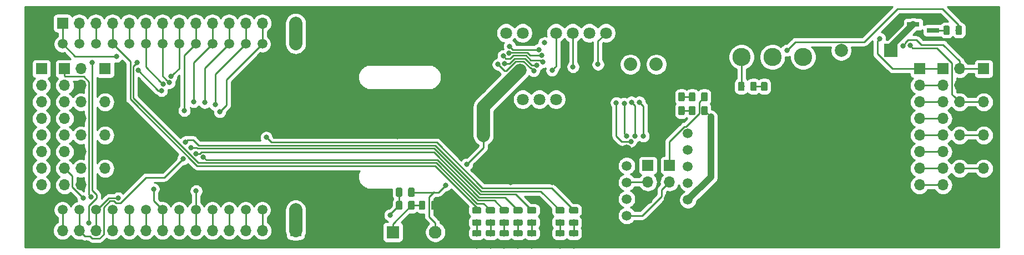
<source format=gbr>
G04 #@! TF.GenerationSoftware,KiCad,Pcbnew,(5.1.4)-1*
G04 #@! TF.CreationDate,2021-01-03T10:51:31-08:00*
G04 #@! TF.ProjectId,BOMPanelClipon,424f4d50-616e-4656-9c43-6c69706f6e2e,rev?*
G04 #@! TF.SameCoordinates,Original*
G04 #@! TF.FileFunction,Copper,L1,Top*
G04 #@! TF.FilePolarity,Positive*
%FSLAX46Y46*%
G04 Gerber Fmt 4.6, Leading zero omitted, Abs format (unit mm)*
G04 Created by KiCad (PCBNEW (5.1.4)-1) date 2021-01-03 10:51:31*
%MOMM*%
%LPD*%
G04 APERTURE LIST*
%ADD10C,2.032000*%
%ADD11O,1.700000X1.700000*%
%ADD12R,1.700000X1.700000*%
%ADD13C,0.100000*%
%ADD14C,0.975000*%
%ADD15C,1.500000*%
%ADD16C,1.800000*%
%ADD17R,2.000000X2.000000*%
%ADD18C,2.000000*%
%ADD19C,2.775000*%
%ADD20R,1.900000X0.800000*%
%ADD21R,1.950000X1.950000*%
%ADD22C,1.950000*%
%ADD23C,0.800000*%
%ADD24C,0.250000*%
%ADD25C,2.000000*%
%ADD26C,1.000000*%
%ADD27C,0.254000*%
G04 APERTURE END LIST*
D10*
X29923600Y9575000D03*
X25961200Y9575000D03*
X21998800Y9575000D03*
X18036400Y9575000D03*
D11*
X-62100000Y-8890000D03*
X-62100000Y-6350000D03*
X-62100000Y-3810000D03*
X-62100000Y-1270000D03*
X-62100000Y1270000D03*
X-62100000Y3810000D03*
X-62100000Y6350000D03*
D12*
X-62100000Y8890000D03*
D13*
G36*
X-16969858Y-9301174D02*
G01*
X-16946197Y-9304684D01*
X-16922993Y-9310496D01*
X-16900471Y-9318554D01*
X-16878847Y-9328782D01*
X-16858330Y-9341079D01*
X-16839117Y-9355329D01*
X-16821393Y-9371393D01*
X-16805329Y-9389117D01*
X-16791079Y-9408330D01*
X-16778782Y-9428847D01*
X-16768554Y-9450471D01*
X-16760496Y-9472993D01*
X-16754684Y-9496197D01*
X-16751174Y-9519858D01*
X-16750000Y-9543750D01*
X-16750000Y-10456250D01*
X-16751174Y-10480142D01*
X-16754684Y-10503803D01*
X-16760496Y-10527007D01*
X-16768554Y-10549529D01*
X-16778782Y-10571153D01*
X-16791079Y-10591670D01*
X-16805329Y-10610883D01*
X-16821393Y-10628607D01*
X-16839117Y-10644671D01*
X-16858330Y-10658921D01*
X-16878847Y-10671218D01*
X-16900471Y-10681446D01*
X-16922993Y-10689504D01*
X-16946197Y-10695316D01*
X-16969858Y-10698826D01*
X-16993750Y-10700000D01*
X-17481250Y-10700000D01*
X-17505142Y-10698826D01*
X-17528803Y-10695316D01*
X-17552007Y-10689504D01*
X-17574529Y-10681446D01*
X-17596153Y-10671218D01*
X-17616670Y-10658921D01*
X-17635883Y-10644671D01*
X-17653607Y-10628607D01*
X-17669671Y-10610883D01*
X-17683921Y-10591670D01*
X-17696218Y-10571153D01*
X-17706446Y-10549529D01*
X-17714504Y-10527007D01*
X-17720316Y-10503803D01*
X-17723826Y-10480142D01*
X-17725000Y-10456250D01*
X-17725000Y-9543750D01*
X-17723826Y-9519858D01*
X-17720316Y-9496197D01*
X-17714504Y-9472993D01*
X-17706446Y-9450471D01*
X-17696218Y-9428847D01*
X-17683921Y-9408330D01*
X-17669671Y-9389117D01*
X-17653607Y-9371393D01*
X-17635883Y-9355329D01*
X-17616670Y-9341079D01*
X-17596153Y-9328782D01*
X-17574529Y-9318554D01*
X-17552007Y-9310496D01*
X-17528803Y-9304684D01*
X-17505142Y-9301174D01*
X-17481250Y-9300000D01*
X-16993750Y-9300000D01*
X-16969858Y-9301174D01*
X-16969858Y-9301174D01*
G37*
D14*
X-17237500Y-10000000D03*
D13*
G36*
X-15094858Y-9301174D02*
G01*
X-15071197Y-9304684D01*
X-15047993Y-9310496D01*
X-15025471Y-9318554D01*
X-15003847Y-9328782D01*
X-14983330Y-9341079D01*
X-14964117Y-9355329D01*
X-14946393Y-9371393D01*
X-14930329Y-9389117D01*
X-14916079Y-9408330D01*
X-14903782Y-9428847D01*
X-14893554Y-9450471D01*
X-14885496Y-9472993D01*
X-14879684Y-9496197D01*
X-14876174Y-9519858D01*
X-14875000Y-9543750D01*
X-14875000Y-10456250D01*
X-14876174Y-10480142D01*
X-14879684Y-10503803D01*
X-14885496Y-10527007D01*
X-14893554Y-10549529D01*
X-14903782Y-10571153D01*
X-14916079Y-10591670D01*
X-14930329Y-10610883D01*
X-14946393Y-10628607D01*
X-14964117Y-10644671D01*
X-14983330Y-10658921D01*
X-15003847Y-10671218D01*
X-15025471Y-10681446D01*
X-15047993Y-10689504D01*
X-15071197Y-10695316D01*
X-15094858Y-10698826D01*
X-15118750Y-10700000D01*
X-15606250Y-10700000D01*
X-15630142Y-10698826D01*
X-15653803Y-10695316D01*
X-15677007Y-10689504D01*
X-15699529Y-10681446D01*
X-15721153Y-10671218D01*
X-15741670Y-10658921D01*
X-15760883Y-10644671D01*
X-15778607Y-10628607D01*
X-15794671Y-10610883D01*
X-15808921Y-10591670D01*
X-15821218Y-10571153D01*
X-15831446Y-10549529D01*
X-15839504Y-10527007D01*
X-15845316Y-10503803D01*
X-15848826Y-10480142D01*
X-15850000Y-10456250D01*
X-15850000Y-9543750D01*
X-15848826Y-9519858D01*
X-15845316Y-9496197D01*
X-15839504Y-9472993D01*
X-15831446Y-9450471D01*
X-15821218Y-9428847D01*
X-15808921Y-9408330D01*
X-15794671Y-9389117D01*
X-15778607Y-9371393D01*
X-15760883Y-9355329D01*
X-15741670Y-9341079D01*
X-15721153Y-9328782D01*
X-15699529Y-9318554D01*
X-15677007Y-9310496D01*
X-15653803Y-9304684D01*
X-15630142Y-9301174D01*
X-15606250Y-9300000D01*
X-15118750Y-9300000D01*
X-15094858Y-9301174D01*
X-15094858Y-9301174D01*
G37*
D14*
X-15362500Y-10000000D03*
D13*
G36*
X-15094858Y-11301174D02*
G01*
X-15071197Y-11304684D01*
X-15047993Y-11310496D01*
X-15025471Y-11318554D01*
X-15003847Y-11328782D01*
X-14983330Y-11341079D01*
X-14964117Y-11355329D01*
X-14946393Y-11371393D01*
X-14930329Y-11389117D01*
X-14916079Y-11408330D01*
X-14903782Y-11428847D01*
X-14893554Y-11450471D01*
X-14885496Y-11472993D01*
X-14879684Y-11496197D01*
X-14876174Y-11519858D01*
X-14875000Y-11543750D01*
X-14875000Y-12456250D01*
X-14876174Y-12480142D01*
X-14879684Y-12503803D01*
X-14885496Y-12527007D01*
X-14893554Y-12549529D01*
X-14903782Y-12571153D01*
X-14916079Y-12591670D01*
X-14930329Y-12610883D01*
X-14946393Y-12628607D01*
X-14964117Y-12644671D01*
X-14983330Y-12658921D01*
X-15003847Y-12671218D01*
X-15025471Y-12681446D01*
X-15047993Y-12689504D01*
X-15071197Y-12695316D01*
X-15094858Y-12698826D01*
X-15118750Y-12700000D01*
X-15606250Y-12700000D01*
X-15630142Y-12698826D01*
X-15653803Y-12695316D01*
X-15677007Y-12689504D01*
X-15699529Y-12681446D01*
X-15721153Y-12671218D01*
X-15741670Y-12658921D01*
X-15760883Y-12644671D01*
X-15778607Y-12628607D01*
X-15794671Y-12610883D01*
X-15808921Y-12591670D01*
X-15821218Y-12571153D01*
X-15831446Y-12549529D01*
X-15839504Y-12527007D01*
X-15845316Y-12503803D01*
X-15848826Y-12480142D01*
X-15850000Y-12456250D01*
X-15850000Y-11543750D01*
X-15848826Y-11519858D01*
X-15845316Y-11496197D01*
X-15839504Y-11472993D01*
X-15831446Y-11450471D01*
X-15821218Y-11428847D01*
X-15808921Y-11408330D01*
X-15794671Y-11389117D01*
X-15778607Y-11371393D01*
X-15760883Y-11355329D01*
X-15741670Y-11341079D01*
X-15721153Y-11328782D01*
X-15699529Y-11318554D01*
X-15677007Y-11310496D01*
X-15653803Y-11304684D01*
X-15630142Y-11301174D01*
X-15606250Y-11300000D01*
X-15118750Y-11300000D01*
X-15094858Y-11301174D01*
X-15094858Y-11301174D01*
G37*
D14*
X-15362500Y-12000000D03*
D13*
G36*
X-16969858Y-11301174D02*
G01*
X-16946197Y-11304684D01*
X-16922993Y-11310496D01*
X-16900471Y-11318554D01*
X-16878847Y-11328782D01*
X-16858330Y-11341079D01*
X-16839117Y-11355329D01*
X-16821393Y-11371393D01*
X-16805329Y-11389117D01*
X-16791079Y-11408330D01*
X-16778782Y-11428847D01*
X-16768554Y-11450471D01*
X-16760496Y-11472993D01*
X-16754684Y-11496197D01*
X-16751174Y-11519858D01*
X-16750000Y-11543750D01*
X-16750000Y-12456250D01*
X-16751174Y-12480142D01*
X-16754684Y-12503803D01*
X-16760496Y-12527007D01*
X-16768554Y-12549529D01*
X-16778782Y-12571153D01*
X-16791079Y-12591670D01*
X-16805329Y-12610883D01*
X-16821393Y-12628607D01*
X-16839117Y-12644671D01*
X-16858330Y-12658921D01*
X-16878847Y-12671218D01*
X-16900471Y-12681446D01*
X-16922993Y-12689504D01*
X-16946197Y-12695316D01*
X-16969858Y-12698826D01*
X-16993750Y-12700000D01*
X-17481250Y-12700000D01*
X-17505142Y-12698826D01*
X-17528803Y-12695316D01*
X-17552007Y-12689504D01*
X-17574529Y-12681446D01*
X-17596153Y-12671218D01*
X-17616670Y-12658921D01*
X-17635883Y-12644671D01*
X-17653607Y-12628607D01*
X-17669671Y-12610883D01*
X-17683921Y-12591670D01*
X-17696218Y-12571153D01*
X-17706446Y-12549529D01*
X-17714504Y-12527007D01*
X-17720316Y-12503803D01*
X-17723826Y-12480142D01*
X-17725000Y-12456250D01*
X-17725000Y-11543750D01*
X-17723826Y-11519858D01*
X-17720316Y-11496197D01*
X-17714504Y-11472993D01*
X-17706446Y-11450471D01*
X-17696218Y-11428847D01*
X-17683921Y-11408330D01*
X-17669671Y-11389117D01*
X-17653607Y-11371393D01*
X-17635883Y-11355329D01*
X-17616670Y-11341079D01*
X-17596153Y-11328782D01*
X-17574529Y-11318554D01*
X-17552007Y-11310496D01*
X-17528803Y-11304684D01*
X-17505142Y-11301174D01*
X-17481250Y-11300000D01*
X-16993750Y-11300000D01*
X-16969858Y-11301174D01*
X-16969858Y-11301174D01*
G37*
D14*
X-17237500Y-12000000D03*
D13*
G36*
X-11594858Y-11301174D02*
G01*
X-11571197Y-11304684D01*
X-11547993Y-11310496D01*
X-11525471Y-11318554D01*
X-11503847Y-11328782D01*
X-11483330Y-11341079D01*
X-11464117Y-11355329D01*
X-11446393Y-11371393D01*
X-11430329Y-11389117D01*
X-11416079Y-11408330D01*
X-11403782Y-11428847D01*
X-11393554Y-11450471D01*
X-11385496Y-11472993D01*
X-11379684Y-11496197D01*
X-11376174Y-11519858D01*
X-11375000Y-11543750D01*
X-11375000Y-12456250D01*
X-11376174Y-12480142D01*
X-11379684Y-12503803D01*
X-11385496Y-12527007D01*
X-11393554Y-12549529D01*
X-11403782Y-12571153D01*
X-11416079Y-12591670D01*
X-11430329Y-12610883D01*
X-11446393Y-12628607D01*
X-11464117Y-12644671D01*
X-11483330Y-12658921D01*
X-11503847Y-12671218D01*
X-11525471Y-12681446D01*
X-11547993Y-12689504D01*
X-11571197Y-12695316D01*
X-11594858Y-12698826D01*
X-11618750Y-12700000D01*
X-12106250Y-12700000D01*
X-12130142Y-12698826D01*
X-12153803Y-12695316D01*
X-12177007Y-12689504D01*
X-12199529Y-12681446D01*
X-12221153Y-12671218D01*
X-12241670Y-12658921D01*
X-12260883Y-12644671D01*
X-12278607Y-12628607D01*
X-12294671Y-12610883D01*
X-12308921Y-12591670D01*
X-12321218Y-12571153D01*
X-12331446Y-12549529D01*
X-12339504Y-12527007D01*
X-12345316Y-12503803D01*
X-12348826Y-12480142D01*
X-12350000Y-12456250D01*
X-12350000Y-11543750D01*
X-12348826Y-11519858D01*
X-12345316Y-11496197D01*
X-12339504Y-11472993D01*
X-12331446Y-11450471D01*
X-12321218Y-11428847D01*
X-12308921Y-11408330D01*
X-12294671Y-11389117D01*
X-12278607Y-11371393D01*
X-12260883Y-11355329D01*
X-12241670Y-11341079D01*
X-12221153Y-11328782D01*
X-12199529Y-11318554D01*
X-12177007Y-11310496D01*
X-12153803Y-11304684D01*
X-12130142Y-11301174D01*
X-12106250Y-11300000D01*
X-11618750Y-11300000D01*
X-11594858Y-11301174D01*
X-11594858Y-11301174D01*
G37*
D14*
X-11862500Y-12000000D03*
D13*
G36*
X-13469858Y-11301174D02*
G01*
X-13446197Y-11304684D01*
X-13422993Y-11310496D01*
X-13400471Y-11318554D01*
X-13378847Y-11328782D01*
X-13358330Y-11341079D01*
X-13339117Y-11355329D01*
X-13321393Y-11371393D01*
X-13305329Y-11389117D01*
X-13291079Y-11408330D01*
X-13278782Y-11428847D01*
X-13268554Y-11450471D01*
X-13260496Y-11472993D01*
X-13254684Y-11496197D01*
X-13251174Y-11519858D01*
X-13250000Y-11543750D01*
X-13250000Y-12456250D01*
X-13251174Y-12480142D01*
X-13254684Y-12503803D01*
X-13260496Y-12527007D01*
X-13268554Y-12549529D01*
X-13278782Y-12571153D01*
X-13291079Y-12591670D01*
X-13305329Y-12610883D01*
X-13321393Y-12628607D01*
X-13339117Y-12644671D01*
X-13358330Y-12658921D01*
X-13378847Y-12671218D01*
X-13400471Y-12681446D01*
X-13422993Y-12689504D01*
X-13446197Y-12695316D01*
X-13469858Y-12698826D01*
X-13493750Y-12700000D01*
X-13981250Y-12700000D01*
X-14005142Y-12698826D01*
X-14028803Y-12695316D01*
X-14052007Y-12689504D01*
X-14074529Y-12681446D01*
X-14096153Y-12671218D01*
X-14116670Y-12658921D01*
X-14135883Y-12644671D01*
X-14153607Y-12628607D01*
X-14169671Y-12610883D01*
X-14183921Y-12591670D01*
X-14196218Y-12571153D01*
X-14206446Y-12549529D01*
X-14214504Y-12527007D01*
X-14220316Y-12503803D01*
X-14223826Y-12480142D01*
X-14225000Y-12456250D01*
X-14225000Y-11543750D01*
X-14223826Y-11519858D01*
X-14220316Y-11496197D01*
X-14214504Y-11472993D01*
X-14206446Y-11450471D01*
X-14196218Y-11428847D01*
X-14183921Y-11408330D01*
X-14169671Y-11389117D01*
X-14153607Y-11371393D01*
X-14135883Y-11355329D01*
X-14116670Y-11341079D01*
X-14096153Y-11328782D01*
X-14074529Y-11318554D01*
X-14052007Y-11310496D01*
X-14028803Y-11304684D01*
X-14005142Y-11301174D01*
X-13981250Y-11300000D01*
X-13493750Y-11300000D01*
X-13469858Y-11301174D01*
X-13469858Y-11301174D01*
G37*
D14*
X-13737500Y-12000000D03*
D15*
X26809700Y-1016000D03*
X26809700Y-3556000D03*
X26809700Y-6096000D03*
X26809700Y-8636000D03*
X26809700Y-11176000D03*
X26809700Y-13716000D03*
X-33020000Y12700000D03*
X-33020000Y-12700000D03*
X-35560000Y12700000D03*
X-35560000Y-12700000D03*
X-38100000Y12700000D03*
X-38100000Y-12700000D03*
X-40640000Y12700000D03*
X-40640000Y-12700000D03*
X-43180000Y12700000D03*
X-43180000Y-12700000D03*
X-45720000Y12700000D03*
X-45720000Y-12700000D03*
X-48260000Y12700000D03*
X-48260000Y-12700000D03*
X-50800000Y12700000D03*
X-50800000Y-12700000D03*
X-53340000Y12700000D03*
X-53340000Y-12700000D03*
X-55880000Y12700000D03*
X-55880000Y-12700000D03*
X-58420000Y12700000D03*
X-58420000Y-12700000D03*
X-60960000Y12700000D03*
X-60960000Y-12700000D03*
X-63500000Y12700000D03*
X-63500000Y-12700000D03*
X-66040000Y12700000D03*
X-66040000Y-12700000D03*
X-68580000Y12700000D03*
X-68580000Y-12700000D03*
D16*
X-920000Y14380000D03*
X1620000Y14380000D03*
X4160000Y14380000D03*
X6700000Y14380000D03*
X9240000Y14380000D03*
X11780000Y14380000D03*
X14320000Y14380000D03*
X11780000Y4220000D03*
X9240000Y4220000D03*
X6700000Y4220000D03*
X4160000Y4220000D03*
X1620000Y4220000D03*
D13*
G36*
X24230142Y5298826D02*
G01*
X24253803Y5295316D01*
X24277007Y5289504D01*
X24299529Y5281446D01*
X24321153Y5271218D01*
X24341670Y5258921D01*
X24360883Y5244671D01*
X24378607Y5228607D01*
X24394671Y5210883D01*
X24408921Y5191670D01*
X24421218Y5171153D01*
X24431446Y5149529D01*
X24439504Y5127007D01*
X24445316Y5103803D01*
X24448826Y5080142D01*
X24450000Y5056250D01*
X24450000Y4143750D01*
X24448826Y4119858D01*
X24445316Y4096197D01*
X24439504Y4072993D01*
X24431446Y4050471D01*
X24421218Y4028847D01*
X24408921Y4008330D01*
X24394671Y3989117D01*
X24378607Y3971393D01*
X24360883Y3955329D01*
X24341670Y3941079D01*
X24321153Y3928782D01*
X24299529Y3918554D01*
X24277007Y3910496D01*
X24253803Y3904684D01*
X24230142Y3901174D01*
X24206250Y3900000D01*
X23718750Y3900000D01*
X23694858Y3901174D01*
X23671197Y3904684D01*
X23647993Y3910496D01*
X23625471Y3918554D01*
X23603847Y3928782D01*
X23583330Y3941079D01*
X23564117Y3955329D01*
X23546393Y3971393D01*
X23530329Y3989117D01*
X23516079Y4008330D01*
X23503782Y4028847D01*
X23493554Y4050471D01*
X23485496Y4072993D01*
X23479684Y4096197D01*
X23476174Y4119858D01*
X23475000Y4143750D01*
X23475000Y5056250D01*
X23476174Y5080142D01*
X23479684Y5103803D01*
X23485496Y5127007D01*
X23493554Y5149529D01*
X23503782Y5171153D01*
X23516079Y5191670D01*
X23530329Y5210883D01*
X23546393Y5228607D01*
X23564117Y5244671D01*
X23583330Y5258921D01*
X23603847Y5271218D01*
X23625471Y5281446D01*
X23647993Y5289504D01*
X23671197Y5295316D01*
X23694858Y5298826D01*
X23718750Y5300000D01*
X24206250Y5300000D01*
X24230142Y5298826D01*
X24230142Y5298826D01*
G37*
D14*
X23962500Y4600000D03*
D13*
G36*
X26105142Y5298826D02*
G01*
X26128803Y5295316D01*
X26152007Y5289504D01*
X26174529Y5281446D01*
X26196153Y5271218D01*
X26216670Y5258921D01*
X26235883Y5244671D01*
X26253607Y5228607D01*
X26269671Y5210883D01*
X26283921Y5191670D01*
X26296218Y5171153D01*
X26306446Y5149529D01*
X26314504Y5127007D01*
X26320316Y5103803D01*
X26323826Y5080142D01*
X26325000Y5056250D01*
X26325000Y4143750D01*
X26323826Y4119858D01*
X26320316Y4096197D01*
X26314504Y4072993D01*
X26306446Y4050471D01*
X26296218Y4028847D01*
X26283921Y4008330D01*
X26269671Y3989117D01*
X26253607Y3971393D01*
X26235883Y3955329D01*
X26216670Y3941079D01*
X26196153Y3928782D01*
X26174529Y3918554D01*
X26152007Y3910496D01*
X26128803Y3904684D01*
X26105142Y3901174D01*
X26081250Y3900000D01*
X25593750Y3900000D01*
X25569858Y3901174D01*
X25546197Y3904684D01*
X25522993Y3910496D01*
X25500471Y3918554D01*
X25478847Y3928782D01*
X25458330Y3941079D01*
X25439117Y3955329D01*
X25421393Y3971393D01*
X25405329Y3989117D01*
X25391079Y4008330D01*
X25378782Y4028847D01*
X25368554Y4050471D01*
X25360496Y4072993D01*
X25354684Y4096197D01*
X25351174Y4119858D01*
X25350000Y4143750D01*
X25350000Y5056250D01*
X25351174Y5080142D01*
X25354684Y5103803D01*
X25360496Y5127007D01*
X25368554Y5149529D01*
X25378782Y5171153D01*
X25391079Y5191670D01*
X25405329Y5210883D01*
X25421393Y5228607D01*
X25439117Y5244671D01*
X25458330Y5258921D01*
X25478847Y5271218D01*
X25500471Y5281446D01*
X25522993Y5289504D01*
X25546197Y5295316D01*
X25569858Y5298826D01*
X25593750Y5300000D01*
X26081250Y5300000D01*
X26105142Y5298826D01*
X26105142Y5298826D01*
G37*
D14*
X25837500Y4600000D03*
D13*
G36*
X26105142Y3198826D02*
G01*
X26128803Y3195316D01*
X26152007Y3189504D01*
X26174529Y3181446D01*
X26196153Y3171218D01*
X26216670Y3158921D01*
X26235883Y3144671D01*
X26253607Y3128607D01*
X26269671Y3110883D01*
X26283921Y3091670D01*
X26296218Y3071153D01*
X26306446Y3049529D01*
X26314504Y3027007D01*
X26320316Y3003803D01*
X26323826Y2980142D01*
X26325000Y2956250D01*
X26325000Y2043750D01*
X26323826Y2019858D01*
X26320316Y1996197D01*
X26314504Y1972993D01*
X26306446Y1950471D01*
X26296218Y1928847D01*
X26283921Y1908330D01*
X26269671Y1889117D01*
X26253607Y1871393D01*
X26235883Y1855329D01*
X26216670Y1841079D01*
X26196153Y1828782D01*
X26174529Y1818554D01*
X26152007Y1810496D01*
X26128803Y1804684D01*
X26105142Y1801174D01*
X26081250Y1800000D01*
X25593750Y1800000D01*
X25569858Y1801174D01*
X25546197Y1804684D01*
X25522993Y1810496D01*
X25500471Y1818554D01*
X25478847Y1828782D01*
X25458330Y1841079D01*
X25439117Y1855329D01*
X25421393Y1871393D01*
X25405329Y1889117D01*
X25391079Y1908330D01*
X25378782Y1928847D01*
X25368554Y1950471D01*
X25360496Y1972993D01*
X25354684Y1996197D01*
X25351174Y2019858D01*
X25350000Y2043750D01*
X25350000Y2956250D01*
X25351174Y2980142D01*
X25354684Y3003803D01*
X25360496Y3027007D01*
X25368554Y3049529D01*
X25378782Y3071153D01*
X25391079Y3091670D01*
X25405329Y3110883D01*
X25421393Y3128607D01*
X25439117Y3144671D01*
X25458330Y3158921D01*
X25478847Y3171218D01*
X25500471Y3181446D01*
X25522993Y3189504D01*
X25546197Y3195316D01*
X25569858Y3198826D01*
X25593750Y3200000D01*
X26081250Y3200000D01*
X26105142Y3198826D01*
X26105142Y3198826D01*
G37*
D14*
X25837500Y2500000D03*
D13*
G36*
X24230142Y3198826D02*
G01*
X24253803Y3195316D01*
X24277007Y3189504D01*
X24299529Y3181446D01*
X24321153Y3171218D01*
X24341670Y3158921D01*
X24360883Y3144671D01*
X24378607Y3128607D01*
X24394671Y3110883D01*
X24408921Y3091670D01*
X24421218Y3071153D01*
X24431446Y3049529D01*
X24439504Y3027007D01*
X24445316Y3003803D01*
X24448826Y2980142D01*
X24450000Y2956250D01*
X24450000Y2043750D01*
X24448826Y2019858D01*
X24445316Y1996197D01*
X24439504Y1972993D01*
X24431446Y1950471D01*
X24421218Y1928847D01*
X24408921Y1908330D01*
X24394671Y1889117D01*
X24378607Y1871393D01*
X24360883Y1855329D01*
X24341670Y1841079D01*
X24321153Y1828782D01*
X24299529Y1818554D01*
X24277007Y1810496D01*
X24253803Y1804684D01*
X24230142Y1801174D01*
X24206250Y1800000D01*
X23718750Y1800000D01*
X23694858Y1801174D01*
X23671197Y1804684D01*
X23647993Y1810496D01*
X23625471Y1818554D01*
X23603847Y1828782D01*
X23583330Y1841079D01*
X23564117Y1855329D01*
X23546393Y1871393D01*
X23530329Y1889117D01*
X23516079Y1908330D01*
X23503782Y1928847D01*
X23493554Y1950471D01*
X23485496Y1972993D01*
X23479684Y1996197D01*
X23476174Y2019858D01*
X23475000Y2043750D01*
X23475000Y2956250D01*
X23476174Y2980142D01*
X23479684Y3003803D01*
X23485496Y3027007D01*
X23493554Y3049529D01*
X23503782Y3071153D01*
X23516079Y3091670D01*
X23530329Y3110883D01*
X23546393Y3128607D01*
X23564117Y3144671D01*
X23583330Y3158921D01*
X23603847Y3171218D01*
X23625471Y3181446D01*
X23647993Y3189504D01*
X23671197Y3195316D01*
X23694858Y3198826D01*
X23718750Y3200000D01*
X24206250Y3200000D01*
X24230142Y3198826D01*
X24230142Y3198826D01*
G37*
D14*
X23962500Y2500000D03*
D13*
G36*
X3480142Y-17651174D02*
G01*
X3503803Y-17654684D01*
X3527007Y-17660496D01*
X3549529Y-17668554D01*
X3571153Y-17678782D01*
X3591670Y-17691079D01*
X3610883Y-17705329D01*
X3628607Y-17721393D01*
X3644671Y-17739117D01*
X3658921Y-17758330D01*
X3671218Y-17778847D01*
X3681446Y-17800471D01*
X3689504Y-17822993D01*
X3695316Y-17846197D01*
X3698826Y-17869858D01*
X3700000Y-17893750D01*
X3700000Y-18381250D01*
X3698826Y-18405142D01*
X3695316Y-18428803D01*
X3689504Y-18452007D01*
X3681446Y-18474529D01*
X3671218Y-18496153D01*
X3658921Y-18516670D01*
X3644671Y-18535883D01*
X3628607Y-18553607D01*
X3610883Y-18569671D01*
X3591670Y-18583921D01*
X3571153Y-18596218D01*
X3549529Y-18606446D01*
X3527007Y-18614504D01*
X3503803Y-18620316D01*
X3480142Y-18623826D01*
X3456250Y-18625000D01*
X2543750Y-18625000D01*
X2519858Y-18623826D01*
X2496197Y-18620316D01*
X2472993Y-18614504D01*
X2450471Y-18606446D01*
X2428847Y-18596218D01*
X2408330Y-18583921D01*
X2389117Y-18569671D01*
X2371393Y-18553607D01*
X2355329Y-18535883D01*
X2341079Y-18516670D01*
X2328782Y-18496153D01*
X2318554Y-18474529D01*
X2310496Y-18452007D01*
X2304684Y-18428803D01*
X2301174Y-18405142D01*
X2300000Y-18381250D01*
X2300000Y-17893750D01*
X2301174Y-17869858D01*
X2304684Y-17846197D01*
X2310496Y-17822993D01*
X2318554Y-17800471D01*
X2328782Y-17778847D01*
X2341079Y-17758330D01*
X2355329Y-17739117D01*
X2371393Y-17721393D01*
X2389117Y-17705329D01*
X2408330Y-17691079D01*
X2428847Y-17678782D01*
X2450471Y-17668554D01*
X2472993Y-17660496D01*
X2496197Y-17654684D01*
X2519858Y-17651174D01*
X2543750Y-17650000D01*
X3456250Y-17650000D01*
X3480142Y-17651174D01*
X3480142Y-17651174D01*
G37*
D14*
X3000000Y-18137500D03*
D13*
G36*
X3480142Y-15776174D02*
G01*
X3503803Y-15779684D01*
X3527007Y-15785496D01*
X3549529Y-15793554D01*
X3571153Y-15803782D01*
X3591670Y-15816079D01*
X3610883Y-15830329D01*
X3628607Y-15846393D01*
X3644671Y-15864117D01*
X3658921Y-15883330D01*
X3671218Y-15903847D01*
X3681446Y-15925471D01*
X3689504Y-15947993D01*
X3695316Y-15971197D01*
X3698826Y-15994858D01*
X3700000Y-16018750D01*
X3700000Y-16506250D01*
X3698826Y-16530142D01*
X3695316Y-16553803D01*
X3689504Y-16577007D01*
X3681446Y-16599529D01*
X3671218Y-16621153D01*
X3658921Y-16641670D01*
X3644671Y-16660883D01*
X3628607Y-16678607D01*
X3610883Y-16694671D01*
X3591670Y-16708921D01*
X3571153Y-16721218D01*
X3549529Y-16731446D01*
X3527007Y-16739504D01*
X3503803Y-16745316D01*
X3480142Y-16748826D01*
X3456250Y-16750000D01*
X2543750Y-16750000D01*
X2519858Y-16748826D01*
X2496197Y-16745316D01*
X2472993Y-16739504D01*
X2450471Y-16731446D01*
X2428847Y-16721218D01*
X2408330Y-16708921D01*
X2389117Y-16694671D01*
X2371393Y-16678607D01*
X2355329Y-16660883D01*
X2341079Y-16641670D01*
X2328782Y-16621153D01*
X2318554Y-16599529D01*
X2310496Y-16577007D01*
X2304684Y-16553803D01*
X2301174Y-16530142D01*
X2300000Y-16506250D01*
X2300000Y-16018750D01*
X2301174Y-15994858D01*
X2304684Y-15971197D01*
X2310496Y-15947993D01*
X2318554Y-15925471D01*
X2328782Y-15903847D01*
X2341079Y-15883330D01*
X2355329Y-15864117D01*
X2371393Y-15846393D01*
X2389117Y-15830329D01*
X2408330Y-15816079D01*
X2428847Y-15803782D01*
X2450471Y-15793554D01*
X2472993Y-15785496D01*
X2496197Y-15779684D01*
X2519858Y-15776174D01*
X2543750Y-15775000D01*
X3456250Y-15775000D01*
X3480142Y-15776174D01*
X3480142Y-15776174D01*
G37*
D14*
X3000000Y-16262500D03*
D11*
X-65730000Y-8890000D03*
X-68270000Y-8890000D03*
X-65730000Y-6350000D03*
X-68270000Y-6350000D03*
X-65730000Y-3810000D03*
X-68270000Y-3810000D03*
X-65730000Y-1270000D03*
X-68270000Y-1270000D03*
X-65730000Y1270000D03*
X-68270000Y1270000D03*
X-65730000Y3810000D03*
X-68270000Y3810000D03*
X-65730000Y6350000D03*
X-68270000Y6350000D03*
X-65730000Y8890000D03*
D12*
X-68270000Y8890000D03*
X-33020000Y-15875000D03*
D11*
X-35560000Y-15875000D03*
X-38100000Y-15875000D03*
X-40640000Y-15875000D03*
X-43180000Y-15875000D03*
X-45720000Y-15875000D03*
X-48260000Y-15875000D03*
X-50800000Y-15875000D03*
X-53340000Y-15875000D03*
X-55880000Y-15875000D03*
X-58420000Y-15875000D03*
X-60960000Y-15875000D03*
X-63500000Y-15875000D03*
X-66040000Y-15875000D03*
X-68580000Y-15875000D03*
X-33020000Y15875000D03*
X-35560000Y15875000D03*
X-38100000Y15875000D03*
X-40640000Y15875000D03*
X-43180000Y15875000D03*
X-45720000Y15875000D03*
X-48260000Y15875000D03*
X-50800000Y15875000D03*
X-53340000Y15875000D03*
X-55880000Y15875000D03*
X-58420000Y15875000D03*
X-60960000Y15875000D03*
X-63500000Y15875000D03*
X-66040000Y15875000D03*
D12*
X-68580000Y15875000D03*
X65730000Y8890000D03*
D11*
X68270000Y8890000D03*
X65730000Y6350000D03*
X68270000Y6350000D03*
X65730000Y3810000D03*
X68270000Y3810000D03*
X65730000Y1270000D03*
X68270000Y1270000D03*
X65730000Y-1270000D03*
X68270000Y-1270000D03*
X65730000Y-3810000D03*
X68270000Y-3810000D03*
X65730000Y-6350000D03*
X68270000Y-6350000D03*
X65730000Y-8890000D03*
X68270000Y-8890000D03*
D12*
X-71800000Y8890000D03*
D11*
X-71800000Y6350000D03*
X-71800000Y3810000D03*
X-71800000Y1270000D03*
X-71800000Y-1270000D03*
X-71800000Y-3810000D03*
X-71800000Y-6350000D03*
X-71800000Y-8890000D03*
D12*
X62153800Y8890000D03*
D11*
X62153800Y6350000D03*
X62153800Y3810000D03*
X62153800Y1270000D03*
X62153800Y-1270000D03*
X62153800Y-3810000D03*
X62153800Y-6350000D03*
X62153800Y-8890000D03*
X71932800Y-8890000D03*
X71932800Y-6350000D03*
X71932800Y-3810000D03*
X71932800Y-1270000D03*
X71932800Y1270000D03*
X71932800Y3810000D03*
X71932800Y6350000D03*
D12*
X71932800Y8890000D03*
D13*
G36*
X29605142Y5298826D02*
G01*
X29628803Y5295316D01*
X29652007Y5289504D01*
X29674529Y5281446D01*
X29696153Y5271218D01*
X29716670Y5258921D01*
X29735883Y5244671D01*
X29753607Y5228607D01*
X29769671Y5210883D01*
X29783921Y5191670D01*
X29796218Y5171153D01*
X29806446Y5149529D01*
X29814504Y5127007D01*
X29820316Y5103803D01*
X29823826Y5080142D01*
X29825000Y5056250D01*
X29825000Y4143750D01*
X29823826Y4119858D01*
X29820316Y4096197D01*
X29814504Y4072993D01*
X29806446Y4050471D01*
X29796218Y4028847D01*
X29783921Y4008330D01*
X29769671Y3989117D01*
X29753607Y3971393D01*
X29735883Y3955329D01*
X29716670Y3941079D01*
X29696153Y3928782D01*
X29674529Y3918554D01*
X29652007Y3910496D01*
X29628803Y3904684D01*
X29605142Y3901174D01*
X29581250Y3900000D01*
X29093750Y3900000D01*
X29069858Y3901174D01*
X29046197Y3904684D01*
X29022993Y3910496D01*
X29000471Y3918554D01*
X28978847Y3928782D01*
X28958330Y3941079D01*
X28939117Y3955329D01*
X28921393Y3971393D01*
X28905329Y3989117D01*
X28891079Y4008330D01*
X28878782Y4028847D01*
X28868554Y4050471D01*
X28860496Y4072993D01*
X28854684Y4096197D01*
X28851174Y4119858D01*
X28850000Y4143750D01*
X28850000Y5056250D01*
X28851174Y5080142D01*
X28854684Y5103803D01*
X28860496Y5127007D01*
X28868554Y5149529D01*
X28878782Y5171153D01*
X28891079Y5191670D01*
X28905329Y5210883D01*
X28921393Y5228607D01*
X28939117Y5244671D01*
X28958330Y5258921D01*
X28978847Y5271218D01*
X29000471Y5281446D01*
X29022993Y5289504D01*
X29046197Y5295316D01*
X29069858Y5298826D01*
X29093750Y5300000D01*
X29581250Y5300000D01*
X29605142Y5298826D01*
X29605142Y5298826D01*
G37*
D14*
X29337500Y4600000D03*
D13*
G36*
X27730142Y5298826D02*
G01*
X27753803Y5295316D01*
X27777007Y5289504D01*
X27799529Y5281446D01*
X27821153Y5271218D01*
X27841670Y5258921D01*
X27860883Y5244671D01*
X27878607Y5228607D01*
X27894671Y5210883D01*
X27908921Y5191670D01*
X27921218Y5171153D01*
X27931446Y5149529D01*
X27939504Y5127007D01*
X27945316Y5103803D01*
X27948826Y5080142D01*
X27950000Y5056250D01*
X27950000Y4143750D01*
X27948826Y4119858D01*
X27945316Y4096197D01*
X27939504Y4072993D01*
X27931446Y4050471D01*
X27921218Y4028847D01*
X27908921Y4008330D01*
X27894671Y3989117D01*
X27878607Y3971393D01*
X27860883Y3955329D01*
X27841670Y3941079D01*
X27821153Y3928782D01*
X27799529Y3918554D01*
X27777007Y3910496D01*
X27753803Y3904684D01*
X27730142Y3901174D01*
X27706250Y3900000D01*
X27218750Y3900000D01*
X27194858Y3901174D01*
X27171197Y3904684D01*
X27147993Y3910496D01*
X27125471Y3918554D01*
X27103847Y3928782D01*
X27083330Y3941079D01*
X27064117Y3955329D01*
X27046393Y3971393D01*
X27030329Y3989117D01*
X27016079Y4008330D01*
X27003782Y4028847D01*
X26993554Y4050471D01*
X26985496Y4072993D01*
X26979684Y4096197D01*
X26976174Y4119858D01*
X26975000Y4143750D01*
X26975000Y5056250D01*
X26976174Y5080142D01*
X26979684Y5103803D01*
X26985496Y5127007D01*
X26993554Y5149529D01*
X27003782Y5171153D01*
X27016079Y5191670D01*
X27030329Y5210883D01*
X27046393Y5228607D01*
X27064117Y5244671D01*
X27083330Y5258921D01*
X27103847Y5271218D01*
X27125471Y5281446D01*
X27147993Y5289504D01*
X27171197Y5295316D01*
X27194858Y5298826D01*
X27218750Y5300000D01*
X27706250Y5300000D01*
X27730142Y5298826D01*
X27730142Y5298826D01*
G37*
D14*
X27462500Y4600000D03*
D13*
G36*
X29605142Y3198826D02*
G01*
X29628803Y3195316D01*
X29652007Y3189504D01*
X29674529Y3181446D01*
X29696153Y3171218D01*
X29716670Y3158921D01*
X29735883Y3144671D01*
X29753607Y3128607D01*
X29769671Y3110883D01*
X29783921Y3091670D01*
X29796218Y3071153D01*
X29806446Y3049529D01*
X29814504Y3027007D01*
X29820316Y3003803D01*
X29823826Y2980142D01*
X29825000Y2956250D01*
X29825000Y2043750D01*
X29823826Y2019858D01*
X29820316Y1996197D01*
X29814504Y1972993D01*
X29806446Y1950471D01*
X29796218Y1928847D01*
X29783921Y1908330D01*
X29769671Y1889117D01*
X29753607Y1871393D01*
X29735883Y1855329D01*
X29716670Y1841079D01*
X29696153Y1828782D01*
X29674529Y1818554D01*
X29652007Y1810496D01*
X29628803Y1804684D01*
X29605142Y1801174D01*
X29581250Y1800000D01*
X29093750Y1800000D01*
X29069858Y1801174D01*
X29046197Y1804684D01*
X29022993Y1810496D01*
X29000471Y1818554D01*
X28978847Y1828782D01*
X28958330Y1841079D01*
X28939117Y1855329D01*
X28921393Y1871393D01*
X28905329Y1889117D01*
X28891079Y1908330D01*
X28878782Y1928847D01*
X28868554Y1950471D01*
X28860496Y1972993D01*
X28854684Y1996197D01*
X28851174Y2019858D01*
X28850000Y2043750D01*
X28850000Y2956250D01*
X28851174Y2980142D01*
X28854684Y3003803D01*
X28860496Y3027007D01*
X28868554Y3049529D01*
X28878782Y3071153D01*
X28891079Y3091670D01*
X28905329Y3110883D01*
X28921393Y3128607D01*
X28939117Y3144671D01*
X28958330Y3158921D01*
X28978847Y3171218D01*
X29000471Y3181446D01*
X29022993Y3189504D01*
X29046197Y3195316D01*
X29069858Y3198826D01*
X29093750Y3200000D01*
X29581250Y3200000D01*
X29605142Y3198826D01*
X29605142Y3198826D01*
G37*
D14*
X29337500Y2500000D03*
D13*
G36*
X27730142Y3198826D02*
G01*
X27753803Y3195316D01*
X27777007Y3189504D01*
X27799529Y3181446D01*
X27821153Y3171218D01*
X27841670Y3158921D01*
X27860883Y3144671D01*
X27878607Y3128607D01*
X27894671Y3110883D01*
X27908921Y3091670D01*
X27921218Y3071153D01*
X27931446Y3049529D01*
X27939504Y3027007D01*
X27945316Y3003803D01*
X27948826Y2980142D01*
X27950000Y2956250D01*
X27950000Y2043750D01*
X27948826Y2019858D01*
X27945316Y1996197D01*
X27939504Y1972993D01*
X27931446Y1950471D01*
X27921218Y1928847D01*
X27908921Y1908330D01*
X27894671Y1889117D01*
X27878607Y1871393D01*
X27860883Y1855329D01*
X27841670Y1841079D01*
X27821153Y1828782D01*
X27799529Y1818554D01*
X27777007Y1810496D01*
X27753803Y1804684D01*
X27730142Y1801174D01*
X27706250Y1800000D01*
X27218750Y1800000D01*
X27194858Y1801174D01*
X27171197Y1804684D01*
X27147993Y1810496D01*
X27125471Y1818554D01*
X27103847Y1828782D01*
X27083330Y1841079D01*
X27064117Y1855329D01*
X27046393Y1871393D01*
X27030329Y1889117D01*
X27016079Y1908330D01*
X27003782Y1928847D01*
X26993554Y1950471D01*
X26985496Y1972993D01*
X26979684Y1996197D01*
X26976174Y2019858D01*
X26975000Y2043750D01*
X26975000Y2956250D01*
X26976174Y2980142D01*
X26979684Y3003803D01*
X26985496Y3027007D01*
X26993554Y3049529D01*
X27003782Y3071153D01*
X27016079Y3091670D01*
X27030329Y3110883D01*
X27046393Y3128607D01*
X27064117Y3144671D01*
X27083330Y3158921D01*
X27103847Y3171218D01*
X27125471Y3181446D01*
X27147993Y3189504D01*
X27171197Y3195316D01*
X27194858Y3198826D01*
X27218750Y3200000D01*
X27706250Y3200000D01*
X27730142Y3198826D01*
X27730142Y3198826D01*
G37*
D14*
X27462500Y2500000D03*
D13*
G36*
X3480142Y-14151174D02*
G01*
X3503803Y-14154684D01*
X3527007Y-14160496D01*
X3549529Y-14168554D01*
X3571153Y-14178782D01*
X3591670Y-14191079D01*
X3610883Y-14205329D01*
X3628607Y-14221393D01*
X3644671Y-14239117D01*
X3658921Y-14258330D01*
X3671218Y-14278847D01*
X3681446Y-14300471D01*
X3689504Y-14322993D01*
X3695316Y-14346197D01*
X3698826Y-14369858D01*
X3700000Y-14393750D01*
X3700000Y-14881250D01*
X3698826Y-14905142D01*
X3695316Y-14928803D01*
X3689504Y-14952007D01*
X3681446Y-14974529D01*
X3671218Y-14996153D01*
X3658921Y-15016670D01*
X3644671Y-15035883D01*
X3628607Y-15053607D01*
X3610883Y-15069671D01*
X3591670Y-15083921D01*
X3571153Y-15096218D01*
X3549529Y-15106446D01*
X3527007Y-15114504D01*
X3503803Y-15120316D01*
X3480142Y-15123826D01*
X3456250Y-15125000D01*
X2543750Y-15125000D01*
X2519858Y-15123826D01*
X2496197Y-15120316D01*
X2472993Y-15114504D01*
X2450471Y-15106446D01*
X2428847Y-15096218D01*
X2408330Y-15083921D01*
X2389117Y-15069671D01*
X2371393Y-15053607D01*
X2355329Y-15035883D01*
X2341079Y-15016670D01*
X2328782Y-14996153D01*
X2318554Y-14974529D01*
X2310496Y-14952007D01*
X2304684Y-14928803D01*
X2301174Y-14905142D01*
X2300000Y-14881250D01*
X2300000Y-14393750D01*
X2301174Y-14369858D01*
X2304684Y-14346197D01*
X2310496Y-14322993D01*
X2318554Y-14300471D01*
X2328782Y-14278847D01*
X2341079Y-14258330D01*
X2355329Y-14239117D01*
X2371393Y-14221393D01*
X2389117Y-14205329D01*
X2408330Y-14191079D01*
X2428847Y-14178782D01*
X2450471Y-14168554D01*
X2472993Y-14160496D01*
X2496197Y-14154684D01*
X2519858Y-14151174D01*
X2543750Y-14150000D01*
X3456250Y-14150000D01*
X3480142Y-14151174D01*
X3480142Y-14151174D01*
G37*
D14*
X3000000Y-14637500D03*
D13*
G36*
X3480142Y-12276174D02*
G01*
X3503803Y-12279684D01*
X3527007Y-12285496D01*
X3549529Y-12293554D01*
X3571153Y-12303782D01*
X3591670Y-12316079D01*
X3610883Y-12330329D01*
X3628607Y-12346393D01*
X3644671Y-12364117D01*
X3658921Y-12383330D01*
X3671218Y-12403847D01*
X3681446Y-12425471D01*
X3689504Y-12447993D01*
X3695316Y-12471197D01*
X3698826Y-12494858D01*
X3700000Y-12518750D01*
X3700000Y-13006250D01*
X3698826Y-13030142D01*
X3695316Y-13053803D01*
X3689504Y-13077007D01*
X3681446Y-13099529D01*
X3671218Y-13121153D01*
X3658921Y-13141670D01*
X3644671Y-13160883D01*
X3628607Y-13178607D01*
X3610883Y-13194671D01*
X3591670Y-13208921D01*
X3571153Y-13221218D01*
X3549529Y-13231446D01*
X3527007Y-13239504D01*
X3503803Y-13245316D01*
X3480142Y-13248826D01*
X3456250Y-13250000D01*
X2543750Y-13250000D01*
X2519858Y-13248826D01*
X2496197Y-13245316D01*
X2472993Y-13239504D01*
X2450471Y-13231446D01*
X2428847Y-13221218D01*
X2408330Y-13208921D01*
X2389117Y-13194671D01*
X2371393Y-13178607D01*
X2355329Y-13160883D01*
X2341079Y-13141670D01*
X2328782Y-13121153D01*
X2318554Y-13099529D01*
X2310496Y-13077007D01*
X2304684Y-13053803D01*
X2301174Y-13030142D01*
X2300000Y-13006250D01*
X2300000Y-12518750D01*
X2301174Y-12494858D01*
X2304684Y-12471197D01*
X2310496Y-12447993D01*
X2318554Y-12425471D01*
X2328782Y-12403847D01*
X2341079Y-12383330D01*
X2355329Y-12364117D01*
X2371393Y-12346393D01*
X2389117Y-12330329D01*
X2408330Y-12316079D01*
X2428847Y-12303782D01*
X2450471Y-12293554D01*
X2472993Y-12285496D01*
X2496197Y-12279684D01*
X2519858Y-12276174D01*
X2543750Y-12275000D01*
X3456250Y-12275000D01*
X3480142Y-12276174D01*
X3480142Y-12276174D01*
G37*
D14*
X3000000Y-12762500D03*
D17*
X57800000Y11700000D03*
D18*
X50200000Y11700000D03*
D13*
G36*
X7780142Y-15776174D02*
G01*
X7803803Y-15779684D01*
X7827007Y-15785496D01*
X7849529Y-15793554D01*
X7871153Y-15803782D01*
X7891670Y-15816079D01*
X7910883Y-15830329D01*
X7928607Y-15846393D01*
X7944671Y-15864117D01*
X7958921Y-15883330D01*
X7971218Y-15903847D01*
X7981446Y-15925471D01*
X7989504Y-15947993D01*
X7995316Y-15971197D01*
X7998826Y-15994858D01*
X8000000Y-16018750D01*
X8000000Y-16506250D01*
X7998826Y-16530142D01*
X7995316Y-16553803D01*
X7989504Y-16577007D01*
X7981446Y-16599529D01*
X7971218Y-16621153D01*
X7958921Y-16641670D01*
X7944671Y-16660883D01*
X7928607Y-16678607D01*
X7910883Y-16694671D01*
X7891670Y-16708921D01*
X7871153Y-16721218D01*
X7849529Y-16731446D01*
X7827007Y-16739504D01*
X7803803Y-16745316D01*
X7780142Y-16748826D01*
X7756250Y-16750000D01*
X6843750Y-16750000D01*
X6819858Y-16748826D01*
X6796197Y-16745316D01*
X6772993Y-16739504D01*
X6750471Y-16731446D01*
X6728847Y-16721218D01*
X6708330Y-16708921D01*
X6689117Y-16694671D01*
X6671393Y-16678607D01*
X6655329Y-16660883D01*
X6641079Y-16641670D01*
X6628782Y-16621153D01*
X6618554Y-16599529D01*
X6610496Y-16577007D01*
X6604684Y-16553803D01*
X6601174Y-16530142D01*
X6600000Y-16506250D01*
X6600000Y-16018750D01*
X6601174Y-15994858D01*
X6604684Y-15971197D01*
X6610496Y-15947993D01*
X6618554Y-15925471D01*
X6628782Y-15903847D01*
X6641079Y-15883330D01*
X6655329Y-15864117D01*
X6671393Y-15846393D01*
X6689117Y-15830329D01*
X6708330Y-15816079D01*
X6728847Y-15803782D01*
X6750471Y-15793554D01*
X6772993Y-15785496D01*
X6796197Y-15779684D01*
X6819858Y-15776174D01*
X6843750Y-15775000D01*
X7756250Y-15775000D01*
X7780142Y-15776174D01*
X7780142Y-15776174D01*
G37*
D14*
X7300000Y-16262500D03*
D13*
G36*
X7780142Y-17651174D02*
G01*
X7803803Y-17654684D01*
X7827007Y-17660496D01*
X7849529Y-17668554D01*
X7871153Y-17678782D01*
X7891670Y-17691079D01*
X7910883Y-17705329D01*
X7928607Y-17721393D01*
X7944671Y-17739117D01*
X7958921Y-17758330D01*
X7971218Y-17778847D01*
X7981446Y-17800471D01*
X7989504Y-17822993D01*
X7995316Y-17846197D01*
X7998826Y-17869858D01*
X8000000Y-17893750D01*
X8000000Y-18381250D01*
X7998826Y-18405142D01*
X7995316Y-18428803D01*
X7989504Y-18452007D01*
X7981446Y-18474529D01*
X7971218Y-18496153D01*
X7958921Y-18516670D01*
X7944671Y-18535883D01*
X7928607Y-18553607D01*
X7910883Y-18569671D01*
X7891670Y-18583921D01*
X7871153Y-18596218D01*
X7849529Y-18606446D01*
X7827007Y-18614504D01*
X7803803Y-18620316D01*
X7780142Y-18623826D01*
X7756250Y-18625000D01*
X6843750Y-18625000D01*
X6819858Y-18623826D01*
X6796197Y-18620316D01*
X6772993Y-18614504D01*
X6750471Y-18606446D01*
X6728847Y-18596218D01*
X6708330Y-18583921D01*
X6689117Y-18569671D01*
X6671393Y-18553607D01*
X6655329Y-18535883D01*
X6641079Y-18516670D01*
X6628782Y-18496153D01*
X6618554Y-18474529D01*
X6610496Y-18452007D01*
X6604684Y-18428803D01*
X6601174Y-18405142D01*
X6600000Y-18381250D01*
X6600000Y-17893750D01*
X6601174Y-17869858D01*
X6604684Y-17846197D01*
X6610496Y-17822993D01*
X6618554Y-17800471D01*
X6628782Y-17778847D01*
X6641079Y-17758330D01*
X6655329Y-17739117D01*
X6671393Y-17721393D01*
X6689117Y-17705329D01*
X6708330Y-17691079D01*
X6728847Y-17678782D01*
X6750471Y-17668554D01*
X6772993Y-17660496D01*
X6796197Y-17654684D01*
X6819858Y-17651174D01*
X6843750Y-17650000D01*
X7756250Y-17650000D01*
X7780142Y-17651174D01*
X7780142Y-17651174D01*
G37*
D14*
X7300000Y-18137500D03*
D13*
G36*
X9880142Y-17651174D02*
G01*
X9903803Y-17654684D01*
X9927007Y-17660496D01*
X9949529Y-17668554D01*
X9971153Y-17678782D01*
X9991670Y-17691079D01*
X10010883Y-17705329D01*
X10028607Y-17721393D01*
X10044671Y-17739117D01*
X10058921Y-17758330D01*
X10071218Y-17778847D01*
X10081446Y-17800471D01*
X10089504Y-17822993D01*
X10095316Y-17846197D01*
X10098826Y-17869858D01*
X10100000Y-17893750D01*
X10100000Y-18381250D01*
X10098826Y-18405142D01*
X10095316Y-18428803D01*
X10089504Y-18452007D01*
X10081446Y-18474529D01*
X10071218Y-18496153D01*
X10058921Y-18516670D01*
X10044671Y-18535883D01*
X10028607Y-18553607D01*
X10010883Y-18569671D01*
X9991670Y-18583921D01*
X9971153Y-18596218D01*
X9949529Y-18606446D01*
X9927007Y-18614504D01*
X9903803Y-18620316D01*
X9880142Y-18623826D01*
X9856250Y-18625000D01*
X8943750Y-18625000D01*
X8919858Y-18623826D01*
X8896197Y-18620316D01*
X8872993Y-18614504D01*
X8850471Y-18606446D01*
X8828847Y-18596218D01*
X8808330Y-18583921D01*
X8789117Y-18569671D01*
X8771393Y-18553607D01*
X8755329Y-18535883D01*
X8741079Y-18516670D01*
X8728782Y-18496153D01*
X8718554Y-18474529D01*
X8710496Y-18452007D01*
X8704684Y-18428803D01*
X8701174Y-18405142D01*
X8700000Y-18381250D01*
X8700000Y-17893750D01*
X8701174Y-17869858D01*
X8704684Y-17846197D01*
X8710496Y-17822993D01*
X8718554Y-17800471D01*
X8728782Y-17778847D01*
X8741079Y-17758330D01*
X8755329Y-17739117D01*
X8771393Y-17721393D01*
X8789117Y-17705329D01*
X8808330Y-17691079D01*
X8828847Y-17678782D01*
X8850471Y-17668554D01*
X8872993Y-17660496D01*
X8896197Y-17654684D01*
X8919858Y-17651174D01*
X8943750Y-17650000D01*
X9856250Y-17650000D01*
X9880142Y-17651174D01*
X9880142Y-17651174D01*
G37*
D14*
X9400000Y-18137500D03*
D13*
G36*
X9880142Y-15776174D02*
G01*
X9903803Y-15779684D01*
X9927007Y-15785496D01*
X9949529Y-15793554D01*
X9971153Y-15803782D01*
X9991670Y-15816079D01*
X10010883Y-15830329D01*
X10028607Y-15846393D01*
X10044671Y-15864117D01*
X10058921Y-15883330D01*
X10071218Y-15903847D01*
X10081446Y-15925471D01*
X10089504Y-15947993D01*
X10095316Y-15971197D01*
X10098826Y-15994858D01*
X10100000Y-16018750D01*
X10100000Y-16506250D01*
X10098826Y-16530142D01*
X10095316Y-16553803D01*
X10089504Y-16577007D01*
X10081446Y-16599529D01*
X10071218Y-16621153D01*
X10058921Y-16641670D01*
X10044671Y-16660883D01*
X10028607Y-16678607D01*
X10010883Y-16694671D01*
X9991670Y-16708921D01*
X9971153Y-16721218D01*
X9949529Y-16731446D01*
X9927007Y-16739504D01*
X9903803Y-16745316D01*
X9880142Y-16748826D01*
X9856250Y-16750000D01*
X8943750Y-16750000D01*
X8919858Y-16748826D01*
X8896197Y-16745316D01*
X8872993Y-16739504D01*
X8850471Y-16731446D01*
X8828847Y-16721218D01*
X8808330Y-16708921D01*
X8789117Y-16694671D01*
X8771393Y-16678607D01*
X8755329Y-16660883D01*
X8741079Y-16641670D01*
X8728782Y-16621153D01*
X8718554Y-16599529D01*
X8710496Y-16577007D01*
X8704684Y-16553803D01*
X8701174Y-16530142D01*
X8700000Y-16506250D01*
X8700000Y-16018750D01*
X8701174Y-15994858D01*
X8704684Y-15971197D01*
X8710496Y-15947993D01*
X8718554Y-15925471D01*
X8728782Y-15903847D01*
X8741079Y-15883330D01*
X8755329Y-15864117D01*
X8771393Y-15846393D01*
X8789117Y-15830329D01*
X8808330Y-15816079D01*
X8828847Y-15803782D01*
X8850471Y-15793554D01*
X8872993Y-15785496D01*
X8896197Y-15779684D01*
X8919858Y-15776174D01*
X8943750Y-15775000D01*
X9856250Y-15775000D01*
X9880142Y-15776174D01*
X9880142Y-15776174D01*
G37*
D14*
X9400000Y-16262500D03*
D13*
G36*
X1380142Y-15776174D02*
G01*
X1403803Y-15779684D01*
X1427007Y-15785496D01*
X1449529Y-15793554D01*
X1471153Y-15803782D01*
X1491670Y-15816079D01*
X1510883Y-15830329D01*
X1528607Y-15846393D01*
X1544671Y-15864117D01*
X1558921Y-15883330D01*
X1571218Y-15903847D01*
X1581446Y-15925471D01*
X1589504Y-15947993D01*
X1595316Y-15971197D01*
X1598826Y-15994858D01*
X1600000Y-16018750D01*
X1600000Y-16506250D01*
X1598826Y-16530142D01*
X1595316Y-16553803D01*
X1589504Y-16577007D01*
X1581446Y-16599529D01*
X1571218Y-16621153D01*
X1558921Y-16641670D01*
X1544671Y-16660883D01*
X1528607Y-16678607D01*
X1510883Y-16694671D01*
X1491670Y-16708921D01*
X1471153Y-16721218D01*
X1449529Y-16731446D01*
X1427007Y-16739504D01*
X1403803Y-16745316D01*
X1380142Y-16748826D01*
X1356250Y-16750000D01*
X443750Y-16750000D01*
X419858Y-16748826D01*
X396197Y-16745316D01*
X372993Y-16739504D01*
X350471Y-16731446D01*
X328847Y-16721218D01*
X308330Y-16708921D01*
X289117Y-16694671D01*
X271393Y-16678607D01*
X255329Y-16660883D01*
X241079Y-16641670D01*
X228782Y-16621153D01*
X218554Y-16599529D01*
X210496Y-16577007D01*
X204684Y-16553803D01*
X201174Y-16530142D01*
X200000Y-16506250D01*
X200000Y-16018750D01*
X201174Y-15994858D01*
X204684Y-15971197D01*
X210496Y-15947993D01*
X218554Y-15925471D01*
X228782Y-15903847D01*
X241079Y-15883330D01*
X255329Y-15864117D01*
X271393Y-15846393D01*
X289117Y-15830329D01*
X308330Y-15816079D01*
X328847Y-15803782D01*
X350471Y-15793554D01*
X372993Y-15785496D01*
X396197Y-15779684D01*
X419858Y-15776174D01*
X443750Y-15775000D01*
X1356250Y-15775000D01*
X1380142Y-15776174D01*
X1380142Y-15776174D01*
G37*
D14*
X900000Y-16262500D03*
D13*
G36*
X1380142Y-17651174D02*
G01*
X1403803Y-17654684D01*
X1427007Y-17660496D01*
X1449529Y-17668554D01*
X1471153Y-17678782D01*
X1491670Y-17691079D01*
X1510883Y-17705329D01*
X1528607Y-17721393D01*
X1544671Y-17739117D01*
X1558921Y-17758330D01*
X1571218Y-17778847D01*
X1581446Y-17800471D01*
X1589504Y-17822993D01*
X1595316Y-17846197D01*
X1598826Y-17869858D01*
X1600000Y-17893750D01*
X1600000Y-18381250D01*
X1598826Y-18405142D01*
X1595316Y-18428803D01*
X1589504Y-18452007D01*
X1581446Y-18474529D01*
X1571218Y-18496153D01*
X1558921Y-18516670D01*
X1544671Y-18535883D01*
X1528607Y-18553607D01*
X1510883Y-18569671D01*
X1491670Y-18583921D01*
X1471153Y-18596218D01*
X1449529Y-18606446D01*
X1427007Y-18614504D01*
X1403803Y-18620316D01*
X1380142Y-18623826D01*
X1356250Y-18625000D01*
X443750Y-18625000D01*
X419858Y-18623826D01*
X396197Y-18620316D01*
X372993Y-18614504D01*
X350471Y-18606446D01*
X328847Y-18596218D01*
X308330Y-18583921D01*
X289117Y-18569671D01*
X271393Y-18553607D01*
X255329Y-18535883D01*
X241079Y-18516670D01*
X228782Y-18496153D01*
X218554Y-18474529D01*
X210496Y-18452007D01*
X204684Y-18428803D01*
X201174Y-18405142D01*
X200000Y-18381250D01*
X200000Y-17893750D01*
X201174Y-17869858D01*
X204684Y-17846197D01*
X210496Y-17822993D01*
X218554Y-17800471D01*
X228782Y-17778847D01*
X241079Y-17758330D01*
X255329Y-17739117D01*
X271393Y-17721393D01*
X289117Y-17705329D01*
X308330Y-17691079D01*
X328847Y-17678782D01*
X350471Y-17668554D01*
X372993Y-17660496D01*
X396197Y-17654684D01*
X419858Y-17651174D01*
X443750Y-17650000D01*
X1356250Y-17650000D01*
X1380142Y-17651174D01*
X1380142Y-17651174D01*
G37*
D14*
X900000Y-18137500D03*
D13*
G36*
X-719858Y-17651174D02*
G01*
X-696197Y-17654684D01*
X-672993Y-17660496D01*
X-650471Y-17668554D01*
X-628847Y-17678782D01*
X-608330Y-17691079D01*
X-589117Y-17705329D01*
X-571393Y-17721393D01*
X-555329Y-17739117D01*
X-541079Y-17758330D01*
X-528782Y-17778847D01*
X-518554Y-17800471D01*
X-510496Y-17822993D01*
X-504684Y-17846197D01*
X-501174Y-17869858D01*
X-500000Y-17893750D01*
X-500000Y-18381250D01*
X-501174Y-18405142D01*
X-504684Y-18428803D01*
X-510496Y-18452007D01*
X-518554Y-18474529D01*
X-528782Y-18496153D01*
X-541079Y-18516670D01*
X-555329Y-18535883D01*
X-571393Y-18553607D01*
X-589117Y-18569671D01*
X-608330Y-18583921D01*
X-628847Y-18596218D01*
X-650471Y-18606446D01*
X-672993Y-18614504D01*
X-696197Y-18620316D01*
X-719858Y-18623826D01*
X-743750Y-18625000D01*
X-1656250Y-18625000D01*
X-1680142Y-18623826D01*
X-1703803Y-18620316D01*
X-1727007Y-18614504D01*
X-1749529Y-18606446D01*
X-1771153Y-18596218D01*
X-1791670Y-18583921D01*
X-1810883Y-18569671D01*
X-1828607Y-18553607D01*
X-1844671Y-18535883D01*
X-1858921Y-18516670D01*
X-1871218Y-18496153D01*
X-1881446Y-18474529D01*
X-1889504Y-18452007D01*
X-1895316Y-18428803D01*
X-1898826Y-18405142D01*
X-1900000Y-18381250D01*
X-1900000Y-17893750D01*
X-1898826Y-17869858D01*
X-1895316Y-17846197D01*
X-1889504Y-17822993D01*
X-1881446Y-17800471D01*
X-1871218Y-17778847D01*
X-1858921Y-17758330D01*
X-1844671Y-17739117D01*
X-1828607Y-17721393D01*
X-1810883Y-17705329D01*
X-1791670Y-17691079D01*
X-1771153Y-17678782D01*
X-1749529Y-17668554D01*
X-1727007Y-17660496D01*
X-1703803Y-17654684D01*
X-1680142Y-17651174D01*
X-1656250Y-17650000D01*
X-743750Y-17650000D01*
X-719858Y-17651174D01*
X-719858Y-17651174D01*
G37*
D14*
X-1200000Y-18137500D03*
D13*
G36*
X-719858Y-15776174D02*
G01*
X-696197Y-15779684D01*
X-672993Y-15785496D01*
X-650471Y-15793554D01*
X-628847Y-15803782D01*
X-608330Y-15816079D01*
X-589117Y-15830329D01*
X-571393Y-15846393D01*
X-555329Y-15864117D01*
X-541079Y-15883330D01*
X-528782Y-15903847D01*
X-518554Y-15925471D01*
X-510496Y-15947993D01*
X-504684Y-15971197D01*
X-501174Y-15994858D01*
X-500000Y-16018750D01*
X-500000Y-16506250D01*
X-501174Y-16530142D01*
X-504684Y-16553803D01*
X-510496Y-16577007D01*
X-518554Y-16599529D01*
X-528782Y-16621153D01*
X-541079Y-16641670D01*
X-555329Y-16660883D01*
X-571393Y-16678607D01*
X-589117Y-16694671D01*
X-608330Y-16708921D01*
X-628847Y-16721218D01*
X-650471Y-16731446D01*
X-672993Y-16739504D01*
X-696197Y-16745316D01*
X-719858Y-16748826D01*
X-743750Y-16750000D01*
X-1656250Y-16750000D01*
X-1680142Y-16748826D01*
X-1703803Y-16745316D01*
X-1727007Y-16739504D01*
X-1749529Y-16731446D01*
X-1771153Y-16721218D01*
X-1791670Y-16708921D01*
X-1810883Y-16694671D01*
X-1828607Y-16678607D01*
X-1844671Y-16660883D01*
X-1858921Y-16641670D01*
X-1871218Y-16621153D01*
X-1881446Y-16599529D01*
X-1889504Y-16577007D01*
X-1895316Y-16553803D01*
X-1898826Y-16530142D01*
X-1900000Y-16506250D01*
X-1900000Y-16018750D01*
X-1898826Y-15994858D01*
X-1895316Y-15971197D01*
X-1889504Y-15947993D01*
X-1881446Y-15925471D01*
X-1871218Y-15903847D01*
X-1858921Y-15883330D01*
X-1844671Y-15864117D01*
X-1828607Y-15846393D01*
X-1810883Y-15830329D01*
X-1791670Y-15816079D01*
X-1771153Y-15803782D01*
X-1749529Y-15793554D01*
X-1727007Y-15785496D01*
X-1703803Y-15779684D01*
X-1680142Y-15776174D01*
X-1656250Y-15775000D01*
X-743750Y-15775000D01*
X-719858Y-15776174D01*
X-719858Y-15776174D01*
G37*
D14*
X-1200000Y-16262500D03*
D13*
G36*
X-2819858Y-17651174D02*
G01*
X-2796197Y-17654684D01*
X-2772993Y-17660496D01*
X-2750471Y-17668554D01*
X-2728847Y-17678782D01*
X-2708330Y-17691079D01*
X-2689117Y-17705329D01*
X-2671393Y-17721393D01*
X-2655329Y-17739117D01*
X-2641079Y-17758330D01*
X-2628782Y-17778847D01*
X-2618554Y-17800471D01*
X-2610496Y-17822993D01*
X-2604684Y-17846197D01*
X-2601174Y-17869858D01*
X-2600000Y-17893750D01*
X-2600000Y-18381250D01*
X-2601174Y-18405142D01*
X-2604684Y-18428803D01*
X-2610496Y-18452007D01*
X-2618554Y-18474529D01*
X-2628782Y-18496153D01*
X-2641079Y-18516670D01*
X-2655329Y-18535883D01*
X-2671393Y-18553607D01*
X-2689117Y-18569671D01*
X-2708330Y-18583921D01*
X-2728847Y-18596218D01*
X-2750471Y-18606446D01*
X-2772993Y-18614504D01*
X-2796197Y-18620316D01*
X-2819858Y-18623826D01*
X-2843750Y-18625000D01*
X-3756250Y-18625000D01*
X-3780142Y-18623826D01*
X-3803803Y-18620316D01*
X-3827007Y-18614504D01*
X-3849529Y-18606446D01*
X-3871153Y-18596218D01*
X-3891670Y-18583921D01*
X-3910883Y-18569671D01*
X-3928607Y-18553607D01*
X-3944671Y-18535883D01*
X-3958921Y-18516670D01*
X-3971218Y-18496153D01*
X-3981446Y-18474529D01*
X-3989504Y-18452007D01*
X-3995316Y-18428803D01*
X-3998826Y-18405142D01*
X-4000000Y-18381250D01*
X-4000000Y-17893750D01*
X-3998826Y-17869858D01*
X-3995316Y-17846197D01*
X-3989504Y-17822993D01*
X-3981446Y-17800471D01*
X-3971218Y-17778847D01*
X-3958921Y-17758330D01*
X-3944671Y-17739117D01*
X-3928607Y-17721393D01*
X-3910883Y-17705329D01*
X-3891670Y-17691079D01*
X-3871153Y-17678782D01*
X-3849529Y-17668554D01*
X-3827007Y-17660496D01*
X-3803803Y-17654684D01*
X-3780142Y-17651174D01*
X-3756250Y-17650000D01*
X-2843750Y-17650000D01*
X-2819858Y-17651174D01*
X-2819858Y-17651174D01*
G37*
D14*
X-3300000Y-18137500D03*
D13*
G36*
X-2819858Y-15776174D02*
G01*
X-2796197Y-15779684D01*
X-2772993Y-15785496D01*
X-2750471Y-15793554D01*
X-2728847Y-15803782D01*
X-2708330Y-15816079D01*
X-2689117Y-15830329D01*
X-2671393Y-15846393D01*
X-2655329Y-15864117D01*
X-2641079Y-15883330D01*
X-2628782Y-15903847D01*
X-2618554Y-15925471D01*
X-2610496Y-15947993D01*
X-2604684Y-15971197D01*
X-2601174Y-15994858D01*
X-2600000Y-16018750D01*
X-2600000Y-16506250D01*
X-2601174Y-16530142D01*
X-2604684Y-16553803D01*
X-2610496Y-16577007D01*
X-2618554Y-16599529D01*
X-2628782Y-16621153D01*
X-2641079Y-16641670D01*
X-2655329Y-16660883D01*
X-2671393Y-16678607D01*
X-2689117Y-16694671D01*
X-2708330Y-16708921D01*
X-2728847Y-16721218D01*
X-2750471Y-16731446D01*
X-2772993Y-16739504D01*
X-2796197Y-16745316D01*
X-2819858Y-16748826D01*
X-2843750Y-16750000D01*
X-3756250Y-16750000D01*
X-3780142Y-16748826D01*
X-3803803Y-16745316D01*
X-3827007Y-16739504D01*
X-3849529Y-16731446D01*
X-3871153Y-16721218D01*
X-3891670Y-16708921D01*
X-3910883Y-16694671D01*
X-3928607Y-16678607D01*
X-3944671Y-16660883D01*
X-3958921Y-16641670D01*
X-3971218Y-16621153D01*
X-3981446Y-16599529D01*
X-3989504Y-16577007D01*
X-3995316Y-16553803D01*
X-3998826Y-16530142D01*
X-4000000Y-16506250D01*
X-4000000Y-16018750D01*
X-3998826Y-15994858D01*
X-3995316Y-15971197D01*
X-3989504Y-15947993D01*
X-3981446Y-15925471D01*
X-3971218Y-15903847D01*
X-3958921Y-15883330D01*
X-3944671Y-15864117D01*
X-3928607Y-15846393D01*
X-3910883Y-15830329D01*
X-3891670Y-15816079D01*
X-3871153Y-15803782D01*
X-3849529Y-15793554D01*
X-3827007Y-15785496D01*
X-3803803Y-15779684D01*
X-3780142Y-15776174D01*
X-3756250Y-15775000D01*
X-2843750Y-15775000D01*
X-2819858Y-15776174D01*
X-2819858Y-15776174D01*
G37*
D14*
X-3300000Y-16262500D03*
D13*
G36*
X-4919858Y-17651174D02*
G01*
X-4896197Y-17654684D01*
X-4872993Y-17660496D01*
X-4850471Y-17668554D01*
X-4828847Y-17678782D01*
X-4808330Y-17691079D01*
X-4789117Y-17705329D01*
X-4771393Y-17721393D01*
X-4755329Y-17739117D01*
X-4741079Y-17758330D01*
X-4728782Y-17778847D01*
X-4718554Y-17800471D01*
X-4710496Y-17822993D01*
X-4704684Y-17846197D01*
X-4701174Y-17869858D01*
X-4700000Y-17893750D01*
X-4700000Y-18381250D01*
X-4701174Y-18405142D01*
X-4704684Y-18428803D01*
X-4710496Y-18452007D01*
X-4718554Y-18474529D01*
X-4728782Y-18496153D01*
X-4741079Y-18516670D01*
X-4755329Y-18535883D01*
X-4771393Y-18553607D01*
X-4789117Y-18569671D01*
X-4808330Y-18583921D01*
X-4828847Y-18596218D01*
X-4850471Y-18606446D01*
X-4872993Y-18614504D01*
X-4896197Y-18620316D01*
X-4919858Y-18623826D01*
X-4943750Y-18625000D01*
X-5856250Y-18625000D01*
X-5880142Y-18623826D01*
X-5903803Y-18620316D01*
X-5927007Y-18614504D01*
X-5949529Y-18606446D01*
X-5971153Y-18596218D01*
X-5991670Y-18583921D01*
X-6010883Y-18569671D01*
X-6028607Y-18553607D01*
X-6044671Y-18535883D01*
X-6058921Y-18516670D01*
X-6071218Y-18496153D01*
X-6081446Y-18474529D01*
X-6089504Y-18452007D01*
X-6095316Y-18428803D01*
X-6098826Y-18405142D01*
X-6100000Y-18381250D01*
X-6100000Y-17893750D01*
X-6098826Y-17869858D01*
X-6095316Y-17846197D01*
X-6089504Y-17822993D01*
X-6081446Y-17800471D01*
X-6071218Y-17778847D01*
X-6058921Y-17758330D01*
X-6044671Y-17739117D01*
X-6028607Y-17721393D01*
X-6010883Y-17705329D01*
X-5991670Y-17691079D01*
X-5971153Y-17678782D01*
X-5949529Y-17668554D01*
X-5927007Y-17660496D01*
X-5903803Y-17654684D01*
X-5880142Y-17651174D01*
X-5856250Y-17650000D01*
X-4943750Y-17650000D01*
X-4919858Y-17651174D01*
X-4919858Y-17651174D01*
G37*
D14*
X-5400000Y-18137500D03*
D13*
G36*
X-4919858Y-15776174D02*
G01*
X-4896197Y-15779684D01*
X-4872993Y-15785496D01*
X-4850471Y-15793554D01*
X-4828847Y-15803782D01*
X-4808330Y-15816079D01*
X-4789117Y-15830329D01*
X-4771393Y-15846393D01*
X-4755329Y-15864117D01*
X-4741079Y-15883330D01*
X-4728782Y-15903847D01*
X-4718554Y-15925471D01*
X-4710496Y-15947993D01*
X-4704684Y-15971197D01*
X-4701174Y-15994858D01*
X-4700000Y-16018750D01*
X-4700000Y-16506250D01*
X-4701174Y-16530142D01*
X-4704684Y-16553803D01*
X-4710496Y-16577007D01*
X-4718554Y-16599529D01*
X-4728782Y-16621153D01*
X-4741079Y-16641670D01*
X-4755329Y-16660883D01*
X-4771393Y-16678607D01*
X-4789117Y-16694671D01*
X-4808330Y-16708921D01*
X-4828847Y-16721218D01*
X-4850471Y-16731446D01*
X-4872993Y-16739504D01*
X-4896197Y-16745316D01*
X-4919858Y-16748826D01*
X-4943750Y-16750000D01*
X-5856250Y-16750000D01*
X-5880142Y-16748826D01*
X-5903803Y-16745316D01*
X-5927007Y-16739504D01*
X-5949529Y-16731446D01*
X-5971153Y-16721218D01*
X-5991670Y-16708921D01*
X-6010883Y-16694671D01*
X-6028607Y-16678607D01*
X-6044671Y-16660883D01*
X-6058921Y-16641670D01*
X-6071218Y-16621153D01*
X-6081446Y-16599529D01*
X-6089504Y-16577007D01*
X-6095316Y-16553803D01*
X-6098826Y-16530142D01*
X-6100000Y-16506250D01*
X-6100000Y-16018750D01*
X-6098826Y-15994858D01*
X-6095316Y-15971197D01*
X-6089504Y-15947993D01*
X-6081446Y-15925471D01*
X-6071218Y-15903847D01*
X-6058921Y-15883330D01*
X-6044671Y-15864117D01*
X-6028607Y-15846393D01*
X-6010883Y-15830329D01*
X-5991670Y-15816079D01*
X-5971153Y-15803782D01*
X-5949529Y-15793554D01*
X-5927007Y-15785496D01*
X-5903803Y-15779684D01*
X-5880142Y-15776174D01*
X-5856250Y-15775000D01*
X-4943750Y-15775000D01*
X-4919858Y-15776174D01*
X-4919858Y-15776174D01*
G37*
D14*
X-5400000Y-16262500D03*
D13*
G36*
X38730142Y6898826D02*
G01*
X38753803Y6895316D01*
X38777007Y6889504D01*
X38799529Y6881446D01*
X38821153Y6871218D01*
X38841670Y6858921D01*
X38860883Y6844671D01*
X38878607Y6828607D01*
X38894671Y6810883D01*
X38908921Y6791670D01*
X38921218Y6771153D01*
X38931446Y6749529D01*
X38939504Y6727007D01*
X38945316Y6703803D01*
X38948826Y6680142D01*
X38950000Y6656250D01*
X38950000Y5743750D01*
X38948826Y5719858D01*
X38945316Y5696197D01*
X38939504Y5672993D01*
X38931446Y5650471D01*
X38921218Y5628847D01*
X38908921Y5608330D01*
X38894671Y5589117D01*
X38878607Y5571393D01*
X38860883Y5555329D01*
X38841670Y5541079D01*
X38821153Y5528782D01*
X38799529Y5518554D01*
X38777007Y5510496D01*
X38753803Y5504684D01*
X38730142Y5501174D01*
X38706250Y5500000D01*
X38218750Y5500000D01*
X38194858Y5501174D01*
X38171197Y5504684D01*
X38147993Y5510496D01*
X38125471Y5518554D01*
X38103847Y5528782D01*
X38083330Y5541079D01*
X38064117Y5555329D01*
X38046393Y5571393D01*
X38030329Y5589117D01*
X38016079Y5608330D01*
X38003782Y5628847D01*
X37993554Y5650471D01*
X37985496Y5672993D01*
X37979684Y5696197D01*
X37976174Y5719858D01*
X37975000Y5743750D01*
X37975000Y6656250D01*
X37976174Y6680142D01*
X37979684Y6703803D01*
X37985496Y6727007D01*
X37993554Y6749529D01*
X38003782Y6771153D01*
X38016079Y6791670D01*
X38030329Y6810883D01*
X38046393Y6828607D01*
X38064117Y6844671D01*
X38083330Y6858921D01*
X38103847Y6871218D01*
X38125471Y6881446D01*
X38147993Y6889504D01*
X38171197Y6895316D01*
X38194858Y6898826D01*
X38218750Y6900000D01*
X38706250Y6900000D01*
X38730142Y6898826D01*
X38730142Y6898826D01*
G37*
D14*
X38462500Y6200000D03*
D13*
G36*
X40605142Y6898826D02*
G01*
X40628803Y6895316D01*
X40652007Y6889504D01*
X40674529Y6881446D01*
X40696153Y6871218D01*
X40716670Y6858921D01*
X40735883Y6844671D01*
X40753607Y6828607D01*
X40769671Y6810883D01*
X40783921Y6791670D01*
X40796218Y6771153D01*
X40806446Y6749529D01*
X40814504Y6727007D01*
X40820316Y6703803D01*
X40823826Y6680142D01*
X40825000Y6656250D01*
X40825000Y5743750D01*
X40823826Y5719858D01*
X40820316Y5696197D01*
X40814504Y5672993D01*
X40806446Y5650471D01*
X40796218Y5628847D01*
X40783921Y5608330D01*
X40769671Y5589117D01*
X40753607Y5571393D01*
X40735883Y5555329D01*
X40716670Y5541079D01*
X40696153Y5528782D01*
X40674529Y5518554D01*
X40652007Y5510496D01*
X40628803Y5504684D01*
X40605142Y5501174D01*
X40581250Y5500000D01*
X40093750Y5500000D01*
X40069858Y5501174D01*
X40046197Y5504684D01*
X40022993Y5510496D01*
X40000471Y5518554D01*
X39978847Y5528782D01*
X39958330Y5541079D01*
X39939117Y5555329D01*
X39921393Y5571393D01*
X39905329Y5589117D01*
X39891079Y5608330D01*
X39878782Y5628847D01*
X39868554Y5650471D01*
X39860496Y5672993D01*
X39854684Y5696197D01*
X39851174Y5719858D01*
X39850000Y5743750D01*
X39850000Y6656250D01*
X39851174Y6680142D01*
X39854684Y6703803D01*
X39860496Y6727007D01*
X39868554Y6749529D01*
X39878782Y6771153D01*
X39891079Y6791670D01*
X39905329Y6810883D01*
X39921393Y6828607D01*
X39939117Y6844671D01*
X39958330Y6858921D01*
X39978847Y6871218D01*
X40000471Y6881446D01*
X40022993Y6889504D01*
X40046197Y6895316D01*
X40069858Y6898826D01*
X40093750Y6900000D01*
X40581250Y6900000D01*
X40605142Y6898826D01*
X40605142Y6898826D01*
G37*
D14*
X40337500Y6200000D03*
D19*
X35000000Y10700000D03*
X39700000Y10700000D03*
X44400000Y10700000D03*
D12*
X20700000Y-5900000D03*
D11*
X20700000Y-8440000D03*
X20700000Y-10980000D03*
X24000000Y-10980000D03*
X24000000Y-8440000D03*
D12*
X24000000Y-5900000D03*
D20*
X64200000Y14750000D03*
X64200000Y16650000D03*
X61200000Y15700000D03*
D13*
G36*
X7780142Y-14151174D02*
G01*
X7803803Y-14154684D01*
X7827007Y-14160496D01*
X7849529Y-14168554D01*
X7871153Y-14178782D01*
X7891670Y-14191079D01*
X7910883Y-14205329D01*
X7928607Y-14221393D01*
X7944671Y-14239117D01*
X7958921Y-14258330D01*
X7971218Y-14278847D01*
X7981446Y-14300471D01*
X7989504Y-14322993D01*
X7995316Y-14346197D01*
X7998826Y-14369858D01*
X8000000Y-14393750D01*
X8000000Y-14881250D01*
X7998826Y-14905142D01*
X7995316Y-14928803D01*
X7989504Y-14952007D01*
X7981446Y-14974529D01*
X7971218Y-14996153D01*
X7958921Y-15016670D01*
X7944671Y-15035883D01*
X7928607Y-15053607D01*
X7910883Y-15069671D01*
X7891670Y-15083921D01*
X7871153Y-15096218D01*
X7849529Y-15106446D01*
X7827007Y-15114504D01*
X7803803Y-15120316D01*
X7780142Y-15123826D01*
X7756250Y-15125000D01*
X6843750Y-15125000D01*
X6819858Y-15123826D01*
X6796197Y-15120316D01*
X6772993Y-15114504D01*
X6750471Y-15106446D01*
X6728847Y-15096218D01*
X6708330Y-15083921D01*
X6689117Y-15069671D01*
X6671393Y-15053607D01*
X6655329Y-15035883D01*
X6641079Y-15016670D01*
X6628782Y-14996153D01*
X6618554Y-14974529D01*
X6610496Y-14952007D01*
X6604684Y-14928803D01*
X6601174Y-14905142D01*
X6600000Y-14881250D01*
X6600000Y-14393750D01*
X6601174Y-14369858D01*
X6604684Y-14346197D01*
X6610496Y-14322993D01*
X6618554Y-14300471D01*
X6628782Y-14278847D01*
X6641079Y-14258330D01*
X6655329Y-14239117D01*
X6671393Y-14221393D01*
X6689117Y-14205329D01*
X6708330Y-14191079D01*
X6728847Y-14178782D01*
X6750471Y-14168554D01*
X6772993Y-14160496D01*
X6796197Y-14154684D01*
X6819858Y-14151174D01*
X6843750Y-14150000D01*
X7756250Y-14150000D01*
X7780142Y-14151174D01*
X7780142Y-14151174D01*
G37*
D14*
X7300000Y-14637500D03*
D13*
G36*
X7780142Y-12276174D02*
G01*
X7803803Y-12279684D01*
X7827007Y-12285496D01*
X7849529Y-12293554D01*
X7871153Y-12303782D01*
X7891670Y-12316079D01*
X7910883Y-12330329D01*
X7928607Y-12346393D01*
X7944671Y-12364117D01*
X7958921Y-12383330D01*
X7971218Y-12403847D01*
X7981446Y-12425471D01*
X7989504Y-12447993D01*
X7995316Y-12471197D01*
X7998826Y-12494858D01*
X8000000Y-12518750D01*
X8000000Y-13006250D01*
X7998826Y-13030142D01*
X7995316Y-13053803D01*
X7989504Y-13077007D01*
X7981446Y-13099529D01*
X7971218Y-13121153D01*
X7958921Y-13141670D01*
X7944671Y-13160883D01*
X7928607Y-13178607D01*
X7910883Y-13194671D01*
X7891670Y-13208921D01*
X7871153Y-13221218D01*
X7849529Y-13231446D01*
X7827007Y-13239504D01*
X7803803Y-13245316D01*
X7780142Y-13248826D01*
X7756250Y-13250000D01*
X6843750Y-13250000D01*
X6819858Y-13248826D01*
X6796197Y-13245316D01*
X6772993Y-13239504D01*
X6750471Y-13231446D01*
X6728847Y-13221218D01*
X6708330Y-13208921D01*
X6689117Y-13194671D01*
X6671393Y-13178607D01*
X6655329Y-13160883D01*
X6641079Y-13141670D01*
X6628782Y-13121153D01*
X6618554Y-13099529D01*
X6610496Y-13077007D01*
X6604684Y-13053803D01*
X6601174Y-13030142D01*
X6600000Y-13006250D01*
X6600000Y-12518750D01*
X6601174Y-12494858D01*
X6604684Y-12471197D01*
X6610496Y-12447993D01*
X6618554Y-12425471D01*
X6628782Y-12403847D01*
X6641079Y-12383330D01*
X6655329Y-12364117D01*
X6671393Y-12346393D01*
X6689117Y-12330329D01*
X6708330Y-12316079D01*
X6728847Y-12303782D01*
X6750471Y-12293554D01*
X6772993Y-12285496D01*
X6796197Y-12279684D01*
X6819858Y-12276174D01*
X6843750Y-12275000D01*
X7756250Y-12275000D01*
X7780142Y-12276174D01*
X7780142Y-12276174D01*
G37*
D14*
X7300000Y-12762500D03*
D13*
G36*
X9880142Y-12276174D02*
G01*
X9903803Y-12279684D01*
X9927007Y-12285496D01*
X9949529Y-12293554D01*
X9971153Y-12303782D01*
X9991670Y-12316079D01*
X10010883Y-12330329D01*
X10028607Y-12346393D01*
X10044671Y-12364117D01*
X10058921Y-12383330D01*
X10071218Y-12403847D01*
X10081446Y-12425471D01*
X10089504Y-12447993D01*
X10095316Y-12471197D01*
X10098826Y-12494858D01*
X10100000Y-12518750D01*
X10100000Y-13006250D01*
X10098826Y-13030142D01*
X10095316Y-13053803D01*
X10089504Y-13077007D01*
X10081446Y-13099529D01*
X10071218Y-13121153D01*
X10058921Y-13141670D01*
X10044671Y-13160883D01*
X10028607Y-13178607D01*
X10010883Y-13194671D01*
X9991670Y-13208921D01*
X9971153Y-13221218D01*
X9949529Y-13231446D01*
X9927007Y-13239504D01*
X9903803Y-13245316D01*
X9880142Y-13248826D01*
X9856250Y-13250000D01*
X8943750Y-13250000D01*
X8919858Y-13248826D01*
X8896197Y-13245316D01*
X8872993Y-13239504D01*
X8850471Y-13231446D01*
X8828847Y-13221218D01*
X8808330Y-13208921D01*
X8789117Y-13194671D01*
X8771393Y-13178607D01*
X8755329Y-13160883D01*
X8741079Y-13141670D01*
X8728782Y-13121153D01*
X8718554Y-13099529D01*
X8710496Y-13077007D01*
X8704684Y-13053803D01*
X8701174Y-13030142D01*
X8700000Y-13006250D01*
X8700000Y-12518750D01*
X8701174Y-12494858D01*
X8704684Y-12471197D01*
X8710496Y-12447993D01*
X8718554Y-12425471D01*
X8728782Y-12403847D01*
X8741079Y-12383330D01*
X8755329Y-12364117D01*
X8771393Y-12346393D01*
X8789117Y-12330329D01*
X8808330Y-12316079D01*
X8828847Y-12303782D01*
X8850471Y-12293554D01*
X8872993Y-12285496D01*
X8896197Y-12279684D01*
X8919858Y-12276174D01*
X8943750Y-12275000D01*
X9856250Y-12275000D01*
X9880142Y-12276174D01*
X9880142Y-12276174D01*
G37*
D14*
X9400000Y-12762500D03*
D13*
G36*
X9880142Y-14151174D02*
G01*
X9903803Y-14154684D01*
X9927007Y-14160496D01*
X9949529Y-14168554D01*
X9971153Y-14178782D01*
X9991670Y-14191079D01*
X10010883Y-14205329D01*
X10028607Y-14221393D01*
X10044671Y-14239117D01*
X10058921Y-14258330D01*
X10071218Y-14278847D01*
X10081446Y-14300471D01*
X10089504Y-14322993D01*
X10095316Y-14346197D01*
X10098826Y-14369858D01*
X10100000Y-14393750D01*
X10100000Y-14881250D01*
X10098826Y-14905142D01*
X10095316Y-14928803D01*
X10089504Y-14952007D01*
X10081446Y-14974529D01*
X10071218Y-14996153D01*
X10058921Y-15016670D01*
X10044671Y-15035883D01*
X10028607Y-15053607D01*
X10010883Y-15069671D01*
X9991670Y-15083921D01*
X9971153Y-15096218D01*
X9949529Y-15106446D01*
X9927007Y-15114504D01*
X9903803Y-15120316D01*
X9880142Y-15123826D01*
X9856250Y-15125000D01*
X8943750Y-15125000D01*
X8919858Y-15123826D01*
X8896197Y-15120316D01*
X8872993Y-15114504D01*
X8850471Y-15106446D01*
X8828847Y-15096218D01*
X8808330Y-15083921D01*
X8789117Y-15069671D01*
X8771393Y-15053607D01*
X8755329Y-15035883D01*
X8741079Y-15016670D01*
X8728782Y-14996153D01*
X8718554Y-14974529D01*
X8710496Y-14952007D01*
X8704684Y-14928803D01*
X8701174Y-14905142D01*
X8700000Y-14881250D01*
X8700000Y-14393750D01*
X8701174Y-14369858D01*
X8704684Y-14346197D01*
X8710496Y-14322993D01*
X8718554Y-14300471D01*
X8728782Y-14278847D01*
X8741079Y-14258330D01*
X8755329Y-14239117D01*
X8771393Y-14221393D01*
X8789117Y-14205329D01*
X8808330Y-14191079D01*
X8828847Y-14178782D01*
X8850471Y-14168554D01*
X8872993Y-14160496D01*
X8896197Y-14154684D01*
X8919858Y-14151174D01*
X8943750Y-14150000D01*
X9856250Y-14150000D01*
X9880142Y-14151174D01*
X9880142Y-14151174D01*
G37*
D14*
X9400000Y-14637500D03*
D13*
G36*
X68405142Y15498826D02*
G01*
X68428803Y15495316D01*
X68452007Y15489504D01*
X68474529Y15481446D01*
X68496153Y15471218D01*
X68516670Y15458921D01*
X68535883Y15444671D01*
X68553607Y15428607D01*
X68569671Y15410883D01*
X68583921Y15391670D01*
X68596218Y15371153D01*
X68606446Y15349529D01*
X68614504Y15327007D01*
X68620316Y15303803D01*
X68623826Y15280142D01*
X68625000Y15256250D01*
X68625000Y14343750D01*
X68623826Y14319858D01*
X68620316Y14296197D01*
X68614504Y14272993D01*
X68606446Y14250471D01*
X68596218Y14228847D01*
X68583921Y14208330D01*
X68569671Y14189117D01*
X68553607Y14171393D01*
X68535883Y14155329D01*
X68516670Y14141079D01*
X68496153Y14128782D01*
X68474529Y14118554D01*
X68452007Y14110496D01*
X68428803Y14104684D01*
X68405142Y14101174D01*
X68381250Y14100000D01*
X67893750Y14100000D01*
X67869858Y14101174D01*
X67846197Y14104684D01*
X67822993Y14110496D01*
X67800471Y14118554D01*
X67778847Y14128782D01*
X67758330Y14141079D01*
X67739117Y14155329D01*
X67721393Y14171393D01*
X67705329Y14189117D01*
X67691079Y14208330D01*
X67678782Y14228847D01*
X67668554Y14250471D01*
X67660496Y14272993D01*
X67654684Y14296197D01*
X67651174Y14319858D01*
X67650000Y14343750D01*
X67650000Y15256250D01*
X67651174Y15280142D01*
X67654684Y15303803D01*
X67660496Y15327007D01*
X67668554Y15349529D01*
X67678782Y15371153D01*
X67691079Y15391670D01*
X67705329Y15410883D01*
X67721393Y15428607D01*
X67739117Y15444671D01*
X67758330Y15458921D01*
X67778847Y15471218D01*
X67800471Y15481446D01*
X67822993Y15489504D01*
X67846197Y15495316D01*
X67869858Y15498826D01*
X67893750Y15500000D01*
X68381250Y15500000D01*
X68405142Y15498826D01*
X68405142Y15498826D01*
G37*
D14*
X68137500Y14800000D03*
D13*
G36*
X66530142Y15498826D02*
G01*
X66553803Y15495316D01*
X66577007Y15489504D01*
X66599529Y15481446D01*
X66621153Y15471218D01*
X66641670Y15458921D01*
X66660883Y15444671D01*
X66678607Y15428607D01*
X66694671Y15410883D01*
X66708921Y15391670D01*
X66721218Y15371153D01*
X66731446Y15349529D01*
X66739504Y15327007D01*
X66745316Y15303803D01*
X66748826Y15280142D01*
X66750000Y15256250D01*
X66750000Y14343750D01*
X66748826Y14319858D01*
X66745316Y14296197D01*
X66739504Y14272993D01*
X66731446Y14250471D01*
X66721218Y14228847D01*
X66708921Y14208330D01*
X66694671Y14189117D01*
X66678607Y14171393D01*
X66660883Y14155329D01*
X66641670Y14141079D01*
X66621153Y14128782D01*
X66599529Y14118554D01*
X66577007Y14110496D01*
X66553803Y14104684D01*
X66530142Y14101174D01*
X66506250Y14100000D01*
X66018750Y14100000D01*
X65994858Y14101174D01*
X65971197Y14104684D01*
X65947993Y14110496D01*
X65925471Y14118554D01*
X65903847Y14128782D01*
X65883330Y14141079D01*
X65864117Y14155329D01*
X65846393Y14171393D01*
X65830329Y14189117D01*
X65816079Y14208330D01*
X65803782Y14228847D01*
X65793554Y14250471D01*
X65785496Y14272993D01*
X65779684Y14296197D01*
X65776174Y14319858D01*
X65775000Y14343750D01*
X65775000Y15256250D01*
X65776174Y15280142D01*
X65779684Y15303803D01*
X65785496Y15327007D01*
X65793554Y15349529D01*
X65803782Y15371153D01*
X65816079Y15391670D01*
X65830329Y15410883D01*
X65846393Y15428607D01*
X65864117Y15444671D01*
X65883330Y15458921D01*
X65903847Y15471218D01*
X65925471Y15481446D01*
X65947993Y15489504D01*
X65971197Y15495316D01*
X65994858Y15498826D01*
X66018750Y15500000D01*
X66506250Y15500000D01*
X66530142Y15498826D01*
X66530142Y15498826D01*
G37*
D14*
X66262500Y14800000D03*
D13*
G36*
X1380142Y-12276174D02*
G01*
X1403803Y-12279684D01*
X1427007Y-12285496D01*
X1449529Y-12293554D01*
X1471153Y-12303782D01*
X1491670Y-12316079D01*
X1510883Y-12330329D01*
X1528607Y-12346393D01*
X1544671Y-12364117D01*
X1558921Y-12383330D01*
X1571218Y-12403847D01*
X1581446Y-12425471D01*
X1589504Y-12447993D01*
X1595316Y-12471197D01*
X1598826Y-12494858D01*
X1600000Y-12518750D01*
X1600000Y-13006250D01*
X1598826Y-13030142D01*
X1595316Y-13053803D01*
X1589504Y-13077007D01*
X1581446Y-13099529D01*
X1571218Y-13121153D01*
X1558921Y-13141670D01*
X1544671Y-13160883D01*
X1528607Y-13178607D01*
X1510883Y-13194671D01*
X1491670Y-13208921D01*
X1471153Y-13221218D01*
X1449529Y-13231446D01*
X1427007Y-13239504D01*
X1403803Y-13245316D01*
X1380142Y-13248826D01*
X1356250Y-13250000D01*
X443750Y-13250000D01*
X419858Y-13248826D01*
X396197Y-13245316D01*
X372993Y-13239504D01*
X350471Y-13231446D01*
X328847Y-13221218D01*
X308330Y-13208921D01*
X289117Y-13194671D01*
X271393Y-13178607D01*
X255329Y-13160883D01*
X241079Y-13141670D01*
X228782Y-13121153D01*
X218554Y-13099529D01*
X210496Y-13077007D01*
X204684Y-13053803D01*
X201174Y-13030142D01*
X200000Y-13006250D01*
X200000Y-12518750D01*
X201174Y-12494858D01*
X204684Y-12471197D01*
X210496Y-12447993D01*
X218554Y-12425471D01*
X228782Y-12403847D01*
X241079Y-12383330D01*
X255329Y-12364117D01*
X271393Y-12346393D01*
X289117Y-12330329D01*
X308330Y-12316079D01*
X328847Y-12303782D01*
X350471Y-12293554D01*
X372993Y-12285496D01*
X396197Y-12279684D01*
X419858Y-12276174D01*
X443750Y-12275000D01*
X1356250Y-12275000D01*
X1380142Y-12276174D01*
X1380142Y-12276174D01*
G37*
D14*
X900000Y-12762500D03*
D13*
G36*
X1380142Y-14151174D02*
G01*
X1403803Y-14154684D01*
X1427007Y-14160496D01*
X1449529Y-14168554D01*
X1471153Y-14178782D01*
X1491670Y-14191079D01*
X1510883Y-14205329D01*
X1528607Y-14221393D01*
X1544671Y-14239117D01*
X1558921Y-14258330D01*
X1571218Y-14278847D01*
X1581446Y-14300471D01*
X1589504Y-14322993D01*
X1595316Y-14346197D01*
X1598826Y-14369858D01*
X1600000Y-14393750D01*
X1600000Y-14881250D01*
X1598826Y-14905142D01*
X1595316Y-14928803D01*
X1589504Y-14952007D01*
X1581446Y-14974529D01*
X1571218Y-14996153D01*
X1558921Y-15016670D01*
X1544671Y-15035883D01*
X1528607Y-15053607D01*
X1510883Y-15069671D01*
X1491670Y-15083921D01*
X1471153Y-15096218D01*
X1449529Y-15106446D01*
X1427007Y-15114504D01*
X1403803Y-15120316D01*
X1380142Y-15123826D01*
X1356250Y-15125000D01*
X443750Y-15125000D01*
X419858Y-15123826D01*
X396197Y-15120316D01*
X372993Y-15114504D01*
X350471Y-15106446D01*
X328847Y-15096218D01*
X308330Y-15083921D01*
X289117Y-15069671D01*
X271393Y-15053607D01*
X255329Y-15035883D01*
X241079Y-15016670D01*
X228782Y-14996153D01*
X218554Y-14974529D01*
X210496Y-14952007D01*
X204684Y-14928803D01*
X201174Y-14905142D01*
X200000Y-14881250D01*
X200000Y-14393750D01*
X201174Y-14369858D01*
X204684Y-14346197D01*
X210496Y-14322993D01*
X218554Y-14300471D01*
X228782Y-14278847D01*
X241079Y-14258330D01*
X255329Y-14239117D01*
X271393Y-14221393D01*
X289117Y-14205329D01*
X308330Y-14191079D01*
X328847Y-14178782D01*
X350471Y-14168554D01*
X372993Y-14160496D01*
X396197Y-14154684D01*
X419858Y-14151174D01*
X443750Y-14150000D01*
X1356250Y-14150000D01*
X1380142Y-14151174D01*
X1380142Y-14151174D01*
G37*
D14*
X900000Y-14637500D03*
D13*
G36*
X-719858Y-14151174D02*
G01*
X-696197Y-14154684D01*
X-672993Y-14160496D01*
X-650471Y-14168554D01*
X-628847Y-14178782D01*
X-608330Y-14191079D01*
X-589117Y-14205329D01*
X-571393Y-14221393D01*
X-555329Y-14239117D01*
X-541079Y-14258330D01*
X-528782Y-14278847D01*
X-518554Y-14300471D01*
X-510496Y-14322993D01*
X-504684Y-14346197D01*
X-501174Y-14369858D01*
X-500000Y-14393750D01*
X-500000Y-14881250D01*
X-501174Y-14905142D01*
X-504684Y-14928803D01*
X-510496Y-14952007D01*
X-518554Y-14974529D01*
X-528782Y-14996153D01*
X-541079Y-15016670D01*
X-555329Y-15035883D01*
X-571393Y-15053607D01*
X-589117Y-15069671D01*
X-608330Y-15083921D01*
X-628847Y-15096218D01*
X-650471Y-15106446D01*
X-672993Y-15114504D01*
X-696197Y-15120316D01*
X-719858Y-15123826D01*
X-743750Y-15125000D01*
X-1656250Y-15125000D01*
X-1680142Y-15123826D01*
X-1703803Y-15120316D01*
X-1727007Y-15114504D01*
X-1749529Y-15106446D01*
X-1771153Y-15096218D01*
X-1791670Y-15083921D01*
X-1810883Y-15069671D01*
X-1828607Y-15053607D01*
X-1844671Y-15035883D01*
X-1858921Y-15016670D01*
X-1871218Y-14996153D01*
X-1881446Y-14974529D01*
X-1889504Y-14952007D01*
X-1895316Y-14928803D01*
X-1898826Y-14905142D01*
X-1900000Y-14881250D01*
X-1900000Y-14393750D01*
X-1898826Y-14369858D01*
X-1895316Y-14346197D01*
X-1889504Y-14322993D01*
X-1881446Y-14300471D01*
X-1871218Y-14278847D01*
X-1858921Y-14258330D01*
X-1844671Y-14239117D01*
X-1828607Y-14221393D01*
X-1810883Y-14205329D01*
X-1791670Y-14191079D01*
X-1771153Y-14178782D01*
X-1749529Y-14168554D01*
X-1727007Y-14160496D01*
X-1703803Y-14154684D01*
X-1680142Y-14151174D01*
X-1656250Y-14150000D01*
X-743750Y-14150000D01*
X-719858Y-14151174D01*
X-719858Y-14151174D01*
G37*
D14*
X-1200000Y-14637500D03*
D13*
G36*
X-719858Y-12276174D02*
G01*
X-696197Y-12279684D01*
X-672993Y-12285496D01*
X-650471Y-12293554D01*
X-628847Y-12303782D01*
X-608330Y-12316079D01*
X-589117Y-12330329D01*
X-571393Y-12346393D01*
X-555329Y-12364117D01*
X-541079Y-12383330D01*
X-528782Y-12403847D01*
X-518554Y-12425471D01*
X-510496Y-12447993D01*
X-504684Y-12471197D01*
X-501174Y-12494858D01*
X-500000Y-12518750D01*
X-500000Y-13006250D01*
X-501174Y-13030142D01*
X-504684Y-13053803D01*
X-510496Y-13077007D01*
X-518554Y-13099529D01*
X-528782Y-13121153D01*
X-541079Y-13141670D01*
X-555329Y-13160883D01*
X-571393Y-13178607D01*
X-589117Y-13194671D01*
X-608330Y-13208921D01*
X-628847Y-13221218D01*
X-650471Y-13231446D01*
X-672993Y-13239504D01*
X-696197Y-13245316D01*
X-719858Y-13248826D01*
X-743750Y-13250000D01*
X-1656250Y-13250000D01*
X-1680142Y-13248826D01*
X-1703803Y-13245316D01*
X-1727007Y-13239504D01*
X-1749529Y-13231446D01*
X-1771153Y-13221218D01*
X-1791670Y-13208921D01*
X-1810883Y-13194671D01*
X-1828607Y-13178607D01*
X-1844671Y-13160883D01*
X-1858921Y-13141670D01*
X-1871218Y-13121153D01*
X-1881446Y-13099529D01*
X-1889504Y-13077007D01*
X-1895316Y-13053803D01*
X-1898826Y-13030142D01*
X-1900000Y-13006250D01*
X-1900000Y-12518750D01*
X-1898826Y-12494858D01*
X-1895316Y-12471197D01*
X-1889504Y-12447993D01*
X-1881446Y-12425471D01*
X-1871218Y-12403847D01*
X-1858921Y-12383330D01*
X-1844671Y-12364117D01*
X-1828607Y-12346393D01*
X-1810883Y-12330329D01*
X-1791670Y-12316079D01*
X-1771153Y-12303782D01*
X-1749529Y-12293554D01*
X-1727007Y-12285496D01*
X-1703803Y-12279684D01*
X-1680142Y-12276174D01*
X-1656250Y-12275000D01*
X-743750Y-12275000D01*
X-719858Y-12276174D01*
X-719858Y-12276174D01*
G37*
D14*
X-1200000Y-12762500D03*
D13*
G36*
X-2819858Y-12276174D02*
G01*
X-2796197Y-12279684D01*
X-2772993Y-12285496D01*
X-2750471Y-12293554D01*
X-2728847Y-12303782D01*
X-2708330Y-12316079D01*
X-2689117Y-12330329D01*
X-2671393Y-12346393D01*
X-2655329Y-12364117D01*
X-2641079Y-12383330D01*
X-2628782Y-12403847D01*
X-2618554Y-12425471D01*
X-2610496Y-12447993D01*
X-2604684Y-12471197D01*
X-2601174Y-12494858D01*
X-2600000Y-12518750D01*
X-2600000Y-13006250D01*
X-2601174Y-13030142D01*
X-2604684Y-13053803D01*
X-2610496Y-13077007D01*
X-2618554Y-13099529D01*
X-2628782Y-13121153D01*
X-2641079Y-13141670D01*
X-2655329Y-13160883D01*
X-2671393Y-13178607D01*
X-2689117Y-13194671D01*
X-2708330Y-13208921D01*
X-2728847Y-13221218D01*
X-2750471Y-13231446D01*
X-2772993Y-13239504D01*
X-2796197Y-13245316D01*
X-2819858Y-13248826D01*
X-2843750Y-13250000D01*
X-3756250Y-13250000D01*
X-3780142Y-13248826D01*
X-3803803Y-13245316D01*
X-3827007Y-13239504D01*
X-3849529Y-13231446D01*
X-3871153Y-13221218D01*
X-3891670Y-13208921D01*
X-3910883Y-13194671D01*
X-3928607Y-13178607D01*
X-3944671Y-13160883D01*
X-3958921Y-13141670D01*
X-3971218Y-13121153D01*
X-3981446Y-13099529D01*
X-3989504Y-13077007D01*
X-3995316Y-13053803D01*
X-3998826Y-13030142D01*
X-4000000Y-13006250D01*
X-4000000Y-12518750D01*
X-3998826Y-12494858D01*
X-3995316Y-12471197D01*
X-3989504Y-12447993D01*
X-3981446Y-12425471D01*
X-3971218Y-12403847D01*
X-3958921Y-12383330D01*
X-3944671Y-12364117D01*
X-3928607Y-12346393D01*
X-3910883Y-12330329D01*
X-3891670Y-12316079D01*
X-3871153Y-12303782D01*
X-3849529Y-12293554D01*
X-3827007Y-12285496D01*
X-3803803Y-12279684D01*
X-3780142Y-12276174D01*
X-3756250Y-12275000D01*
X-2843750Y-12275000D01*
X-2819858Y-12276174D01*
X-2819858Y-12276174D01*
G37*
D14*
X-3300000Y-12762500D03*
D13*
G36*
X-2819858Y-14151174D02*
G01*
X-2796197Y-14154684D01*
X-2772993Y-14160496D01*
X-2750471Y-14168554D01*
X-2728847Y-14178782D01*
X-2708330Y-14191079D01*
X-2689117Y-14205329D01*
X-2671393Y-14221393D01*
X-2655329Y-14239117D01*
X-2641079Y-14258330D01*
X-2628782Y-14278847D01*
X-2618554Y-14300471D01*
X-2610496Y-14322993D01*
X-2604684Y-14346197D01*
X-2601174Y-14369858D01*
X-2600000Y-14393750D01*
X-2600000Y-14881250D01*
X-2601174Y-14905142D01*
X-2604684Y-14928803D01*
X-2610496Y-14952007D01*
X-2618554Y-14974529D01*
X-2628782Y-14996153D01*
X-2641079Y-15016670D01*
X-2655329Y-15035883D01*
X-2671393Y-15053607D01*
X-2689117Y-15069671D01*
X-2708330Y-15083921D01*
X-2728847Y-15096218D01*
X-2750471Y-15106446D01*
X-2772993Y-15114504D01*
X-2796197Y-15120316D01*
X-2819858Y-15123826D01*
X-2843750Y-15125000D01*
X-3756250Y-15125000D01*
X-3780142Y-15123826D01*
X-3803803Y-15120316D01*
X-3827007Y-15114504D01*
X-3849529Y-15106446D01*
X-3871153Y-15096218D01*
X-3891670Y-15083921D01*
X-3910883Y-15069671D01*
X-3928607Y-15053607D01*
X-3944671Y-15035883D01*
X-3958921Y-15016670D01*
X-3971218Y-14996153D01*
X-3981446Y-14974529D01*
X-3989504Y-14952007D01*
X-3995316Y-14928803D01*
X-3998826Y-14905142D01*
X-4000000Y-14881250D01*
X-4000000Y-14393750D01*
X-3998826Y-14369858D01*
X-3995316Y-14346197D01*
X-3989504Y-14322993D01*
X-3981446Y-14300471D01*
X-3971218Y-14278847D01*
X-3958921Y-14258330D01*
X-3944671Y-14239117D01*
X-3928607Y-14221393D01*
X-3910883Y-14205329D01*
X-3891670Y-14191079D01*
X-3871153Y-14178782D01*
X-3849529Y-14168554D01*
X-3827007Y-14160496D01*
X-3803803Y-14154684D01*
X-3780142Y-14151174D01*
X-3756250Y-14150000D01*
X-2843750Y-14150000D01*
X-2819858Y-14151174D01*
X-2819858Y-14151174D01*
G37*
D14*
X-3300000Y-14637500D03*
D13*
G36*
X-4919858Y-14151174D02*
G01*
X-4896197Y-14154684D01*
X-4872993Y-14160496D01*
X-4850471Y-14168554D01*
X-4828847Y-14178782D01*
X-4808330Y-14191079D01*
X-4789117Y-14205329D01*
X-4771393Y-14221393D01*
X-4755329Y-14239117D01*
X-4741079Y-14258330D01*
X-4728782Y-14278847D01*
X-4718554Y-14300471D01*
X-4710496Y-14322993D01*
X-4704684Y-14346197D01*
X-4701174Y-14369858D01*
X-4700000Y-14393750D01*
X-4700000Y-14881250D01*
X-4701174Y-14905142D01*
X-4704684Y-14928803D01*
X-4710496Y-14952007D01*
X-4718554Y-14974529D01*
X-4728782Y-14996153D01*
X-4741079Y-15016670D01*
X-4755329Y-15035883D01*
X-4771393Y-15053607D01*
X-4789117Y-15069671D01*
X-4808330Y-15083921D01*
X-4828847Y-15096218D01*
X-4850471Y-15106446D01*
X-4872993Y-15114504D01*
X-4896197Y-15120316D01*
X-4919858Y-15123826D01*
X-4943750Y-15125000D01*
X-5856250Y-15125000D01*
X-5880142Y-15123826D01*
X-5903803Y-15120316D01*
X-5927007Y-15114504D01*
X-5949529Y-15106446D01*
X-5971153Y-15096218D01*
X-5991670Y-15083921D01*
X-6010883Y-15069671D01*
X-6028607Y-15053607D01*
X-6044671Y-15035883D01*
X-6058921Y-15016670D01*
X-6071218Y-14996153D01*
X-6081446Y-14974529D01*
X-6089504Y-14952007D01*
X-6095316Y-14928803D01*
X-6098826Y-14905142D01*
X-6100000Y-14881250D01*
X-6100000Y-14393750D01*
X-6098826Y-14369858D01*
X-6095316Y-14346197D01*
X-6089504Y-14322993D01*
X-6081446Y-14300471D01*
X-6071218Y-14278847D01*
X-6058921Y-14258330D01*
X-6044671Y-14239117D01*
X-6028607Y-14221393D01*
X-6010883Y-14205329D01*
X-5991670Y-14191079D01*
X-5971153Y-14178782D01*
X-5949529Y-14168554D01*
X-5927007Y-14160496D01*
X-5903803Y-14154684D01*
X-5880142Y-14151174D01*
X-5856250Y-14150000D01*
X-4943750Y-14150000D01*
X-4919858Y-14151174D01*
X-4919858Y-14151174D01*
G37*
D14*
X-5400000Y-14637500D03*
D13*
G36*
X-4919858Y-12276174D02*
G01*
X-4896197Y-12279684D01*
X-4872993Y-12285496D01*
X-4850471Y-12293554D01*
X-4828847Y-12303782D01*
X-4808330Y-12316079D01*
X-4789117Y-12330329D01*
X-4771393Y-12346393D01*
X-4755329Y-12364117D01*
X-4741079Y-12383330D01*
X-4728782Y-12403847D01*
X-4718554Y-12425471D01*
X-4710496Y-12447993D01*
X-4704684Y-12471197D01*
X-4701174Y-12494858D01*
X-4700000Y-12518750D01*
X-4700000Y-13006250D01*
X-4701174Y-13030142D01*
X-4704684Y-13053803D01*
X-4710496Y-13077007D01*
X-4718554Y-13099529D01*
X-4728782Y-13121153D01*
X-4741079Y-13141670D01*
X-4755329Y-13160883D01*
X-4771393Y-13178607D01*
X-4789117Y-13194671D01*
X-4808330Y-13208921D01*
X-4828847Y-13221218D01*
X-4850471Y-13231446D01*
X-4872993Y-13239504D01*
X-4896197Y-13245316D01*
X-4919858Y-13248826D01*
X-4943750Y-13250000D01*
X-5856250Y-13250000D01*
X-5880142Y-13248826D01*
X-5903803Y-13245316D01*
X-5927007Y-13239504D01*
X-5949529Y-13231446D01*
X-5971153Y-13221218D01*
X-5991670Y-13208921D01*
X-6010883Y-13194671D01*
X-6028607Y-13178607D01*
X-6044671Y-13160883D01*
X-6058921Y-13141670D01*
X-6071218Y-13121153D01*
X-6081446Y-13099529D01*
X-6089504Y-13077007D01*
X-6095316Y-13053803D01*
X-6098826Y-13030142D01*
X-6100000Y-13006250D01*
X-6100000Y-12518750D01*
X-6098826Y-12494858D01*
X-6095316Y-12471197D01*
X-6089504Y-12447993D01*
X-6081446Y-12425471D01*
X-6071218Y-12403847D01*
X-6058921Y-12383330D01*
X-6044671Y-12364117D01*
X-6028607Y-12346393D01*
X-6010883Y-12330329D01*
X-5991670Y-12316079D01*
X-5971153Y-12303782D01*
X-5949529Y-12293554D01*
X-5927007Y-12285496D01*
X-5903803Y-12279684D01*
X-5880142Y-12276174D01*
X-5856250Y-12275000D01*
X-4943750Y-12275000D01*
X-4919858Y-12276174D01*
X-4919858Y-12276174D01*
G37*
D14*
X-5400000Y-12762500D03*
D13*
G36*
X35230142Y6898826D02*
G01*
X35253803Y6895316D01*
X35277007Y6889504D01*
X35299529Y6881446D01*
X35321153Y6871218D01*
X35341670Y6858921D01*
X35360883Y6844671D01*
X35378607Y6828607D01*
X35394671Y6810883D01*
X35408921Y6791670D01*
X35421218Y6771153D01*
X35431446Y6749529D01*
X35439504Y6727007D01*
X35445316Y6703803D01*
X35448826Y6680142D01*
X35450000Y6656250D01*
X35450000Y5743750D01*
X35448826Y5719858D01*
X35445316Y5696197D01*
X35439504Y5672993D01*
X35431446Y5650471D01*
X35421218Y5628847D01*
X35408921Y5608330D01*
X35394671Y5589117D01*
X35378607Y5571393D01*
X35360883Y5555329D01*
X35341670Y5541079D01*
X35321153Y5528782D01*
X35299529Y5518554D01*
X35277007Y5510496D01*
X35253803Y5504684D01*
X35230142Y5501174D01*
X35206250Y5500000D01*
X34718750Y5500000D01*
X34694858Y5501174D01*
X34671197Y5504684D01*
X34647993Y5510496D01*
X34625471Y5518554D01*
X34603847Y5528782D01*
X34583330Y5541079D01*
X34564117Y5555329D01*
X34546393Y5571393D01*
X34530329Y5589117D01*
X34516079Y5608330D01*
X34503782Y5628847D01*
X34493554Y5650471D01*
X34485496Y5672993D01*
X34479684Y5696197D01*
X34476174Y5719858D01*
X34475000Y5743750D01*
X34475000Y6656250D01*
X34476174Y6680142D01*
X34479684Y6703803D01*
X34485496Y6727007D01*
X34493554Y6749529D01*
X34503782Y6771153D01*
X34516079Y6791670D01*
X34530329Y6810883D01*
X34546393Y6828607D01*
X34564117Y6844671D01*
X34583330Y6858921D01*
X34603847Y6871218D01*
X34625471Y6881446D01*
X34647993Y6889504D01*
X34671197Y6895316D01*
X34694858Y6898826D01*
X34718750Y6900000D01*
X35206250Y6900000D01*
X35230142Y6898826D01*
X35230142Y6898826D01*
G37*
D14*
X34962500Y6200000D03*
D13*
G36*
X37105142Y6898826D02*
G01*
X37128803Y6895316D01*
X37152007Y6889504D01*
X37174529Y6881446D01*
X37196153Y6871218D01*
X37216670Y6858921D01*
X37235883Y6844671D01*
X37253607Y6828607D01*
X37269671Y6810883D01*
X37283921Y6791670D01*
X37296218Y6771153D01*
X37306446Y6749529D01*
X37314504Y6727007D01*
X37320316Y6703803D01*
X37323826Y6680142D01*
X37325000Y6656250D01*
X37325000Y5743750D01*
X37323826Y5719858D01*
X37320316Y5696197D01*
X37314504Y5672993D01*
X37306446Y5650471D01*
X37296218Y5628847D01*
X37283921Y5608330D01*
X37269671Y5589117D01*
X37253607Y5571393D01*
X37235883Y5555329D01*
X37216670Y5541079D01*
X37196153Y5528782D01*
X37174529Y5518554D01*
X37152007Y5510496D01*
X37128803Y5504684D01*
X37105142Y5501174D01*
X37081250Y5500000D01*
X36593750Y5500000D01*
X36569858Y5501174D01*
X36546197Y5504684D01*
X36522993Y5510496D01*
X36500471Y5518554D01*
X36478847Y5528782D01*
X36458330Y5541079D01*
X36439117Y5555329D01*
X36421393Y5571393D01*
X36405329Y5589117D01*
X36391079Y5608330D01*
X36378782Y5628847D01*
X36368554Y5650471D01*
X36360496Y5672993D01*
X36354684Y5696197D01*
X36351174Y5719858D01*
X36350000Y5743750D01*
X36350000Y6656250D01*
X36351174Y6680142D01*
X36354684Y6703803D01*
X36360496Y6727007D01*
X36368554Y6749529D01*
X36378782Y6771153D01*
X36391079Y6791670D01*
X36405329Y6810883D01*
X36421393Y6828607D01*
X36439117Y6844671D01*
X36458330Y6858921D01*
X36478847Y6871218D01*
X36500471Y6881446D01*
X36522993Y6889504D01*
X36546197Y6895316D01*
X36569858Y6898826D01*
X36593750Y6900000D01*
X37081250Y6900000D01*
X37105142Y6898826D01*
X37105142Y6898826D01*
G37*
D14*
X36837500Y6200000D03*
D15*
X17480000Y-3420000D03*
X17480000Y-5960000D03*
X17480000Y-8500000D03*
X17480000Y-11040000D03*
X17480000Y-13580000D03*
D21*
X-18200000Y-16100000D03*
D22*
X-11700000Y-16100000D03*
D23*
X-73600000Y-17700000D03*
X-73300000Y17300000D03*
X-72000000Y11300000D03*
X-73800000Y2200000D03*
X-73700000Y-5200000D03*
X-73200000Y-11000000D03*
X-53300000Y-5100000D03*
X-51500000Y4100000D03*
X-29600000Y-15000000D03*
X-19600000Y-11200000D03*
X-22700000Y-15000000D03*
X-20500000Y-17700000D03*
X-14800000Y-17400000D03*
X-14400000Y-14300000D03*
X-8100000Y-17400000D03*
X5300000Y-17800000D03*
X5100000Y-12500000D03*
X12100000Y-17700000D03*
X15000000Y-8900000D03*
X-200000Y-8500000D03*
X-1900000Y-1300000D03*
X14200000Y-2100000D03*
X7000000Y-2700000D03*
X9300000Y7200000D03*
X20300000Y6800000D03*
X23100000Y4100000D03*
X33600000Y8100000D03*
X31400000Y4900000D03*
X32500000Y-1300000D03*
X38100000Y3000000D03*
X35900000Y700000D03*
X32400000Y-8200000D03*
X32500000Y-16700000D03*
X43800000Y-16800000D03*
X43300000Y-8700000D03*
X42900000Y-300000D03*
X41500000Y6600000D03*
X47300000Y6300000D03*
X52800000Y11500000D03*
X54300000Y11900000D03*
X53000000Y14300000D03*
X50500000Y14300000D03*
X56800000Y8200000D03*
X53600000Y-300000D03*
X54000000Y-8400000D03*
X53600000Y-15700000D03*
X63600000Y-15900000D03*
X73200000Y-16600000D03*
X73300000Y17600000D03*
X62800000Y16900000D03*
X68100000Y12700000D03*
X68000000Y17800000D03*
X72400000Y12100000D03*
X-21300000Y3200000D03*
X-32700000Y2300000D03*
X-35700000Y-10500000D03*
X-17500000Y-1500000D03*
X-11700000Y-1300000D03*
X22000000Y-17100000D03*
X11100000Y-11100000D03*
X6100000Y-8500000D03*
X-23800000Y-18200000D03*
X-59450000Y-17800000D03*
X-64900000Y-17750000D03*
X-70500000Y-14200000D03*
X-52100000Y-11150000D03*
X-47050000Y900000D03*
X-40200000Y300000D03*
X-42200000Y5900000D03*
X-56450000Y150000D03*
X-4650000Y6900000D03*
X-7800000Y10200000D03*
X-26450000Y10250000D03*
X-29700000Y6100000D03*
X-36100000Y-900000D03*
X-39100000Y-7400000D03*
X-31700000Y-7200000D03*
X-24200000Y-8000000D03*
X-27700000Y-11300000D03*
X-5900000Y-3000000D03*
X-4000000Y-4800000D03*
X-5300000Y-6300000D03*
X-7600000Y-4100000D03*
X-6600000Y-1200000D03*
X-25100000Y-900000D03*
X-47400000Y-1600000D03*
X-42300000Y-1500000D03*
X-48200000Y-7600000D03*
X-35100000Y17700000D03*
X-30500000Y-900000D03*
X-35300000Y-7400000D03*
X-39000000Y-10800000D03*
X-56700000Y6500000D03*
X-59100000Y1400000D03*
X-59700000Y6500000D03*
X-57100000Y-3700000D03*
X-59200000Y-8900000D03*
X-68700000Y10900000D03*
X-44600000Y2300000D03*
X-45300000Y3400000D03*
X-65400000Y-10900000D03*
X-46897931Y3725011D03*
X-48554720Y3867975D03*
X-49999071Y2499072D03*
X4900000Y12900000D03*
X3300000Y8575043D03*
X-2132725Y9567275D03*
X59600000Y12400000D03*
X4646077Y9942536D03*
X-1346536Y10869886D03*
X56100000Y13500000D03*
X3772054Y9456626D03*
X-1142809Y9709015D03*
X60700000Y12500000D03*
X4494567Y10931003D03*
X-448266Y11323723D03*
X4051755Y11827630D03*
X-386209Y12321807D03*
X-64225165Y-10699845D03*
X30300000Y1537500D03*
X-48200000Y-9800000D03*
X-4400000Y-1300000D03*
X1200000Y8700000D03*
X-10100000Y-8900000D03*
X-6900000Y-5700000D03*
X19400000Y3800000D03*
X20030373Y-1425021D03*
X-52032144Y7736855D03*
X18200000Y3800000D03*
X6094788Y8656518D03*
X18723319Y-1425021D03*
X-52290837Y6770883D03*
X17100000Y3600000D03*
X17485652Y-1425021D03*
X13100000Y9574926D03*
X-53260162Y6525054D03*
X15900000Y3700000D03*
X9300000Y9200000D03*
X18107874Y-2213216D03*
X-57077610Y8647710D03*
X-60340753Y10790011D03*
X-53474948Y5548380D03*
X-18600000Y-13500000D03*
X-64100000Y9900000D03*
X-64600001Y-14699999D03*
X41900000Y11700000D03*
X-50200000Y-4900000D03*
X-49000000Y-3200000D03*
X-49800000Y-2300000D03*
X-54700000Y-9500000D03*
X-37500000Y-1600000D03*
X-60100000Y-10900000D03*
X-48200000Y-4100000D03*
X-47100000Y-4600000D03*
X-57220482Y9845802D03*
D24*
X-23300000Y-17700000D02*
X-23800000Y-18200000D01*
X-20500000Y-17700000D02*
X-23300000Y-17700000D01*
X27462500Y4600000D02*
X25837500Y4600000D01*
X25837500Y2500000D02*
X27462500Y2500000D01*
X7300000Y-14637500D02*
X7300000Y-16262500D01*
X-38100000Y14672919D02*
X-38100000Y12700000D01*
X-38100000Y15875000D02*
X-38100000Y14672919D01*
X-38100000Y12700000D02*
X-43600000Y7200000D01*
X-43600000Y7200000D02*
X-43600000Y3300000D01*
X-43600000Y3300000D02*
X-44600000Y2300000D01*
X-40640000Y15875000D02*
X-40640000Y12700000D01*
X-40640000Y12700000D02*
X-45300000Y8040000D01*
X-45300000Y3965685D02*
X-45300000Y3400000D01*
X-45300000Y8040000D02*
X-45300000Y3965685D01*
X-43180000Y-12700000D02*
X-43180000Y-15875000D01*
X-67094999Y-9205001D02*
X-65400000Y-10900000D01*
X-68270000Y-6350000D02*
X-67094999Y-7525001D01*
X-67094999Y-7525001D02*
X-67094999Y-9205001D01*
X-43180000Y14672919D02*
X-43180000Y12700000D01*
X-43180000Y15875000D02*
X-43180000Y14672919D01*
X-46897931Y4290696D02*
X-46897931Y3725011D01*
X-46897931Y8982069D02*
X-46897931Y4290696D01*
X-43180000Y12700000D02*
X-46897931Y8982069D01*
X-45720000Y14672919D02*
X-45720000Y12700000D01*
X-45720000Y15875000D02*
X-45720000Y14672919D01*
X-45720000Y12700000D02*
X-48554720Y9865280D01*
X-48554720Y4433660D02*
X-48554720Y3867975D01*
X-48554720Y9865280D02*
X-48554720Y4433660D01*
X-48260000Y14672919D02*
X-48260000Y12700000D01*
X-48260000Y15875000D02*
X-48260000Y14672919D01*
X-49999071Y3064757D02*
X-49999071Y2499072D01*
X-49999071Y10960929D02*
X-49999071Y3064757D01*
X-48260000Y12700000D02*
X-49999071Y10960929D01*
X64527919Y6350000D02*
X62153800Y6350000D01*
X65730000Y6350000D02*
X64527919Y6350000D01*
X-1732726Y9167276D02*
X-2132725Y9567275D01*
X-898805Y8575043D02*
X-1140493Y8575043D01*
X551162Y10025010D02*
X-898805Y8575043D01*
X2900001Y8975042D02*
X2798806Y8975042D01*
X2798806Y8975042D02*
X1748838Y10025010D01*
X3300000Y8575043D02*
X2900001Y8975042D01*
X-1140493Y8575043D02*
X-1732726Y9167276D01*
X1748838Y10025010D02*
X551162Y10025010D01*
X70832800Y8890000D02*
X68270000Y8890000D01*
X71932800Y8890000D02*
X70832800Y8890000D01*
X68270000Y10092081D02*
X68270000Y8890000D01*
X65762081Y12600000D02*
X68270000Y10092081D01*
X59600000Y12400000D02*
X59999999Y12799999D01*
X59999999Y12899999D02*
X60400000Y13300000D01*
X60400000Y13300000D02*
X61700000Y13300000D01*
X61700000Y13300000D02*
X62400000Y12600000D01*
X59999999Y12799999D02*
X59999999Y12899999D01*
X62400000Y12600000D02*
X65762081Y12600000D01*
X4646077Y9942536D02*
X4376401Y10212212D01*
X4376401Y10212212D02*
X2834457Y10212212D01*
X-946537Y10469887D02*
X-1346536Y10869886D01*
X-276783Y10469887D02*
X-946537Y10469887D01*
X2121638Y10925032D02*
X178362Y10925032D01*
X2834457Y10212212D02*
X2121638Y10925032D01*
X178362Y10925032D02*
X-276783Y10469887D01*
X65730000Y8890000D02*
X62153800Y8890000D01*
X61053800Y8890000D02*
X62153800Y8890000D01*
X58024998Y8890000D02*
X61053800Y8890000D01*
X55700001Y11214997D02*
X58024998Y8890000D01*
X55700001Y13100001D02*
X55700001Y11214997D01*
X56100000Y13500000D02*
X55700001Y13100001D01*
X3772054Y9456626D02*
X2953633Y9456626D01*
X364762Y10475021D02*
X-401244Y9709015D01*
X2953633Y9456626D02*
X1935238Y10475021D01*
X-577124Y9709015D02*
X-1142809Y9709015D01*
X-401244Y9709015D02*
X-577124Y9709015D01*
X1935238Y10475021D02*
X364762Y10475021D01*
X70730719Y3810000D02*
X68270000Y3810000D01*
X71932800Y3810000D02*
X70730719Y3810000D01*
X67420001Y4659999D02*
X68270000Y3810000D01*
X67094999Y4985001D02*
X67420001Y4659999D01*
X67094999Y9810003D02*
X67094999Y4985001D01*
X64805001Y12100001D02*
X67094999Y9810003D01*
X61099999Y12100001D02*
X64805001Y12100001D01*
X60700000Y12500000D02*
X61099999Y12100001D01*
X2752077Y10931003D02*
X2308038Y11375043D01*
X-396946Y11375043D02*
X-448266Y11323723D01*
X4494567Y10931003D02*
X2752077Y10931003D01*
X2308038Y11375043D02*
X-396946Y11375043D01*
X64527919Y3810000D02*
X62153800Y3810000D01*
X65730000Y3810000D02*
X64527919Y3810000D01*
X107968Y11827630D02*
X13790Y11921808D01*
X13790Y11921808D02*
X-386209Y12321807D01*
X4051755Y11827630D02*
X107968Y11827630D01*
X-38100000Y-12700000D02*
X-38100000Y-15875000D01*
X-68270000Y8890000D02*
X-68270000Y7790000D01*
X-64550011Y6909013D02*
X-64550011Y-10374999D01*
X-64550011Y-10374999D02*
X-64225165Y-10699845D01*
X-65355997Y7714999D02*
X-64550011Y6909013D01*
X-68194999Y7714999D02*
X-65355997Y7714999D01*
X-68270000Y7790000D02*
X-68194999Y7714999D01*
D25*
X-33020000Y-15875000D02*
X-33020000Y-12700000D01*
D24*
X29337500Y2500000D02*
X30300000Y1537500D01*
D26*
X30300000Y-7685700D02*
X30300000Y1537500D01*
X26809700Y-11176000D02*
X30300000Y-7685700D01*
D24*
X-45720000Y-13760660D02*
X-45720000Y-15875000D01*
X-45720000Y-12700000D02*
X-45720000Y-13760660D01*
X-48260000Y-12700000D02*
X-48260000Y-15875000D01*
X-48260000Y-12700000D02*
X-48260000Y-9860000D01*
X-48260000Y-9860000D02*
X-48200000Y-9800000D01*
X-50800000Y-12700000D02*
X-50800000Y-15875000D01*
X-68580000Y-12700000D02*
X-68580000Y-15875000D01*
D25*
X-33020000Y15875000D02*
X-33020000Y12700000D01*
D24*
X24000000Y-4800000D02*
X24000000Y-5900000D01*
X26525851Y59001D02*
X26293699Y59001D01*
X26293699Y59001D02*
X24000000Y-2234698D01*
X28524990Y2058140D02*
X26525851Y59001D01*
X24000000Y-2234698D02*
X24000000Y-4800000D01*
X28524990Y3787490D02*
X28524990Y2058140D01*
X29337500Y4600000D02*
X28524990Y3787490D01*
X-4400000Y-1865685D02*
X-4400000Y-1300000D01*
X-4400000Y-2409260D02*
X-4400000Y-1865685D01*
X-15362500Y-10000000D02*
X-11990740Y-10000000D01*
D25*
X-3300000Y4200000D02*
X1200000Y8700000D01*
X-4400000Y3100000D02*
X-3300000Y4200000D01*
X-4400000Y-1300000D02*
X-4400000Y3100000D01*
D24*
X-12675010Y-10684270D02*
X-11945370Y-9954630D01*
X-12675010Y-13746132D02*
X-12675010Y-10684270D01*
X-11700000Y-14721142D02*
X-12675010Y-13746132D01*
X-11700000Y-16100000D02*
X-11700000Y-14721142D01*
X-11990740Y-10000000D02*
X-11945370Y-9954630D01*
X-11990740Y-10000000D02*
X-11200000Y-10000000D01*
X-11200000Y-10000000D02*
X-10100000Y-8900000D01*
X-4400000Y-3200000D02*
X-4400000Y-1300000D01*
X-6900000Y-5700000D02*
X-4400000Y-3200000D01*
X-50800000Y15875000D02*
X-50800000Y12700000D01*
X20030373Y3169627D02*
X20030373Y-859336D01*
X19400000Y3800000D02*
X20030373Y3169627D01*
X20030373Y-859336D02*
X20030373Y-1425021D01*
X-51632145Y8136854D02*
X-52032144Y7736855D01*
X-50800000Y12700000D02*
X-50800000Y8968999D01*
X-50800000Y8968999D02*
X-51632145Y8136854D01*
X-53340000Y14672919D02*
X-53340000Y12700000D01*
X-53340000Y15875000D02*
X-53340000Y14672919D01*
X6494787Y9056517D02*
X6094788Y8656518D01*
X6700000Y9261730D02*
X6494787Y9056517D01*
X6700000Y14380000D02*
X6700000Y9261730D01*
X18200000Y3800000D02*
X18723319Y3276681D01*
X18723319Y-859336D02*
X18723319Y-1425021D01*
X18723319Y3276681D02*
X18723319Y-859336D01*
X-53340000Y12700000D02*
X-53340000Y7820046D01*
X-52690836Y7170882D02*
X-52290837Y6770883D01*
X-53340000Y7820046D02*
X-52690836Y7170882D01*
X-55880000Y15875000D02*
X-55880000Y12700000D01*
X17100000Y-1039369D02*
X17485652Y-1425021D01*
X17100000Y3600000D02*
X17100000Y-1039369D01*
X13100000Y10140611D02*
X13100000Y9574926D01*
X13100000Y13160000D02*
X13100000Y10140611D01*
X14320000Y14380000D02*
X13100000Y13160000D01*
X-55880000Y9144892D02*
X-53660161Y6925053D01*
X-55880000Y12700000D02*
X-55880000Y9144892D01*
X-53660161Y6925053D02*
X-53260162Y6525054D01*
X-58420000Y14672919D02*
X-58420000Y12700000D01*
X-58420000Y15875000D02*
X-58420000Y14672919D01*
X-68580000Y14775000D02*
X-68580000Y12700000D01*
X-68580000Y15875000D02*
X-68580000Y14775000D01*
X9300000Y14320000D02*
X9240000Y14380000D01*
X9300000Y9200000D02*
X9300000Y14320000D01*
X16713216Y-2213216D02*
X17542189Y-2213216D01*
X15900000Y3700000D02*
X15900000Y-1400000D01*
X15900000Y-1400000D02*
X16713216Y-2213216D01*
X17542189Y-2213216D02*
X18107874Y-2213216D01*
X-66670011Y10790011D02*
X-60906438Y10790011D01*
X-60906438Y10790011D02*
X-60340753Y10790011D01*
X-68580000Y12700000D02*
X-66670011Y10790011D01*
X-53978280Y5548380D02*
X-53474948Y5548380D01*
X-57077610Y8647710D02*
X-53978280Y5548380D01*
X65730000Y1270000D02*
X62153800Y1270000D01*
X64527919Y-1270000D02*
X62153800Y-1270000D01*
X65730000Y-1270000D02*
X64527919Y-1270000D01*
X71932800Y-1270000D02*
X68270000Y-1270000D01*
X65730000Y-3810000D02*
X62153800Y-3810000D01*
X65730000Y-6350000D02*
X62153800Y-6350000D01*
X69472081Y-6350000D02*
X71932800Y-6350000D01*
X68270000Y-6350000D02*
X69472081Y-6350000D01*
X64527919Y-8890000D02*
X62153800Y-8890000D01*
X65730000Y-8890000D02*
X64527919Y-8890000D01*
D26*
X57800000Y12300000D02*
X61200000Y15700000D01*
X57800000Y11700000D02*
X57800000Y12300000D01*
D24*
X-17237500Y-12000000D02*
X-17237500Y-10000000D01*
X-66040000Y15875000D02*
X-66040000Y12700000D01*
X-18600000Y-13362500D02*
X-17237500Y-12000000D01*
X-18600000Y-13500000D02*
X-18600000Y-13362500D01*
X-64100000Y9900000D02*
X-64100000Y-9700000D01*
X-64100000Y-9700000D02*
X-63400000Y-10400000D01*
X-63400000Y-10400000D02*
X-63400000Y-10900000D01*
X-64600001Y-12100001D02*
X-64600001Y-14699999D01*
X-63400000Y-10900000D02*
X-64600001Y-12100001D01*
X9400000Y-14637500D02*
X9400000Y-16262500D01*
X3000000Y-14637500D02*
X3000000Y-16262500D01*
X900000Y-14637500D02*
X900000Y-16262500D01*
X-1200000Y-14637500D02*
X-1200000Y-16262500D01*
X-3300000Y-14637500D02*
X-3300000Y-16262500D01*
X-5400000Y-14637500D02*
X-5400000Y-16262500D01*
X38462500Y6200000D02*
X36837500Y6200000D01*
X-55880000Y-12700000D02*
X-55880000Y-15875000D01*
X43225001Y13025001D02*
X53725001Y13025001D01*
X41900000Y11700000D02*
X43225001Y13025001D01*
X53725001Y13025001D02*
X58800000Y18100000D01*
X65637500Y18100000D02*
X64800000Y18100000D01*
X68137500Y15600000D02*
X65637500Y18100000D01*
X68137500Y14800000D02*
X68137500Y15600000D01*
X58800000Y18100000D02*
X64800000Y18100000D01*
X-58420000Y-13760660D02*
X-58420000Y-15875000D01*
X-58420000Y-12700000D02*
X-58420000Y-13760660D01*
X34962500Y10662500D02*
X35000000Y10700000D01*
X34962500Y6200000D02*
X34962500Y10662500D01*
X17540000Y-8440000D02*
X17480000Y-8500000D01*
X20700000Y-8440000D02*
X17540000Y-8440000D01*
X18540660Y-13580000D02*
X17480000Y-13580000D01*
X19839002Y-13580000D02*
X18540660Y-13580000D01*
X22824999Y-10594003D02*
X19839002Y-13580000D01*
X22824999Y-9615001D02*
X22824999Y-10594003D01*
X24000000Y-8440000D02*
X22824999Y-9615001D01*
X64250000Y14800000D02*
X64200000Y14750000D01*
X66262500Y14800000D02*
X64250000Y14800000D01*
X-66040000Y-13760660D02*
X-66040000Y-15875000D01*
X-66040000Y-12700000D02*
X-66040000Y-13760660D01*
X-4872798Y-10300022D02*
X-11897821Y-3274999D01*
X3000000Y-12762500D02*
X537522Y-10300022D01*
X537522Y-10300022D02*
X-4872798Y-10300022D01*
X-11897821Y-3274999D02*
X-48025002Y-3274999D01*
X-48100001Y-3200000D02*
X-48025002Y-3274999D01*
X-49000000Y-3200000D02*
X-48100001Y-3200000D01*
X-53014999Y-7714999D02*
X-50599999Y-5299999D01*
X-66040000Y-12700000D02*
X-66040000Y-15074002D01*
X-62935999Y-17050001D02*
X-62324999Y-16439001D01*
X-62324999Y-12327817D02*
X-61347192Y-11350010D01*
X-61347192Y-11350010D02*
X-60722992Y-11350010D01*
X-50599999Y-5299999D02*
X-50200000Y-4900000D01*
X-59751999Y-11625001D02*
X-55841997Y-7714999D01*
X-62324999Y-16439001D02*
X-62324999Y-12327817D01*
X-60722992Y-11350010D02*
X-60448001Y-11625001D01*
X-55841997Y-7714999D02*
X-53014999Y-7714999D01*
X-60448001Y-11625001D02*
X-59751999Y-11625001D01*
X-64064001Y-17050001D02*
X-62935999Y-17050001D01*
X-64389003Y-16724999D02*
X-64064001Y-17050001D01*
X-65190001Y-16724999D02*
X-64389003Y-16724999D01*
X-66040000Y-15875000D02*
X-65190001Y-16724999D01*
X-53340000Y-13760660D02*
X-53340000Y-15875000D01*
X-53340000Y-12700000D02*
X-53340000Y-13760660D01*
X4387511Y-9850011D02*
X-4686399Y-9850011D01*
X-4686399Y-9850011D02*
X-11711422Y-2824988D01*
X7300000Y-12762500D02*
X4387511Y-9850011D01*
X-11711422Y-2824988D02*
X-47838603Y-2824988D01*
X-49481796Y-1981796D02*
X-49800000Y-2300000D01*
X-48681796Y-1981796D02*
X-49481796Y-1981796D01*
X-47838603Y-2824988D02*
X-48681796Y-1981796D01*
X-54700000Y-11340000D02*
X-53340000Y-12700000D01*
X-54700000Y-9500000D02*
X-54700000Y-11340000D01*
X-40640000Y-13760660D02*
X-40640000Y-15875000D01*
X-40640000Y-12700000D02*
X-40640000Y-13760660D01*
X9400000Y-12762500D02*
X6037500Y-9400000D01*
X6037500Y-9400000D02*
X-4500000Y-9400000D01*
X-4500000Y-9400000D02*
X-11525023Y-2374977D01*
X-36025023Y-2374977D02*
X-36725023Y-2374977D01*
X-11525023Y-2374977D02*
X-36025023Y-2374977D01*
X-36725023Y-2374977D02*
X-37500000Y-1600000D01*
X-63500000Y-13760660D02*
X-63500000Y-15875000D01*
X-63500000Y-12700000D02*
X-63500000Y-13760660D01*
X-5009208Y-10800022D02*
X-11934232Y-3874998D01*
X900000Y-12762500D02*
X-1062478Y-10800022D01*
X-1062478Y-10800022D02*
X-5009208Y-10800022D01*
X-47634315Y-4100000D02*
X-48200000Y-4100000D01*
X-47409313Y-3874998D02*
X-47634315Y-4100000D01*
X-47325002Y-3874998D02*
X-47409313Y-3874998D01*
X-11934232Y-3874998D02*
X-47325002Y-3874998D01*
X-63333592Y-12700000D02*
X-61533592Y-10900000D01*
X-61533592Y-10900000D02*
X-60665685Y-10900000D01*
X-60665685Y-10900000D02*
X-60100000Y-10900000D01*
X-63500000Y-12700000D02*
X-63333592Y-12700000D01*
X-60960000Y-12700000D02*
X-60960000Y-15875000D01*
X-5195607Y-11250033D02*
X-11395607Y-5050033D01*
X-2712467Y-11250033D02*
X-5195607Y-11250033D01*
X-1200000Y-12762500D02*
X-2712467Y-11250033D01*
X-46649967Y-5050033D02*
X-47100000Y-4600000D01*
X-46349967Y-5050033D02*
X-46649967Y-5050033D01*
X-11395607Y-5050033D02*
X-46349967Y-5050033D01*
X-63500000Y14672919D02*
X-63500000Y12700000D01*
X-63500000Y15875000D02*
X-63500000Y14672919D01*
X-3300000Y-12762500D02*
X-4362456Y-11700044D01*
X-4362456Y-11700044D02*
X-5382006Y-11700044D01*
X-57802611Y9263673D02*
X-57620481Y9445803D01*
X-57620481Y9445803D02*
X-57220482Y9845802D01*
X-47872958Y-5500044D02*
X-57802611Y4429609D01*
X-57802611Y4429609D02*
X-57802611Y9263673D01*
X-11582006Y-5500044D02*
X-47872958Y-5500044D01*
X-5382006Y-11700044D02*
X-11582006Y-5500044D01*
X-60960000Y14672919D02*
X-60960000Y12700000D01*
X-60960000Y15875000D02*
X-60960000Y14672919D01*
X-60210001Y11950001D02*
X-60960000Y12700000D01*
X-58252622Y9992622D02*
X-60210001Y11950001D01*
X-58252622Y4243209D02*
X-58252622Y9992622D01*
X-48059358Y-5950055D02*
X-58252622Y4243209D01*
X-5400000Y-12762500D02*
X-5400000Y-12318460D01*
X-11768405Y-5950055D02*
X-48059358Y-5950055D01*
X-5400000Y-12318460D02*
X-11768405Y-5950055D01*
X-13737500Y-12000000D02*
X-15362500Y-12000000D01*
X-18200000Y-14837500D02*
X-15362500Y-12000000D01*
X-18200000Y-16100000D02*
X-18200000Y-14837500D01*
D27*
G36*
X53410200Y13785001D02*
G01*
X43262323Y13785001D01*
X43225000Y13788677D01*
X43187677Y13785001D01*
X43187668Y13785001D01*
X43076015Y13774004D01*
X42932754Y13730547D01*
X42800725Y13659975D01*
X42800723Y13659974D01*
X42800724Y13659974D01*
X42713997Y13588800D01*
X42713993Y13588796D01*
X42685000Y13565002D01*
X42661206Y13536009D01*
X41860198Y12735000D01*
X41798061Y12735000D01*
X41598102Y12695226D01*
X41409744Y12617205D01*
X41240226Y12503937D01*
X41096063Y12359774D01*
X41017721Y12242526D01*
X40989269Y12270978D01*
X40658013Y12492316D01*
X40289941Y12644776D01*
X39899199Y12722500D01*
X39500801Y12722500D01*
X39110059Y12644776D01*
X38741987Y12492316D01*
X38410731Y12270978D01*
X38129022Y11989269D01*
X37907684Y11658013D01*
X37755224Y11289941D01*
X37677500Y10899199D01*
X37677500Y10500801D01*
X37755224Y10110059D01*
X37907684Y9741987D01*
X38129022Y9410731D01*
X38410731Y9129022D01*
X38741987Y8907684D01*
X39110059Y8755224D01*
X39500801Y8677500D01*
X39899199Y8677500D01*
X40289941Y8755224D01*
X40658013Y8907684D01*
X40989269Y9129022D01*
X41270978Y9410731D01*
X41492316Y9741987D01*
X41644776Y10110059D01*
X41722500Y10500801D01*
X41722500Y10680030D01*
X41798061Y10665000D01*
X42001939Y10665000D01*
X42201898Y10704774D01*
X42377500Y10777511D01*
X42377500Y10500801D01*
X42455224Y10110059D01*
X42607684Y9741987D01*
X42829022Y9410731D01*
X43110731Y9129022D01*
X43441987Y8907684D01*
X43810059Y8755224D01*
X44200801Y8677500D01*
X44599199Y8677500D01*
X44989941Y8755224D01*
X45358013Y8907684D01*
X45689269Y9129022D01*
X45970978Y9410731D01*
X46192316Y9741987D01*
X46344776Y10110059D01*
X46422500Y10500801D01*
X46422500Y10899199D01*
X46344776Y11289941D01*
X46192316Y11658013D01*
X45970978Y11989269D01*
X45695246Y12265001D01*
X48664320Y12265001D01*
X48627832Y12176912D01*
X48565000Y11861033D01*
X48565000Y11538967D01*
X48627832Y11223088D01*
X48751082Y10925537D01*
X48930013Y10657748D01*
X49157748Y10430013D01*
X49425537Y10251082D01*
X49723088Y10127832D01*
X50038967Y10065000D01*
X50361033Y10065000D01*
X50676912Y10127832D01*
X50974463Y10251082D01*
X51242252Y10430013D01*
X51469987Y10657748D01*
X51648918Y10925537D01*
X51772168Y11223088D01*
X51835000Y11538967D01*
X51835000Y11861033D01*
X51772168Y12176912D01*
X51735680Y12265001D01*
X53687679Y12265001D01*
X53725001Y12261325D01*
X53762323Y12265001D01*
X53762334Y12265001D01*
X53873987Y12275998D01*
X54017248Y12319455D01*
X54149277Y12390027D01*
X54265002Y12485000D01*
X54288805Y12514004D01*
X54943046Y13168244D01*
X54940001Y13137333D01*
X54940001Y13137323D01*
X54936325Y13100001D01*
X54940001Y13062678D01*
X54940002Y11252329D01*
X54936325Y11214997D01*
X54940002Y11177664D01*
X54950999Y11066011D01*
X54961030Y11032942D01*
X54994455Y10922751D01*
X55065027Y10790721D01*
X55135563Y10704774D01*
X55160001Y10674996D01*
X55188999Y10651198D01*
X57461199Y8378997D01*
X57484997Y8349999D01*
X57600722Y8255026D01*
X57732751Y8184454D01*
X57876012Y8140997D01*
X57987665Y8130000D01*
X57987674Y8130000D01*
X58024997Y8126324D01*
X58062320Y8130000D01*
X60665728Y8130000D01*
X60665728Y8040000D01*
X60677988Y7915518D01*
X60714298Y7795820D01*
X60773263Y7685506D01*
X60852615Y7588815D01*
X60949306Y7509463D01*
X61059620Y7450498D01*
X61128487Y7429607D01*
X61098666Y7405134D01*
X60913094Y7179014D01*
X60775201Y6921034D01*
X60690287Y6641111D01*
X60661615Y6350000D01*
X60690287Y6058889D01*
X60775201Y5778966D01*
X60913094Y5520986D01*
X61098666Y5294866D01*
X61324786Y5109294D01*
X61379591Y5080000D01*
X61324786Y5050706D01*
X61098666Y4865134D01*
X60913094Y4639014D01*
X60775201Y4381034D01*
X60690287Y4101111D01*
X60661615Y3810000D01*
X60690287Y3518889D01*
X60775201Y3238966D01*
X60913094Y2980986D01*
X61098666Y2754866D01*
X61324786Y2569294D01*
X61379591Y2540000D01*
X61324786Y2510706D01*
X61098666Y2325134D01*
X60913094Y2099014D01*
X60775201Y1841034D01*
X60690287Y1561111D01*
X60661615Y1270000D01*
X60690287Y978889D01*
X60775201Y698966D01*
X60913094Y440986D01*
X61098666Y214866D01*
X61324786Y29294D01*
X61379591Y0D01*
X61324786Y-29294D01*
X61098666Y-214866D01*
X60913094Y-440986D01*
X60775201Y-698966D01*
X60690287Y-978889D01*
X60661615Y-1270000D01*
X60690287Y-1561111D01*
X60775201Y-1841034D01*
X60913094Y-2099014D01*
X61098666Y-2325134D01*
X61324786Y-2510706D01*
X61379591Y-2540000D01*
X61324786Y-2569294D01*
X61098666Y-2754866D01*
X60913094Y-2980986D01*
X60775201Y-3238966D01*
X60690287Y-3518889D01*
X60661615Y-3810000D01*
X60690287Y-4101111D01*
X60775201Y-4381034D01*
X60913094Y-4639014D01*
X61098666Y-4865134D01*
X61324786Y-5050706D01*
X61379591Y-5080000D01*
X61324786Y-5109294D01*
X61098666Y-5294866D01*
X60913094Y-5520986D01*
X60775201Y-5778966D01*
X60690287Y-6058889D01*
X60661615Y-6350000D01*
X60690287Y-6641111D01*
X60775201Y-6921034D01*
X60913094Y-7179014D01*
X61098666Y-7405134D01*
X61324786Y-7590706D01*
X61379591Y-7620000D01*
X61324786Y-7649294D01*
X61098666Y-7834866D01*
X60913094Y-8060986D01*
X60775201Y-8318966D01*
X60690287Y-8598889D01*
X60661615Y-8890000D01*
X60690287Y-9181111D01*
X60775201Y-9461034D01*
X60913094Y-9719014D01*
X61098666Y-9945134D01*
X61324786Y-10130706D01*
X61582766Y-10268599D01*
X61862689Y-10353513D01*
X62080850Y-10375000D01*
X62226750Y-10375000D01*
X62444911Y-10353513D01*
X62724834Y-10268599D01*
X62982814Y-10130706D01*
X63208934Y-9945134D01*
X63394506Y-9719014D01*
X63431395Y-9650000D01*
X64452405Y-9650000D01*
X64489294Y-9719014D01*
X64674866Y-9945134D01*
X64900986Y-10130706D01*
X65158966Y-10268599D01*
X65438889Y-10353513D01*
X65657050Y-10375000D01*
X65802950Y-10375000D01*
X66021111Y-10353513D01*
X66301034Y-10268599D01*
X66559014Y-10130706D01*
X66785134Y-9945134D01*
X66970706Y-9719014D01*
X67108599Y-9461034D01*
X67193513Y-9181111D01*
X67222185Y-8890000D01*
X67193513Y-8598889D01*
X67108599Y-8318966D01*
X66970706Y-8060986D01*
X66785134Y-7834866D01*
X66559014Y-7649294D01*
X66504209Y-7620000D01*
X66559014Y-7590706D01*
X66785134Y-7405134D01*
X66970706Y-7179014D01*
X67000000Y-7124209D01*
X67029294Y-7179014D01*
X67214866Y-7405134D01*
X67440986Y-7590706D01*
X67698966Y-7728599D01*
X67978889Y-7813513D01*
X68197050Y-7835000D01*
X68342950Y-7835000D01*
X68561111Y-7813513D01*
X68841034Y-7728599D01*
X69099014Y-7590706D01*
X69325134Y-7405134D01*
X69510706Y-7179014D01*
X69547595Y-7110000D01*
X70655205Y-7110000D01*
X70692094Y-7179014D01*
X70877666Y-7405134D01*
X71103786Y-7590706D01*
X71361766Y-7728599D01*
X71641689Y-7813513D01*
X71859850Y-7835000D01*
X72005750Y-7835000D01*
X72223911Y-7813513D01*
X72503834Y-7728599D01*
X72761814Y-7590706D01*
X72987934Y-7405134D01*
X73173506Y-7179014D01*
X73311399Y-6921034D01*
X73396313Y-6641111D01*
X73424985Y-6350000D01*
X73396313Y-6058889D01*
X73311399Y-5778966D01*
X73173506Y-5520986D01*
X72987934Y-5294866D01*
X72761814Y-5109294D01*
X72503834Y-4971401D01*
X72223911Y-4886487D01*
X72005750Y-4865000D01*
X71859850Y-4865000D01*
X71641689Y-4886487D01*
X71361766Y-4971401D01*
X71103786Y-5109294D01*
X70877666Y-5294866D01*
X70692094Y-5520986D01*
X70655205Y-5590000D01*
X69547595Y-5590000D01*
X69510706Y-5520986D01*
X69325134Y-5294866D01*
X69099014Y-5109294D01*
X68841034Y-4971401D01*
X68561111Y-4886487D01*
X68342950Y-4865000D01*
X68197050Y-4865000D01*
X67978889Y-4886487D01*
X67698966Y-4971401D01*
X67440986Y-5109294D01*
X67214866Y-5294866D01*
X67029294Y-5520986D01*
X67000000Y-5575791D01*
X66970706Y-5520986D01*
X66785134Y-5294866D01*
X66559014Y-5109294D01*
X66504209Y-5080000D01*
X66559014Y-5050706D01*
X66785134Y-4865134D01*
X66970706Y-4639014D01*
X67108599Y-4381034D01*
X67193513Y-4101111D01*
X67222185Y-3810000D01*
X67193513Y-3518889D01*
X67108599Y-3238966D01*
X66970706Y-2980986D01*
X66785134Y-2754866D01*
X66559014Y-2569294D01*
X66504209Y-2540000D01*
X66559014Y-2510706D01*
X66785134Y-2325134D01*
X66970706Y-2099014D01*
X67000000Y-2044209D01*
X67029294Y-2099014D01*
X67214866Y-2325134D01*
X67440986Y-2510706D01*
X67698966Y-2648599D01*
X67978889Y-2733513D01*
X68197050Y-2755000D01*
X68342950Y-2755000D01*
X68561111Y-2733513D01*
X68841034Y-2648599D01*
X69099014Y-2510706D01*
X69325134Y-2325134D01*
X69510706Y-2099014D01*
X69547595Y-2030000D01*
X70655205Y-2030000D01*
X70692094Y-2099014D01*
X70877666Y-2325134D01*
X71103786Y-2510706D01*
X71361766Y-2648599D01*
X71641689Y-2733513D01*
X71859850Y-2755000D01*
X72005750Y-2755000D01*
X72223911Y-2733513D01*
X72503834Y-2648599D01*
X72761814Y-2510706D01*
X72987934Y-2325134D01*
X73173506Y-2099014D01*
X73311399Y-1841034D01*
X73396313Y-1561111D01*
X73424985Y-1270000D01*
X73396313Y-978889D01*
X73311399Y-698966D01*
X73173506Y-440986D01*
X72987934Y-214866D01*
X72761814Y-29294D01*
X72503834Y108599D01*
X72223911Y193513D01*
X72005750Y215000D01*
X71859850Y215000D01*
X71641689Y193513D01*
X71361766Y108599D01*
X71103786Y-29294D01*
X70877666Y-214866D01*
X70692094Y-440986D01*
X70655205Y-510000D01*
X69547595Y-510000D01*
X69510706Y-440986D01*
X69325134Y-214866D01*
X69099014Y-29294D01*
X68841034Y108599D01*
X68561111Y193513D01*
X68342950Y215000D01*
X68197050Y215000D01*
X67978889Y193513D01*
X67698966Y108599D01*
X67440986Y-29294D01*
X67214866Y-214866D01*
X67029294Y-440986D01*
X67000000Y-495791D01*
X66970706Y-440986D01*
X66785134Y-214866D01*
X66559014Y-29294D01*
X66504209Y0D01*
X66559014Y29294D01*
X66785134Y214866D01*
X66970706Y440986D01*
X67108599Y698966D01*
X67193513Y978889D01*
X67222185Y1270000D01*
X67193513Y1561111D01*
X67108599Y1841034D01*
X66970706Y2099014D01*
X66785134Y2325134D01*
X66559014Y2510706D01*
X66504209Y2540000D01*
X66559014Y2569294D01*
X66785134Y2754866D01*
X66970706Y2980986D01*
X67000000Y3035791D01*
X67029294Y2980986D01*
X67214866Y2754866D01*
X67440986Y2569294D01*
X67698966Y2431401D01*
X67978889Y2346487D01*
X68197050Y2325000D01*
X68342950Y2325000D01*
X68561111Y2346487D01*
X68841034Y2431401D01*
X69099014Y2569294D01*
X69325134Y2754866D01*
X69510706Y2980986D01*
X69547595Y3050000D01*
X70655205Y3050000D01*
X70692094Y2980986D01*
X70877666Y2754866D01*
X71103786Y2569294D01*
X71361766Y2431401D01*
X71641689Y2346487D01*
X71859850Y2325000D01*
X72005750Y2325000D01*
X72223911Y2346487D01*
X72503834Y2431401D01*
X72761814Y2569294D01*
X72987934Y2754866D01*
X73173506Y2980986D01*
X73311399Y3238966D01*
X73396313Y3518889D01*
X73424985Y3810000D01*
X73396313Y4101111D01*
X73311399Y4381034D01*
X73173506Y4639014D01*
X72987934Y4865134D01*
X72761814Y5050706D01*
X72503834Y5188599D01*
X72223911Y5273513D01*
X72005750Y5295000D01*
X71859850Y5295000D01*
X71641689Y5273513D01*
X71361766Y5188599D01*
X71103786Y5050706D01*
X70877666Y4865134D01*
X70692094Y4639014D01*
X70655205Y4570000D01*
X69547595Y4570000D01*
X69510706Y4639014D01*
X69325134Y4865134D01*
X69099014Y5050706D01*
X68841034Y5188599D01*
X68561111Y5273513D01*
X68342950Y5295000D01*
X68197050Y5295000D01*
X67978889Y5273513D01*
X67904004Y5250797D01*
X67854999Y5299802D01*
X67854999Y7464069D01*
X67978889Y7426487D01*
X68197050Y7405000D01*
X68342950Y7405000D01*
X68561111Y7426487D01*
X68841034Y7511401D01*
X69099014Y7649294D01*
X69325134Y7834866D01*
X69510706Y8060986D01*
X69547595Y8130000D01*
X70444728Y8130000D01*
X70444728Y8040000D01*
X70456988Y7915518D01*
X70493298Y7795820D01*
X70552263Y7685506D01*
X70631615Y7588815D01*
X70728306Y7509463D01*
X70838620Y7450498D01*
X70958318Y7414188D01*
X71082800Y7401928D01*
X72782800Y7401928D01*
X72907282Y7414188D01*
X73026980Y7450498D01*
X73137294Y7509463D01*
X73233985Y7588815D01*
X73313337Y7685506D01*
X73372302Y7795820D01*
X73408612Y7915518D01*
X73420872Y8040000D01*
X73420872Y9740000D01*
X73408612Y9864482D01*
X73372302Y9984180D01*
X73313337Y10094494D01*
X73233985Y10191185D01*
X73137294Y10270537D01*
X73026980Y10329502D01*
X72907282Y10365812D01*
X72782800Y10378072D01*
X71082800Y10378072D01*
X70958318Y10365812D01*
X70838620Y10329502D01*
X70728306Y10270537D01*
X70631615Y10191185D01*
X70552263Y10094494D01*
X70493298Y9984180D01*
X70456988Y9864482D01*
X70444728Y9740000D01*
X70444728Y9650000D01*
X69547595Y9650000D01*
X69510706Y9719014D01*
X69325134Y9945134D01*
X69099014Y10130706D01*
X69026031Y10169716D01*
X69019003Y10241067D01*
X68975546Y10384328D01*
X68949641Y10432792D01*
X68904974Y10516358D01*
X68833799Y10603084D01*
X68810001Y10632082D01*
X68781004Y10655879D01*
X66325885Y13110997D01*
X66302082Y13140001D01*
X66186357Y13234974D01*
X66054328Y13305546D01*
X65911067Y13349003D01*
X65799414Y13360000D01*
X65799403Y13360000D01*
X65762081Y13363676D01*
X65724759Y13360000D01*
X62714802Y13360000D01*
X62263803Y13810998D01*
X62240001Y13840001D01*
X62124276Y13934974D01*
X61992247Y14005546D01*
X61848986Y14049003D01*
X61737333Y14060000D01*
X61737322Y14060000D01*
X61700000Y14063676D01*
X61662678Y14060000D01*
X61165132Y14060000D01*
X61767060Y14661928D01*
X62150000Y14661928D01*
X62274482Y14674188D01*
X62394180Y14710498D01*
X62504494Y14769463D01*
X62601185Y14848815D01*
X62611928Y14861905D01*
X62611928Y14350000D01*
X62624188Y14225518D01*
X62660498Y14105820D01*
X62719463Y13995506D01*
X62798815Y13898815D01*
X62895506Y13819463D01*
X63005820Y13760498D01*
X63125518Y13724188D01*
X63250000Y13711928D01*
X65150000Y13711928D01*
X65274482Y13724188D01*
X65368529Y13752717D01*
X65395208Y13720208D01*
X65528836Y13610542D01*
X65681291Y13529053D01*
X65846715Y13478872D01*
X66018750Y13461928D01*
X66506250Y13461928D01*
X66678285Y13478872D01*
X66843709Y13529053D01*
X66996164Y13610542D01*
X67129792Y13720208D01*
X67200000Y13805756D01*
X67270208Y13720208D01*
X67403836Y13610542D01*
X67556291Y13529053D01*
X67721715Y13478872D01*
X67893750Y13461928D01*
X68381250Y13461928D01*
X68553285Y13478872D01*
X68718709Y13529053D01*
X68871164Y13610542D01*
X69004792Y13720208D01*
X69114458Y13853836D01*
X69195947Y14006291D01*
X69246128Y14171715D01*
X69263072Y14343750D01*
X69263072Y15256250D01*
X69246128Y15428285D01*
X69195947Y15593709D01*
X69114458Y15746164D01*
X69004792Y15879792D01*
X68871164Y15989458D01*
X68746257Y16056222D01*
X68701299Y16111003D01*
X68677501Y16140001D01*
X68648503Y16163799D01*
X66422301Y18390000D01*
X74270000Y18390000D01*
X74270001Y-18390000D01*
X-74270000Y-18390000D01*
X-74270000Y-15875000D01*
X-70072185Y-15875000D01*
X-70043513Y-16166111D01*
X-69958599Y-16446034D01*
X-69820706Y-16704014D01*
X-69635134Y-16930134D01*
X-69409014Y-17115706D01*
X-69151034Y-17253599D01*
X-68871111Y-17338513D01*
X-68652950Y-17360000D01*
X-68507050Y-17360000D01*
X-68288889Y-17338513D01*
X-68008966Y-17253599D01*
X-67750986Y-17115706D01*
X-67524866Y-16930134D01*
X-67339294Y-16704014D01*
X-67310000Y-16649209D01*
X-67280706Y-16704014D01*
X-67095134Y-16930134D01*
X-66869014Y-17115706D01*
X-66611034Y-17253599D01*
X-66331111Y-17338513D01*
X-66112950Y-17360000D01*
X-65967050Y-17360000D01*
X-65748889Y-17338513D01*
X-65669698Y-17314491D01*
X-65614278Y-17359973D01*
X-65552766Y-17392852D01*
X-65482248Y-17430545D01*
X-65338987Y-17474002D01*
X-65227334Y-17484999D01*
X-65227325Y-17484999D01*
X-65190002Y-17488675D01*
X-65152679Y-17484999D01*
X-64703804Y-17484999D01*
X-64627805Y-17560998D01*
X-64604002Y-17590002D01*
X-64488277Y-17684975D01*
X-64356248Y-17755547D01*
X-64212987Y-17799004D01*
X-64101334Y-17810001D01*
X-64101325Y-17810001D01*
X-64064002Y-17813677D01*
X-64026679Y-17810001D01*
X-62973321Y-17810001D01*
X-62935999Y-17813677D01*
X-62898677Y-17810001D01*
X-62898666Y-17810001D01*
X-62787013Y-17799004D01*
X-62643752Y-17755547D01*
X-62511723Y-17684975D01*
X-62395998Y-17590002D01*
X-62372196Y-17560999D01*
X-61864748Y-17053553D01*
X-61789014Y-17115706D01*
X-61531034Y-17253599D01*
X-61251111Y-17338513D01*
X-61032950Y-17360000D01*
X-60887050Y-17360000D01*
X-60668889Y-17338513D01*
X-60388966Y-17253599D01*
X-60130986Y-17115706D01*
X-59904866Y-16930134D01*
X-59719294Y-16704014D01*
X-59690000Y-16649209D01*
X-59660706Y-16704014D01*
X-59475134Y-16930134D01*
X-59249014Y-17115706D01*
X-58991034Y-17253599D01*
X-58711111Y-17338513D01*
X-58492950Y-17360000D01*
X-58347050Y-17360000D01*
X-58128889Y-17338513D01*
X-57848966Y-17253599D01*
X-57590986Y-17115706D01*
X-57364866Y-16930134D01*
X-57179294Y-16704014D01*
X-57150000Y-16649209D01*
X-57120706Y-16704014D01*
X-56935134Y-16930134D01*
X-56709014Y-17115706D01*
X-56451034Y-17253599D01*
X-56171111Y-17338513D01*
X-55952950Y-17360000D01*
X-55807050Y-17360000D01*
X-55588889Y-17338513D01*
X-55308966Y-17253599D01*
X-55050986Y-17115706D01*
X-54824866Y-16930134D01*
X-54639294Y-16704014D01*
X-54610000Y-16649209D01*
X-54580706Y-16704014D01*
X-54395134Y-16930134D01*
X-54169014Y-17115706D01*
X-53911034Y-17253599D01*
X-53631111Y-17338513D01*
X-53412950Y-17360000D01*
X-53267050Y-17360000D01*
X-53048889Y-17338513D01*
X-52768966Y-17253599D01*
X-52510986Y-17115706D01*
X-52284866Y-16930134D01*
X-52099294Y-16704014D01*
X-52070000Y-16649209D01*
X-52040706Y-16704014D01*
X-51855134Y-16930134D01*
X-51629014Y-17115706D01*
X-51371034Y-17253599D01*
X-51091111Y-17338513D01*
X-50872950Y-17360000D01*
X-50727050Y-17360000D01*
X-50508889Y-17338513D01*
X-50228966Y-17253599D01*
X-49970986Y-17115706D01*
X-49744866Y-16930134D01*
X-49559294Y-16704014D01*
X-49530000Y-16649209D01*
X-49500706Y-16704014D01*
X-49315134Y-16930134D01*
X-49089014Y-17115706D01*
X-48831034Y-17253599D01*
X-48551111Y-17338513D01*
X-48332950Y-17360000D01*
X-48187050Y-17360000D01*
X-47968889Y-17338513D01*
X-47688966Y-17253599D01*
X-47430986Y-17115706D01*
X-47204866Y-16930134D01*
X-47019294Y-16704014D01*
X-46990000Y-16649209D01*
X-46960706Y-16704014D01*
X-46775134Y-16930134D01*
X-46549014Y-17115706D01*
X-46291034Y-17253599D01*
X-46011111Y-17338513D01*
X-45792950Y-17360000D01*
X-45647050Y-17360000D01*
X-45428889Y-17338513D01*
X-45148966Y-17253599D01*
X-44890986Y-17115706D01*
X-44664866Y-16930134D01*
X-44479294Y-16704014D01*
X-44450000Y-16649209D01*
X-44420706Y-16704014D01*
X-44235134Y-16930134D01*
X-44009014Y-17115706D01*
X-43751034Y-17253599D01*
X-43471111Y-17338513D01*
X-43252950Y-17360000D01*
X-43107050Y-17360000D01*
X-42888889Y-17338513D01*
X-42608966Y-17253599D01*
X-42350986Y-17115706D01*
X-42124866Y-16930134D01*
X-41939294Y-16704014D01*
X-41910000Y-16649209D01*
X-41880706Y-16704014D01*
X-41695134Y-16930134D01*
X-41469014Y-17115706D01*
X-41211034Y-17253599D01*
X-40931111Y-17338513D01*
X-40712950Y-17360000D01*
X-40567050Y-17360000D01*
X-40348889Y-17338513D01*
X-40068966Y-17253599D01*
X-39810986Y-17115706D01*
X-39584866Y-16930134D01*
X-39399294Y-16704014D01*
X-39370000Y-16649209D01*
X-39340706Y-16704014D01*
X-39155134Y-16930134D01*
X-38929014Y-17115706D01*
X-38671034Y-17253599D01*
X-38391111Y-17338513D01*
X-38172950Y-17360000D01*
X-38027050Y-17360000D01*
X-37808889Y-17338513D01*
X-37528966Y-17253599D01*
X-37270986Y-17115706D01*
X-37044866Y-16930134D01*
X-36859294Y-16704014D01*
X-36721401Y-16446034D01*
X-36636487Y-16166111D01*
X-36615726Y-15955321D01*
X-34655000Y-15955321D01*
X-34631343Y-16195515D01*
X-34537852Y-16503714D01*
X-34508072Y-16559428D01*
X-34508072Y-16725000D01*
X-34495812Y-16849482D01*
X-34459502Y-16969180D01*
X-34400537Y-17079494D01*
X-34321185Y-17176185D01*
X-34224494Y-17255537D01*
X-34114180Y-17314502D01*
X-33994482Y-17350812D01*
X-33870000Y-17363072D01*
X-33704429Y-17363072D01*
X-33648715Y-17392852D01*
X-33340516Y-17486343D01*
X-33020000Y-17517911D01*
X-32699485Y-17486343D01*
X-32391286Y-17392852D01*
X-32335572Y-17363072D01*
X-32170000Y-17363072D01*
X-32045518Y-17350812D01*
X-31925820Y-17314502D01*
X-31815506Y-17255537D01*
X-31718815Y-17176185D01*
X-31639463Y-17079494D01*
X-31580498Y-16969180D01*
X-31544188Y-16849482D01*
X-31531928Y-16725000D01*
X-31531928Y-16559429D01*
X-31502148Y-16503715D01*
X-31408657Y-16195516D01*
X-31385000Y-15955322D01*
X-31385000Y-12619678D01*
X-31408657Y-12379484D01*
X-31502148Y-12071285D01*
X-31653969Y-11787248D01*
X-31858286Y-11538286D01*
X-32107248Y-11333969D01*
X-32391285Y-11182148D01*
X-32699484Y-11088657D01*
X-33020000Y-11057089D01*
X-33340515Y-11088657D01*
X-33648714Y-11182148D01*
X-33932751Y-11333969D01*
X-34181713Y-11538286D01*
X-34386030Y-11787248D01*
X-34537851Y-12071285D01*
X-34631342Y-12379484D01*
X-34654999Y-12619678D01*
X-34655000Y-15955321D01*
X-36615726Y-15955321D01*
X-36607815Y-15875000D01*
X-36636487Y-15583889D01*
X-36721401Y-15303966D01*
X-36859294Y-15045986D01*
X-37044866Y-14819866D01*
X-37270986Y-14634294D01*
X-37340000Y-14597405D01*
X-37340000Y-13857909D01*
X-37217114Y-13775799D01*
X-37024201Y-13582886D01*
X-36872629Y-13356043D01*
X-36768225Y-13103989D01*
X-36715000Y-12836411D01*
X-36715000Y-12563589D01*
X-36768225Y-12296011D01*
X-36872629Y-12043957D01*
X-37024201Y-11817114D01*
X-37217114Y-11624201D01*
X-37443957Y-11472629D01*
X-37696011Y-11368225D01*
X-37963589Y-11315000D01*
X-38236411Y-11315000D01*
X-38503989Y-11368225D01*
X-38756043Y-11472629D01*
X-38982886Y-11624201D01*
X-39175799Y-11817114D01*
X-39327371Y-12043957D01*
X-39370000Y-12146873D01*
X-39412629Y-12043957D01*
X-39564201Y-11817114D01*
X-39757114Y-11624201D01*
X-39983957Y-11472629D01*
X-40236011Y-11368225D01*
X-40503589Y-11315000D01*
X-40776411Y-11315000D01*
X-41043989Y-11368225D01*
X-41296043Y-11472629D01*
X-41522886Y-11624201D01*
X-41715799Y-11817114D01*
X-41867371Y-12043957D01*
X-41910000Y-12146873D01*
X-41952629Y-12043957D01*
X-42104201Y-11817114D01*
X-42297114Y-11624201D01*
X-42523957Y-11472629D01*
X-42776011Y-11368225D01*
X-43043589Y-11315000D01*
X-43316411Y-11315000D01*
X-43583989Y-11368225D01*
X-43836043Y-11472629D01*
X-44062886Y-11624201D01*
X-44255799Y-11817114D01*
X-44407371Y-12043957D01*
X-44450000Y-12146873D01*
X-44492629Y-12043957D01*
X-44644201Y-11817114D01*
X-44837114Y-11624201D01*
X-45063957Y-11472629D01*
X-45316011Y-11368225D01*
X-45583589Y-11315000D01*
X-45856411Y-11315000D01*
X-46123989Y-11368225D01*
X-46376043Y-11472629D01*
X-46602886Y-11624201D01*
X-46795799Y-11817114D01*
X-46947371Y-12043957D01*
X-46990000Y-12146873D01*
X-47032629Y-12043957D01*
X-47184201Y-11817114D01*
X-47377114Y-11624201D01*
X-47500000Y-11542091D01*
X-47500000Y-10563711D01*
X-47396063Y-10459774D01*
X-47282795Y-10290256D01*
X-47204774Y-10101898D01*
X-47165000Y-9901939D01*
X-47165000Y-9698061D01*
X-47204774Y-9498102D01*
X-47282795Y-9309744D01*
X-47396063Y-9140226D01*
X-47540226Y-8996063D01*
X-47709744Y-8882795D01*
X-47898102Y-8804774D01*
X-48098061Y-8765000D01*
X-48301939Y-8765000D01*
X-48501898Y-8804774D01*
X-48690256Y-8882795D01*
X-48859774Y-8996063D01*
X-49003937Y-9140226D01*
X-49117205Y-9309744D01*
X-49195226Y-9498102D01*
X-49235000Y-9698061D01*
X-49235000Y-9901939D01*
X-49195226Y-10101898D01*
X-49117205Y-10290256D01*
X-49019999Y-10435735D01*
X-49020000Y-11542091D01*
X-49142886Y-11624201D01*
X-49335799Y-11817114D01*
X-49487371Y-12043957D01*
X-49530000Y-12146873D01*
X-49572629Y-12043957D01*
X-49724201Y-11817114D01*
X-49917114Y-11624201D01*
X-50143957Y-11472629D01*
X-50396011Y-11368225D01*
X-50663589Y-11315000D01*
X-50936411Y-11315000D01*
X-51203989Y-11368225D01*
X-51456043Y-11472629D01*
X-51682886Y-11624201D01*
X-51875799Y-11817114D01*
X-52027371Y-12043957D01*
X-52070000Y-12146873D01*
X-52112629Y-12043957D01*
X-52264201Y-11817114D01*
X-52457114Y-11624201D01*
X-52683957Y-11472629D01*
X-52936011Y-11368225D01*
X-53203589Y-11315000D01*
X-53476411Y-11315000D01*
X-53621365Y-11343833D01*
X-53940000Y-11025199D01*
X-53940000Y-10203711D01*
X-53896063Y-10159774D01*
X-53782795Y-9990256D01*
X-53704774Y-9801898D01*
X-53665000Y-9601939D01*
X-53665000Y-9398061D01*
X-53704774Y-9198102D01*
X-53782795Y-9009744D01*
X-53896063Y-8840226D01*
X-54040226Y-8696063D01*
X-54209744Y-8582795D01*
X-54398102Y-8504774D01*
X-54547792Y-8474999D01*
X-53052321Y-8474999D01*
X-53014999Y-8478675D01*
X-52977677Y-8474999D01*
X-52977666Y-8474999D01*
X-52866013Y-8464002D01*
X-52722752Y-8420545D01*
X-52590723Y-8349973D01*
X-52474998Y-8255000D01*
X-52451195Y-8225996D01*
X-50160198Y-5935000D01*
X-50098061Y-5935000D01*
X-49898102Y-5895226D01*
X-49709744Y-5817205D01*
X-49540226Y-5703937D01*
X-49460252Y-5623963D01*
X-48623158Y-6461057D01*
X-48599359Y-6490056D01*
X-48483634Y-6585029D01*
X-48351605Y-6655601D01*
X-48208344Y-6699058D01*
X-48096691Y-6710055D01*
X-48096682Y-6710055D01*
X-48059359Y-6713731D01*
X-48022036Y-6710055D01*
X-23285281Y-6710055D01*
X-23352418Y-6838476D01*
X-23374827Y-6893942D01*
X-23398006Y-6949081D01*
X-23400670Y-6957903D01*
X-23470652Y-7195679D01*
X-23481861Y-7254441D01*
X-23493890Y-7313038D01*
X-23494789Y-7322209D01*
X-23517253Y-7569049D01*
X-23516835Y-7628866D01*
X-23517253Y-7688682D01*
X-23516354Y-7697853D01*
X-23490446Y-7944357D01*
X-23478412Y-8002983D01*
X-23467208Y-8061716D01*
X-23464544Y-8070538D01*
X-23391249Y-8307314D01*
X-23368069Y-8362457D01*
X-23345661Y-8417920D01*
X-23341335Y-8426054D01*
X-23341333Y-8426059D01*
X-23341330Y-8426064D01*
X-23223447Y-8644086D01*
X-23190012Y-8693654D01*
X-23157241Y-8743735D01*
X-23151416Y-8750876D01*
X-22993423Y-8941856D01*
X-22950988Y-8983995D01*
X-22909125Y-9026745D01*
X-22902024Y-9032618D01*
X-22709947Y-9189273D01*
X-22660125Y-9222374D01*
X-22610763Y-9256173D01*
X-22602657Y-9260556D01*
X-22383809Y-9376919D01*
X-22328521Y-9399707D01*
X-22273525Y-9423279D01*
X-22264722Y-9426003D01*
X-22027441Y-9497643D01*
X-21968754Y-9509264D01*
X-21910248Y-9521700D01*
X-21901085Y-9522663D01*
X-21901083Y-9522663D01*
X-21654405Y-9546850D01*
X-21654402Y-9546850D01*
X-21622419Y-9550000D01*
X-18363072Y-9550000D01*
X-18363072Y-10456250D01*
X-18346128Y-10628285D01*
X-18295947Y-10793709D01*
X-18214458Y-10946164D01*
X-18170276Y-11000000D01*
X-18214458Y-11053836D01*
X-18295947Y-11206291D01*
X-18346128Y-11371715D01*
X-18363072Y-11543750D01*
X-18363072Y-12050770D01*
X-18796014Y-12483712D01*
X-18901898Y-12504774D01*
X-19090256Y-12582795D01*
X-19259774Y-12696063D01*
X-19403937Y-12840226D01*
X-19517205Y-13009744D01*
X-19595226Y-13198102D01*
X-19635000Y-13398061D01*
X-19635000Y-13601939D01*
X-19595226Y-13801898D01*
X-19517205Y-13990256D01*
X-19403937Y-14159774D01*
X-19259774Y-14303937D01*
X-19090256Y-14417205D01*
X-18921931Y-14486928D01*
X-19175000Y-14486928D01*
X-19299482Y-14499188D01*
X-19419180Y-14535498D01*
X-19529494Y-14594463D01*
X-19626185Y-14673815D01*
X-19705537Y-14770506D01*
X-19764502Y-14880820D01*
X-19800812Y-15000518D01*
X-19813072Y-15125000D01*
X-19813072Y-17075000D01*
X-19800812Y-17199482D01*
X-19764502Y-17319180D01*
X-19705537Y-17429494D01*
X-19626185Y-17526185D01*
X-19529494Y-17605537D01*
X-19419180Y-17664502D01*
X-19299482Y-17700812D01*
X-19175000Y-17713072D01*
X-17225000Y-17713072D01*
X-17100518Y-17700812D01*
X-16980820Y-17664502D01*
X-16870506Y-17605537D01*
X-16773815Y-17526185D01*
X-16694463Y-17429494D01*
X-16635498Y-17319180D01*
X-16599188Y-17199482D01*
X-16586928Y-17075000D01*
X-16586928Y-15125000D01*
X-16599188Y-15000518D01*
X-16635498Y-14880820D01*
X-16694463Y-14770506D01*
X-16773815Y-14673815D01*
X-16870506Y-14594463D01*
X-16878102Y-14590403D01*
X-15624020Y-13336322D01*
X-15606250Y-13338072D01*
X-15118750Y-13338072D01*
X-14946715Y-13321128D01*
X-14781291Y-13270947D01*
X-14628836Y-13189458D01*
X-14550000Y-13124759D01*
X-14471164Y-13189458D01*
X-14318709Y-13270947D01*
X-14153285Y-13321128D01*
X-13981250Y-13338072D01*
X-13493750Y-13338072D01*
X-13435010Y-13332287D01*
X-13435010Y-13708809D01*
X-13438686Y-13746132D01*
X-13435010Y-13783454D01*
X-13435010Y-13783464D01*
X-13424013Y-13895117D01*
X-13387467Y-14015596D01*
X-13380556Y-14038378D01*
X-13309984Y-14170408D01*
X-13273409Y-14214974D01*
X-13215011Y-14286133D01*
X-13186008Y-14309936D01*
X-12678477Y-14817467D01*
X-12726315Y-14849431D01*
X-12950569Y-15073685D01*
X-13126763Y-15337379D01*
X-13248129Y-15630380D01*
X-13310000Y-15941429D01*
X-13310000Y-16258571D01*
X-13248129Y-16569620D01*
X-13126763Y-16862621D01*
X-12950569Y-17126315D01*
X-12726315Y-17350569D01*
X-12462621Y-17526763D01*
X-12169620Y-17648129D01*
X-11858571Y-17710000D01*
X-11541429Y-17710000D01*
X-11230380Y-17648129D01*
X-10937379Y-17526763D01*
X-10673685Y-17350569D01*
X-10449431Y-17126315D01*
X-10273237Y-16862621D01*
X-10151871Y-16569620D01*
X-10090000Y-16258571D01*
X-10090000Y-15941429D01*
X-10151871Y-15630380D01*
X-10273237Y-15337379D01*
X-10449431Y-15073685D01*
X-10673685Y-14849431D01*
X-10937379Y-14673237D01*
X-10941197Y-14671656D01*
X-10950997Y-14572156D01*
X-10994454Y-14428895D01*
X-11065026Y-14296866D01*
X-11159999Y-14181141D01*
X-11188997Y-14157343D01*
X-11915010Y-13431331D01*
X-11915010Y-10999071D01*
X-11675938Y-10760000D01*
X-11237322Y-10760000D01*
X-11200000Y-10763676D01*
X-11162678Y-10760000D01*
X-11162667Y-10760000D01*
X-11051014Y-10749003D01*
X-10907753Y-10705546D01*
X-10775724Y-10634974D01*
X-10659999Y-10540001D01*
X-10636196Y-10510998D01*
X-10060198Y-9935000D01*
X-9998061Y-9935000D01*
X-9798102Y-9895226D01*
X-9609744Y-9817205D01*
X-9440226Y-9703937D01*
X-9296063Y-9559774D01*
X-9270999Y-9522263D01*
X-6650404Y-12142858D01*
X-6670947Y-12181291D01*
X-6721128Y-12346715D01*
X-6738072Y-12518750D01*
X-6738072Y-13006250D01*
X-6721128Y-13178285D01*
X-6670947Y-13343709D01*
X-6589458Y-13496164D01*
X-6479792Y-13629792D01*
X-6394244Y-13700000D01*
X-6479792Y-13770208D01*
X-6589458Y-13903836D01*
X-6670947Y-14056291D01*
X-6721128Y-14221715D01*
X-6738072Y-14393750D01*
X-6738072Y-14881250D01*
X-6721128Y-15053285D01*
X-6670947Y-15218709D01*
X-6589458Y-15371164D01*
X-6524759Y-15450000D01*
X-6589458Y-15528836D01*
X-6670947Y-15681291D01*
X-6721128Y-15846715D01*
X-6738072Y-16018750D01*
X-6738072Y-16506250D01*
X-6721128Y-16678285D01*
X-6670947Y-16843709D01*
X-6589458Y-16996164D01*
X-6479792Y-17129792D01*
X-6346164Y-17239458D01*
X-6193709Y-17320947D01*
X-6028285Y-17371128D01*
X-5856250Y-17388072D01*
X-4943750Y-17388072D01*
X-4771715Y-17371128D01*
X-4606291Y-17320947D01*
X-4453836Y-17239458D01*
X-4350000Y-17154242D01*
X-4246164Y-17239458D01*
X-4093709Y-17320947D01*
X-3928285Y-17371128D01*
X-3756250Y-17388072D01*
X-2843750Y-17388072D01*
X-2671715Y-17371128D01*
X-2506291Y-17320947D01*
X-2353836Y-17239458D01*
X-2250000Y-17154242D01*
X-2146164Y-17239458D01*
X-1993709Y-17320947D01*
X-1828285Y-17371128D01*
X-1656250Y-17388072D01*
X-743750Y-17388072D01*
X-571715Y-17371128D01*
X-406291Y-17320947D01*
X-253836Y-17239458D01*
X-150000Y-17154242D01*
X-46164Y-17239458D01*
X106291Y-17320947D01*
X271715Y-17371128D01*
X443750Y-17388072D01*
X1356250Y-17388072D01*
X1528285Y-17371128D01*
X1693709Y-17320947D01*
X1846164Y-17239458D01*
X1950000Y-17154242D01*
X2053836Y-17239458D01*
X2206291Y-17320947D01*
X2371715Y-17371128D01*
X2543750Y-17388072D01*
X3456250Y-17388072D01*
X3628285Y-17371128D01*
X3793709Y-17320947D01*
X3946164Y-17239458D01*
X4079792Y-17129792D01*
X4189458Y-16996164D01*
X4270947Y-16843709D01*
X4321128Y-16678285D01*
X4338072Y-16506250D01*
X4338072Y-16018750D01*
X4321128Y-15846715D01*
X4270947Y-15681291D01*
X4189458Y-15528836D01*
X4124759Y-15450000D01*
X4189458Y-15371164D01*
X4270947Y-15218709D01*
X4321128Y-15053285D01*
X4338072Y-14881250D01*
X4338072Y-14393750D01*
X4321128Y-14221715D01*
X4270947Y-14056291D01*
X4189458Y-13903836D01*
X4079792Y-13770208D01*
X3994244Y-13700000D01*
X4079792Y-13629792D01*
X4189458Y-13496164D01*
X4270947Y-13343709D01*
X4321128Y-13178285D01*
X4338072Y-13006250D01*
X4338072Y-12518750D01*
X4321128Y-12346715D01*
X4270947Y-12181291D01*
X4189458Y-12028836D01*
X4079792Y-11895208D01*
X3946164Y-11785542D01*
X3793709Y-11704053D01*
X3628285Y-11653872D01*
X3456250Y-11636928D01*
X2949230Y-11636928D01*
X1922312Y-10610011D01*
X4072710Y-10610011D01*
X5963678Y-12500981D01*
X5961928Y-12518750D01*
X5961928Y-13006250D01*
X5978872Y-13178285D01*
X6029053Y-13343709D01*
X6110542Y-13496164D01*
X6220208Y-13629792D01*
X6305756Y-13700000D01*
X6220208Y-13770208D01*
X6110542Y-13903836D01*
X6029053Y-14056291D01*
X5978872Y-14221715D01*
X5961928Y-14393750D01*
X5961928Y-14881250D01*
X5978872Y-15053285D01*
X6029053Y-15218709D01*
X6110542Y-15371164D01*
X6175241Y-15450000D01*
X6110542Y-15528836D01*
X6029053Y-15681291D01*
X5978872Y-15846715D01*
X5961928Y-16018750D01*
X5961928Y-16506250D01*
X5978872Y-16678285D01*
X6029053Y-16843709D01*
X6110542Y-16996164D01*
X6220208Y-17129792D01*
X6353836Y-17239458D01*
X6506291Y-17320947D01*
X6671715Y-17371128D01*
X6843750Y-17388072D01*
X7756250Y-17388072D01*
X7928285Y-17371128D01*
X8093709Y-17320947D01*
X8246164Y-17239458D01*
X8350000Y-17154242D01*
X8453836Y-17239458D01*
X8606291Y-17320947D01*
X8771715Y-17371128D01*
X8943750Y-17388072D01*
X9856250Y-17388072D01*
X10028285Y-17371128D01*
X10193709Y-17320947D01*
X10346164Y-17239458D01*
X10479792Y-17129792D01*
X10589458Y-16996164D01*
X10670947Y-16843709D01*
X10721128Y-16678285D01*
X10738072Y-16506250D01*
X10738072Y-16018750D01*
X10721128Y-15846715D01*
X10670947Y-15681291D01*
X10589458Y-15528836D01*
X10524759Y-15450000D01*
X10589458Y-15371164D01*
X10670947Y-15218709D01*
X10721128Y-15053285D01*
X10738072Y-14881250D01*
X10738072Y-14393750D01*
X10721128Y-14221715D01*
X10670947Y-14056291D01*
X10589458Y-13903836D01*
X10479792Y-13770208D01*
X10394244Y-13700000D01*
X10479792Y-13629792D01*
X10589458Y-13496164D01*
X10670947Y-13343709D01*
X10721128Y-13178285D01*
X10738072Y-13006250D01*
X10738072Y-12518750D01*
X10721128Y-12346715D01*
X10670947Y-12181291D01*
X10589458Y-12028836D01*
X10479792Y-11895208D01*
X10346164Y-11785542D01*
X10193709Y-11704053D01*
X10028285Y-11653872D01*
X9856250Y-11636928D01*
X9349230Y-11636928D01*
X6601304Y-8889003D01*
X6577501Y-8859999D01*
X6461776Y-8765026D01*
X6329747Y-8694454D01*
X6186486Y-8650997D01*
X6074833Y-8640000D01*
X6074822Y-8640000D01*
X6037500Y-8636324D01*
X6000178Y-8640000D01*
X-4185198Y-8640000D01*
X-6288803Y-6536395D01*
X-6240226Y-6503937D01*
X-6096063Y-6359774D01*
X-5982795Y-6190256D01*
X-5904774Y-6001898D01*
X-5869307Y-5823589D01*
X16095000Y-5823589D01*
X16095000Y-6096411D01*
X16148225Y-6363989D01*
X16252629Y-6616043D01*
X16404201Y-6842886D01*
X16597114Y-7035799D01*
X16823957Y-7187371D01*
X16926873Y-7230000D01*
X16823957Y-7272629D01*
X16597114Y-7424201D01*
X16404201Y-7617114D01*
X16252629Y-7843957D01*
X16148225Y-8096011D01*
X16095000Y-8363589D01*
X16095000Y-8636411D01*
X16148225Y-8903989D01*
X16252629Y-9156043D01*
X16404201Y-9382886D01*
X16597114Y-9575799D01*
X16823957Y-9727371D01*
X16926873Y-9770000D01*
X16823957Y-9812629D01*
X16597114Y-9964201D01*
X16404201Y-10157114D01*
X16252629Y-10383957D01*
X16148225Y-10636011D01*
X16095000Y-10903589D01*
X16095000Y-11176411D01*
X16148225Y-11443989D01*
X16252629Y-11696043D01*
X16404201Y-11922886D01*
X16597114Y-12115799D01*
X16823957Y-12267371D01*
X16926873Y-12310000D01*
X16823957Y-12352629D01*
X16597114Y-12504201D01*
X16404201Y-12697114D01*
X16252629Y-12923957D01*
X16148225Y-13176011D01*
X16095000Y-13443589D01*
X16095000Y-13716411D01*
X16148225Y-13983989D01*
X16252629Y-14236043D01*
X16404201Y-14462886D01*
X16597114Y-14655799D01*
X16823957Y-14807371D01*
X17076011Y-14911775D01*
X17343589Y-14965000D01*
X17616411Y-14965000D01*
X17883989Y-14911775D01*
X18136043Y-14807371D01*
X18362886Y-14655799D01*
X18555799Y-14462886D01*
X18637909Y-14340000D01*
X19801680Y-14340000D01*
X19839002Y-14343676D01*
X19876324Y-14340000D01*
X19876335Y-14340000D01*
X19987988Y-14329003D01*
X20131249Y-14285546D01*
X20263278Y-14214974D01*
X20379003Y-14120001D01*
X20402806Y-14090997D01*
X23336007Y-11157798D01*
X23365000Y-11134004D01*
X23388794Y-11105011D01*
X23388798Y-11105007D01*
X23459972Y-11018280D01*
X23459973Y-11018279D01*
X23530545Y-10886250D01*
X23574002Y-10742989D01*
X23584999Y-10631336D01*
X23584999Y-10631327D01*
X23588675Y-10594004D01*
X23584999Y-10556681D01*
X23584999Y-9929802D01*
X23634004Y-9880797D01*
X23708889Y-9903513D01*
X23927050Y-9925000D01*
X24072950Y-9925000D01*
X24291111Y-9903513D01*
X24571034Y-9818599D01*
X24829014Y-9680706D01*
X25055134Y-9495134D01*
X25240706Y-9269014D01*
X25378599Y-9011034D01*
X25435110Y-8824744D01*
X25477925Y-9039989D01*
X25582329Y-9292043D01*
X25733901Y-9518886D01*
X25926814Y-9711799D01*
X26153657Y-9863371D01*
X26256573Y-9906000D01*
X26153657Y-9948629D01*
X25926814Y-10100201D01*
X25733901Y-10293114D01*
X25582329Y-10519957D01*
X25477925Y-10772011D01*
X25424700Y-11039589D01*
X25424700Y-11312411D01*
X25477925Y-11579989D01*
X25582329Y-11832043D01*
X25733901Y-12058886D01*
X25926814Y-12251799D01*
X26153657Y-12403371D01*
X26405711Y-12507775D01*
X26673289Y-12561000D01*
X26946111Y-12561000D01*
X27213689Y-12507775D01*
X27465743Y-12403371D01*
X27692586Y-12251799D01*
X27885499Y-12058886D01*
X28037071Y-11832043D01*
X28141475Y-11579989D01*
X28173912Y-11416920D01*
X31063146Y-8527687D01*
X31106449Y-8492149D01*
X31142064Y-8448753D01*
X31248284Y-8319323D01*
X31353676Y-8122147D01*
X31418577Y-7908199D01*
X31429125Y-7801100D01*
X31435000Y-7741452D01*
X31435000Y-7741451D01*
X31440491Y-7685700D01*
X31435000Y-7629948D01*
X31435000Y1593252D01*
X31418577Y1759999D01*
X31353676Y1973947D01*
X31248284Y2171123D01*
X31106449Y2343949D01*
X30933623Y2485784D01*
X30736447Y2591176D01*
X30522499Y2656077D01*
X30463072Y2661930D01*
X30463072Y2956250D01*
X30446128Y3128285D01*
X30395947Y3293709D01*
X30314458Y3446164D01*
X30229242Y3550000D01*
X30314458Y3653836D01*
X30395947Y3806291D01*
X30446128Y3971715D01*
X30463072Y4143750D01*
X30463072Y5056250D01*
X30446128Y5228285D01*
X30395947Y5393709D01*
X30314458Y5546164D01*
X30204792Y5679792D01*
X30071164Y5789458D01*
X29918709Y5870947D01*
X29753285Y5921128D01*
X29581250Y5938072D01*
X29093750Y5938072D01*
X28921715Y5921128D01*
X28756291Y5870947D01*
X28603836Y5789458D01*
X28470208Y5679792D01*
X28400000Y5594244D01*
X28329792Y5679792D01*
X28196164Y5789458D01*
X28043709Y5870947D01*
X27878285Y5921128D01*
X27706250Y5938072D01*
X27218750Y5938072D01*
X27046715Y5921128D01*
X26881291Y5870947D01*
X26728836Y5789458D01*
X26650000Y5724759D01*
X26571164Y5789458D01*
X26418709Y5870947D01*
X26253285Y5921128D01*
X26081250Y5938072D01*
X25593750Y5938072D01*
X25421715Y5921128D01*
X25256291Y5870947D01*
X25103836Y5789458D01*
X24970208Y5679792D01*
X24860542Y5546164D01*
X24779053Y5393709D01*
X24728872Y5228285D01*
X24711928Y5056250D01*
X24711928Y4143750D01*
X24728872Y3971715D01*
X24779053Y3806291D01*
X24860542Y3653836D01*
X24945758Y3550000D01*
X24860542Y3446164D01*
X24779053Y3293709D01*
X24728872Y3128285D01*
X24711928Y2956250D01*
X24711928Y2043750D01*
X24728872Y1871715D01*
X24779053Y1706291D01*
X24860542Y1553836D01*
X24970208Y1420208D01*
X25103836Y1310542D01*
X25256291Y1229053D01*
X25421715Y1178872D01*
X25593750Y1161928D01*
X26081250Y1161928D01*
X26253285Y1178872D01*
X26418709Y1229053D01*
X26571164Y1310542D01*
X26650000Y1375241D01*
X26714421Y1322372D01*
X26206099Y814050D01*
X26144713Y808004D01*
X26001452Y764547D01*
X25869423Y693975D01*
X25753698Y599002D01*
X25729900Y570004D01*
X23489003Y-1670894D01*
X23459999Y-1694697D01*
X23404871Y-1761872D01*
X23365026Y-1810422D01*
X23305937Y-1920969D01*
X23294454Y-1942452D01*
X23250997Y-2085713D01*
X23240000Y-2197366D01*
X23240000Y-2197376D01*
X23236324Y-2234698D01*
X23240000Y-2272021D01*
X23240001Y-4411928D01*
X23150000Y-4411928D01*
X23025518Y-4424188D01*
X22905820Y-4460498D01*
X22795506Y-4519463D01*
X22698815Y-4598815D01*
X22619463Y-4695506D01*
X22560498Y-4805820D01*
X22524188Y-4925518D01*
X22511928Y-5050000D01*
X22511928Y-6750000D01*
X22524188Y-6874482D01*
X22560498Y-6994180D01*
X22619463Y-7104494D01*
X22698815Y-7201185D01*
X22795506Y-7280537D01*
X22905820Y-7339502D01*
X22974687Y-7360393D01*
X22944866Y-7384866D01*
X22759294Y-7610986D01*
X22621401Y-7868966D01*
X22536487Y-8148889D01*
X22507815Y-8440000D01*
X22536487Y-8731111D01*
X22559203Y-8805996D01*
X22314002Y-9051197D01*
X22284998Y-9075000D01*
X22235779Y-9134974D01*
X22190025Y-9190725D01*
X22135869Y-9292043D01*
X22119453Y-9322755D01*
X22075996Y-9466016D01*
X22064999Y-9577669D01*
X22064999Y-9577679D01*
X22061323Y-9615001D01*
X22064999Y-9652324D01*
X22065000Y-10279199D01*
X19524201Y-12820000D01*
X18637909Y-12820000D01*
X18555799Y-12697114D01*
X18362886Y-12504201D01*
X18136043Y-12352629D01*
X18033127Y-12310000D01*
X18136043Y-12267371D01*
X18362886Y-12115799D01*
X18555799Y-11922886D01*
X18707371Y-11696043D01*
X18811775Y-11443989D01*
X18865000Y-11176411D01*
X18865000Y-10903589D01*
X18811775Y-10636011D01*
X18707371Y-10383957D01*
X18555799Y-10157114D01*
X18362886Y-9964201D01*
X18136043Y-9812629D01*
X18033127Y-9770000D01*
X18136043Y-9727371D01*
X18362886Y-9575799D01*
X18555799Y-9382886D01*
X18678000Y-9200000D01*
X19422405Y-9200000D01*
X19459294Y-9269014D01*
X19644866Y-9495134D01*
X19870986Y-9680706D01*
X20128966Y-9818599D01*
X20408889Y-9903513D01*
X20627050Y-9925000D01*
X20772950Y-9925000D01*
X20991111Y-9903513D01*
X21271034Y-9818599D01*
X21529014Y-9680706D01*
X21755134Y-9495134D01*
X21940706Y-9269014D01*
X22078599Y-9011034D01*
X22163513Y-8731111D01*
X22192185Y-8440000D01*
X22163513Y-8148889D01*
X22078599Y-7868966D01*
X21940706Y-7610986D01*
X21755134Y-7384866D01*
X21725313Y-7360393D01*
X21794180Y-7339502D01*
X21904494Y-7280537D01*
X22001185Y-7201185D01*
X22080537Y-7104494D01*
X22139502Y-6994180D01*
X22175812Y-6874482D01*
X22188072Y-6750000D01*
X22188072Y-5050000D01*
X22175812Y-4925518D01*
X22139502Y-4805820D01*
X22080537Y-4695506D01*
X22001185Y-4598815D01*
X21904494Y-4519463D01*
X21794180Y-4460498D01*
X21674482Y-4424188D01*
X21550000Y-4411928D01*
X19850000Y-4411928D01*
X19725518Y-4424188D01*
X19605820Y-4460498D01*
X19495506Y-4519463D01*
X19398815Y-4598815D01*
X19319463Y-4695506D01*
X19260498Y-4805820D01*
X19224188Y-4925518D01*
X19211928Y-5050000D01*
X19211928Y-6750000D01*
X19224188Y-6874482D01*
X19260498Y-6994180D01*
X19319463Y-7104494D01*
X19398815Y-7201185D01*
X19495506Y-7280537D01*
X19605820Y-7339502D01*
X19674687Y-7360393D01*
X19644866Y-7384866D01*
X19459294Y-7610986D01*
X19422405Y-7680000D01*
X18597818Y-7680000D01*
X18555799Y-7617114D01*
X18362886Y-7424201D01*
X18136043Y-7272629D01*
X18033127Y-7230000D01*
X18136043Y-7187371D01*
X18362886Y-7035799D01*
X18555799Y-6842886D01*
X18707371Y-6616043D01*
X18811775Y-6363989D01*
X18865000Y-6096411D01*
X18865000Y-5823589D01*
X18811775Y-5556011D01*
X18707371Y-5303957D01*
X18555799Y-5077114D01*
X18362886Y-4884201D01*
X18136043Y-4732629D01*
X17883989Y-4628225D01*
X17616411Y-4575000D01*
X17343589Y-4575000D01*
X17076011Y-4628225D01*
X16823957Y-4732629D01*
X16597114Y-4884201D01*
X16404201Y-5077114D01*
X16252629Y-5303957D01*
X16148225Y-5556011D01*
X16095000Y-5823589D01*
X-5869307Y-5823589D01*
X-5865000Y-5801939D01*
X-5865000Y-5739801D01*
X-3888996Y-3763798D01*
X-3859999Y-3740001D01*
X-3795176Y-3661014D01*
X-3765026Y-3624277D01*
X-3694454Y-3492247D01*
X-3684661Y-3459962D01*
X-3650997Y-3348986D01*
X-3640000Y-3237333D01*
X-3640000Y-3237323D01*
X-3636324Y-3200000D01*
X-3640000Y-3162677D01*
X-3640000Y-2747678D01*
X-3487249Y-2666031D01*
X-3238286Y-2461714D01*
X-3033969Y-2212752D01*
X-2882148Y-1928715D01*
X-2788657Y-1620516D01*
X-2765000Y-1380322D01*
X-2765000Y2422762D01*
X-2087085Y3100676D01*
X-2087081Y3100681D01*
X-816578Y4371184D01*
X85000Y4371184D01*
X85000Y4068816D01*
X143989Y3772257D01*
X259701Y3492905D01*
X427688Y3241495D01*
X641495Y3027688D01*
X892905Y2859701D01*
X1172257Y2743989D01*
X1468816Y2685000D01*
X1771184Y2685000D01*
X2067743Y2743989D01*
X2347095Y2859701D01*
X2598505Y3027688D01*
X2812312Y3241495D01*
X2890000Y3357763D01*
X2967688Y3241495D01*
X3181495Y3027688D01*
X3432905Y2859701D01*
X3712257Y2743989D01*
X4008816Y2685000D01*
X4311184Y2685000D01*
X4607743Y2743989D01*
X4887095Y2859701D01*
X5138505Y3027688D01*
X5352312Y3241495D01*
X5430000Y3357763D01*
X5507688Y3241495D01*
X5721495Y3027688D01*
X5972905Y2859701D01*
X6252257Y2743989D01*
X6548816Y2685000D01*
X6851184Y2685000D01*
X7147743Y2743989D01*
X7427095Y2859701D01*
X7678505Y3027688D01*
X7892312Y3241495D01*
X8060299Y3492905D01*
X8176011Y3772257D01*
X8181915Y3801939D01*
X14865000Y3801939D01*
X14865000Y3598061D01*
X14904774Y3398102D01*
X14982795Y3209744D01*
X15096063Y3040226D01*
X15140000Y2996289D01*
X15140001Y-1362668D01*
X15136324Y-1400000D01*
X15140001Y-1437333D01*
X15149045Y-1529152D01*
X15150998Y-1548985D01*
X15194454Y-1692246D01*
X15265026Y-1824276D01*
X15329648Y-1903017D01*
X15360000Y-1940001D01*
X15388998Y-1963799D01*
X16149417Y-2724218D01*
X16173215Y-2753217D01*
X16202213Y-2777015D01*
X16288939Y-2848190D01*
X16359637Y-2885979D01*
X16420969Y-2918762D01*
X16564230Y-2962219D01*
X16675883Y-2973216D01*
X16675892Y-2973216D01*
X16713215Y-2976892D01*
X16750538Y-2973216D01*
X17404163Y-2973216D01*
X17448100Y-3017153D01*
X17617618Y-3130421D01*
X17805976Y-3208442D01*
X18005935Y-3248216D01*
X18209813Y-3248216D01*
X18409772Y-3208442D01*
X18598130Y-3130421D01*
X18767648Y-3017153D01*
X18911811Y-2872990D01*
X19025079Y-2703472D01*
X19103100Y-2515114D01*
X19130658Y-2376572D01*
X19213575Y-2342226D01*
X19376846Y-2233132D01*
X19540117Y-2342226D01*
X19728475Y-2420247D01*
X19928434Y-2460021D01*
X20132312Y-2460021D01*
X20332271Y-2420247D01*
X20520629Y-2342226D01*
X20690147Y-2228958D01*
X20834310Y-2084795D01*
X20947578Y-1915277D01*
X21025599Y-1726919D01*
X21065373Y-1526960D01*
X21065373Y-1323082D01*
X21025599Y-1123123D01*
X20947578Y-934765D01*
X20834310Y-765247D01*
X20790373Y-721310D01*
X20790373Y3132305D01*
X20794049Y3169628D01*
X20790373Y3206951D01*
X20790373Y3206960D01*
X20779376Y3318613D01*
X20735919Y3461874D01*
X20665347Y3593904D01*
X20594172Y3680630D01*
X20570374Y3709628D01*
X20541377Y3733425D01*
X20435000Y3839802D01*
X20435000Y3901939D01*
X20395226Y4101898D01*
X20317205Y4290256D01*
X20203937Y4459774D01*
X20059774Y4603937D01*
X19890256Y4717205D01*
X19701898Y4795226D01*
X19501939Y4835000D01*
X19298061Y4835000D01*
X19098102Y4795226D01*
X18909744Y4717205D01*
X18800000Y4643877D01*
X18690256Y4717205D01*
X18501898Y4795226D01*
X18301939Y4835000D01*
X18098061Y4835000D01*
X17898102Y4795226D01*
X17709744Y4717205D01*
X17540226Y4603937D01*
X17493551Y4557262D01*
X17401898Y4595226D01*
X17201939Y4635000D01*
X16998061Y4635000D01*
X16798102Y4595226D01*
X16609744Y4517205D01*
X16571836Y4491875D01*
X16559774Y4503937D01*
X16390256Y4617205D01*
X16201898Y4695226D01*
X16001939Y4735000D01*
X15798061Y4735000D01*
X15598102Y4695226D01*
X15409744Y4617205D01*
X15240226Y4503937D01*
X15096063Y4359774D01*
X14982795Y4190256D01*
X14904774Y4001898D01*
X14865000Y3801939D01*
X8181915Y3801939D01*
X8235000Y4068816D01*
X8235000Y4371184D01*
X8176011Y4667743D01*
X8060299Y4947095D01*
X7892312Y5198505D01*
X7678505Y5412312D01*
X7427095Y5580299D01*
X7147743Y5696011D01*
X6851184Y5755000D01*
X6548816Y5755000D01*
X6252257Y5696011D01*
X5972905Y5580299D01*
X5721495Y5412312D01*
X5507688Y5198505D01*
X5430000Y5082237D01*
X5352312Y5198505D01*
X5138505Y5412312D01*
X4887095Y5580299D01*
X4607743Y5696011D01*
X4311184Y5755000D01*
X4008816Y5755000D01*
X3712257Y5696011D01*
X3432905Y5580299D01*
X3181495Y5412312D01*
X2967688Y5198505D01*
X2890000Y5082237D01*
X2812312Y5198505D01*
X2598505Y5412312D01*
X2347095Y5580299D01*
X2067743Y5696011D01*
X1771184Y5755000D01*
X1468816Y5755000D01*
X1172257Y5696011D01*
X892905Y5580299D01*
X641495Y5412312D01*
X427688Y5198505D01*
X259701Y4947095D01*
X143989Y4667743D01*
X85000Y4371184D01*
X-816578Y4371184D01*
X2412915Y7600676D01*
X2566030Y7787247D01*
X2586252Y7825080D01*
X2640226Y7771106D01*
X2809744Y7657838D01*
X2998102Y7579817D01*
X3198061Y7540043D01*
X3401939Y7540043D01*
X3601898Y7579817D01*
X3790256Y7657838D01*
X3959774Y7771106D01*
X4103937Y7915269D01*
X4217205Y8084787D01*
X4295226Y8273145D01*
X4335000Y8473104D01*
X4335000Y8587991D01*
X4431828Y8652689D01*
X4575991Y8796852D01*
X4649947Y8907536D01*
X4748016Y8907536D01*
X4947975Y8947310D01*
X5125404Y9020804D01*
X5099562Y8958416D01*
X5059788Y8758457D01*
X5059788Y8554579D01*
X5099562Y8354620D01*
X5177583Y8166262D01*
X5290851Y7996744D01*
X5435014Y7852581D01*
X5604532Y7739313D01*
X5792890Y7661292D01*
X5992849Y7621518D01*
X6196727Y7621518D01*
X6396686Y7661292D01*
X6585044Y7739313D01*
X6754562Y7852581D01*
X6898725Y7996744D01*
X7011993Y8166262D01*
X7090014Y8354620D01*
X7129788Y8554579D01*
X7129788Y8616717D01*
X7210997Y8697926D01*
X7240001Y8721729D01*
X7334974Y8837454D01*
X7405546Y8969483D01*
X7449003Y9112744D01*
X7460000Y9224397D01*
X7460000Y9224407D01*
X7463676Y9261729D01*
X7460000Y9299052D01*
X7460000Y13041687D01*
X7678505Y13187688D01*
X7892312Y13401495D01*
X7970000Y13517763D01*
X8047688Y13401495D01*
X8261495Y13187688D01*
X8512905Y13019701D01*
X8540001Y13008478D01*
X8540000Y9903711D01*
X8496063Y9859774D01*
X8382795Y9690256D01*
X8304774Y9501898D01*
X8265000Y9301939D01*
X8265000Y9098061D01*
X8304774Y8898102D01*
X8382795Y8709744D01*
X8496063Y8540226D01*
X8640226Y8396063D01*
X8809744Y8282795D01*
X8998102Y8204774D01*
X9198061Y8165000D01*
X9401939Y8165000D01*
X9601898Y8204774D01*
X9790256Y8282795D01*
X9959774Y8396063D01*
X10103937Y8540226D01*
X10217205Y8709744D01*
X10295226Y8898102D01*
X10335000Y9098061D01*
X10335000Y9301939D01*
X10295226Y9501898D01*
X10217205Y9690256D01*
X10103937Y9859774D01*
X10060000Y9903711D01*
X10060000Y13081778D01*
X10218505Y13187688D01*
X10432312Y13401495D01*
X10510000Y13517763D01*
X10587688Y13401495D01*
X10801495Y13187688D01*
X11052905Y13019701D01*
X11332257Y12903989D01*
X11628816Y12845000D01*
X11931184Y12845000D01*
X12227743Y12903989D01*
X12340000Y12950488D01*
X12340001Y10278638D01*
X12296063Y10234700D01*
X12182795Y10065182D01*
X12104774Y9876824D01*
X12065000Y9676865D01*
X12065000Y9472987D01*
X12104774Y9273028D01*
X12182795Y9084670D01*
X12296063Y8915152D01*
X12440226Y8770989D01*
X12609744Y8657721D01*
X12798102Y8579700D01*
X12998061Y8539926D01*
X13201939Y8539926D01*
X13401898Y8579700D01*
X13590256Y8657721D01*
X13759774Y8770989D01*
X13903937Y8915152D01*
X14017205Y9084670D01*
X14095226Y9273028D01*
X14135000Y9472987D01*
X14135000Y9676865D01*
X14122918Y9737609D01*
X16385400Y9737609D01*
X16385400Y9412391D01*
X16448847Y9093421D01*
X16573303Y8792958D01*
X16753985Y8522549D01*
X16983949Y8292585D01*
X17254358Y8111903D01*
X17554821Y7987447D01*
X17873791Y7924000D01*
X18199009Y7924000D01*
X18517979Y7987447D01*
X18818442Y8111903D01*
X19088851Y8292585D01*
X19318815Y8522549D01*
X19499497Y8792958D01*
X19623953Y9093421D01*
X19687400Y9412391D01*
X19687400Y9737609D01*
X20347800Y9737609D01*
X20347800Y9412391D01*
X20411247Y9093421D01*
X20535703Y8792958D01*
X20716385Y8522549D01*
X20946349Y8292585D01*
X21216758Y8111903D01*
X21517221Y7987447D01*
X21836191Y7924000D01*
X22161409Y7924000D01*
X22480379Y7987447D01*
X22780842Y8111903D01*
X23051251Y8292585D01*
X23281215Y8522549D01*
X23461897Y8792958D01*
X23586353Y9093421D01*
X23649800Y9412391D01*
X23649800Y9737609D01*
X23586353Y10056579D01*
X23461897Y10357042D01*
X23281215Y10627451D01*
X23051251Y10857415D01*
X22988717Y10899199D01*
X32977500Y10899199D01*
X32977500Y10500801D01*
X33055224Y10110059D01*
X33207684Y9741987D01*
X33429022Y9410731D01*
X33710731Y9129022D01*
X34041987Y8907684D01*
X34202501Y8841197D01*
X34202500Y7367845D01*
X34095208Y7279792D01*
X33985542Y7146164D01*
X33904053Y6993709D01*
X33853872Y6828285D01*
X33836928Y6656250D01*
X33836928Y5743750D01*
X33853872Y5571715D01*
X33904053Y5406291D01*
X33985542Y5253836D01*
X34095208Y5120208D01*
X34228836Y5010542D01*
X34381291Y4929053D01*
X34546715Y4878872D01*
X34718750Y4861928D01*
X35206250Y4861928D01*
X35378285Y4878872D01*
X35543709Y4929053D01*
X35696164Y5010542D01*
X35829792Y5120208D01*
X35900000Y5205756D01*
X35970208Y5120208D01*
X36103836Y5010542D01*
X36256291Y4929053D01*
X36421715Y4878872D01*
X36593750Y4861928D01*
X37081250Y4861928D01*
X37253285Y4878872D01*
X37418709Y4929053D01*
X37571164Y5010542D01*
X37650000Y5075241D01*
X37728836Y5010542D01*
X37881291Y4929053D01*
X38046715Y4878872D01*
X38218750Y4861928D01*
X38706250Y4861928D01*
X38878285Y4878872D01*
X39043709Y4929053D01*
X39196164Y5010542D01*
X39329792Y5120208D01*
X39439458Y5253836D01*
X39520947Y5406291D01*
X39571128Y5571715D01*
X39588072Y5743750D01*
X39588072Y6656250D01*
X39571128Y6828285D01*
X39520947Y6993709D01*
X39439458Y7146164D01*
X39329792Y7279792D01*
X39196164Y7389458D01*
X39043709Y7470947D01*
X38878285Y7521128D01*
X38706250Y7538072D01*
X38218750Y7538072D01*
X38046715Y7521128D01*
X37881291Y7470947D01*
X37728836Y7389458D01*
X37650000Y7324759D01*
X37571164Y7389458D01*
X37418709Y7470947D01*
X37253285Y7521128D01*
X37081250Y7538072D01*
X36593750Y7538072D01*
X36421715Y7521128D01*
X36256291Y7470947D01*
X36103836Y7389458D01*
X35970208Y7279792D01*
X35900000Y7194244D01*
X35829792Y7279792D01*
X35722500Y7367845D01*
X35722500Y8810132D01*
X35958013Y8907684D01*
X36289269Y9129022D01*
X36570978Y9410731D01*
X36792316Y9741987D01*
X36944776Y10110059D01*
X37022500Y10500801D01*
X37022500Y10899199D01*
X36944776Y11289941D01*
X36792316Y11658013D01*
X36570978Y11989269D01*
X36289269Y12270978D01*
X35958013Y12492316D01*
X35589941Y12644776D01*
X35199199Y12722500D01*
X34800801Y12722500D01*
X34410059Y12644776D01*
X34041987Y12492316D01*
X33710731Y12270978D01*
X33429022Y11989269D01*
X33207684Y11658013D01*
X33055224Y11289941D01*
X32977500Y10899199D01*
X22988717Y10899199D01*
X22780842Y11038097D01*
X22480379Y11162553D01*
X22161409Y11226000D01*
X21836191Y11226000D01*
X21517221Y11162553D01*
X21216758Y11038097D01*
X20946349Y10857415D01*
X20716385Y10627451D01*
X20535703Y10357042D01*
X20411247Y10056579D01*
X20347800Y9737609D01*
X19687400Y9737609D01*
X19623953Y10056579D01*
X19499497Y10357042D01*
X19318815Y10627451D01*
X19088851Y10857415D01*
X18818442Y11038097D01*
X18517979Y11162553D01*
X18199009Y11226000D01*
X17873791Y11226000D01*
X17554821Y11162553D01*
X17254358Y11038097D01*
X16983949Y10857415D01*
X16753985Y10627451D01*
X16573303Y10357042D01*
X16448847Y10056579D01*
X16385400Y9737609D01*
X14122918Y9737609D01*
X14095226Y9876824D01*
X14017205Y10065182D01*
X13903937Y10234700D01*
X13860000Y10278637D01*
X13860000Y12845199D01*
X13911070Y12896269D01*
X14168816Y12845000D01*
X14471184Y12845000D01*
X14767743Y12903989D01*
X15047095Y13019701D01*
X15298505Y13187688D01*
X15512312Y13401495D01*
X15680299Y13652905D01*
X15796011Y13932257D01*
X15855000Y14228816D01*
X15855000Y14531184D01*
X15796011Y14827743D01*
X15680299Y15107095D01*
X15512312Y15358505D01*
X15298505Y15572312D01*
X15047095Y15740299D01*
X14767743Y15856011D01*
X14471184Y15915000D01*
X14168816Y15915000D01*
X13872257Y15856011D01*
X13592905Y15740299D01*
X13341495Y15572312D01*
X13127688Y15358505D01*
X13050000Y15242237D01*
X12972312Y15358505D01*
X12758505Y15572312D01*
X12507095Y15740299D01*
X12227743Y15856011D01*
X11931184Y15915000D01*
X11628816Y15915000D01*
X11332257Y15856011D01*
X11052905Y15740299D01*
X10801495Y15572312D01*
X10587688Y15358505D01*
X10510000Y15242237D01*
X10432312Y15358505D01*
X10218505Y15572312D01*
X9967095Y15740299D01*
X9687743Y15856011D01*
X9391184Y15915000D01*
X9088816Y15915000D01*
X8792257Y15856011D01*
X8512905Y15740299D01*
X8261495Y15572312D01*
X8047688Y15358505D01*
X7970000Y15242237D01*
X7892312Y15358505D01*
X7678505Y15572312D01*
X7427095Y15740299D01*
X7147743Y15856011D01*
X6851184Y15915000D01*
X6548816Y15915000D01*
X6252257Y15856011D01*
X5972905Y15740299D01*
X5721495Y15572312D01*
X5507688Y15358505D01*
X5339701Y15107095D01*
X5223989Y14827743D01*
X5165000Y14531184D01*
X5165000Y14228816D01*
X5223989Y13932257D01*
X5247080Y13876511D01*
X5201898Y13895226D01*
X5001939Y13935000D01*
X4798061Y13935000D01*
X4598102Y13895226D01*
X4409744Y13817205D01*
X4240226Y13703937D01*
X4096063Y13559774D01*
X3982795Y13390256D01*
X3904774Y13201898D01*
X3865000Y13001939D01*
X3865000Y12845759D01*
X3749857Y12822856D01*
X3561499Y12744835D01*
X3391981Y12631567D01*
X3348044Y12587630D01*
X616193Y12587630D01*
X609017Y12623705D01*
X530996Y12812063D01*
X417728Y12981581D01*
X273565Y13125744D01*
X107513Y13236696D01*
X272312Y13401495D01*
X350000Y13517763D01*
X427688Y13401495D01*
X641495Y13187688D01*
X892905Y13019701D01*
X1172257Y12903989D01*
X1468816Y12845000D01*
X1771184Y12845000D01*
X2067743Y12903989D01*
X2347095Y13019701D01*
X2598505Y13187688D01*
X2812312Y13401495D01*
X2980299Y13652905D01*
X3096011Y13932257D01*
X3155000Y14228816D01*
X3155000Y14531184D01*
X3096011Y14827743D01*
X2980299Y15107095D01*
X2812312Y15358505D01*
X2598505Y15572312D01*
X2347095Y15740299D01*
X2067743Y15856011D01*
X1771184Y15915000D01*
X1468816Y15915000D01*
X1172257Y15856011D01*
X892905Y15740299D01*
X641495Y15572312D01*
X427688Y15358505D01*
X350000Y15242237D01*
X272312Y15358505D01*
X58505Y15572312D01*
X-192905Y15740299D01*
X-472257Y15856011D01*
X-768816Y15915000D01*
X-1071184Y15915000D01*
X-1367743Y15856011D01*
X-1647095Y15740299D01*
X-1898505Y15572312D01*
X-2112312Y15358505D01*
X-2280299Y15107095D01*
X-2396011Y14827743D01*
X-2455000Y14531184D01*
X-2455000Y14228816D01*
X-2396011Y13932257D01*
X-2280299Y13652905D01*
X-2112312Y13401495D01*
X-1898505Y13187688D01*
X-1647095Y13019701D01*
X-1367743Y12903989D01*
X-1256744Y12881910D01*
X-1303414Y12812063D01*
X-1381435Y12623705D01*
X-1421209Y12423746D01*
X-1421209Y12219868D01*
X-1381435Y12019909D01*
X-1333791Y11904886D01*
X-1448475Y11904886D01*
X-1648434Y11865112D01*
X-1836792Y11787091D01*
X-2006310Y11673823D01*
X-2150473Y11529660D01*
X-2263741Y11360142D01*
X-2341762Y11171784D01*
X-2381536Y10971825D01*
X-2381536Y10767947D01*
X-2344246Y10580478D01*
X-2434623Y10562501D01*
X-2622981Y10484480D01*
X-2792499Y10371212D01*
X-2936662Y10227049D01*
X-3049930Y10057531D01*
X-3127951Y9869173D01*
X-3167725Y9669214D01*
X-3167725Y9465336D01*
X-3127951Y9265377D01*
X-3049930Y9077019D01*
X-2936662Y8907501D01*
X-2792499Y8763338D01*
X-2622981Y8650070D01*
X-2434623Y8572049D01*
X-2234664Y8532275D01*
X-2172526Y8532275D01*
X-1726245Y8085993D01*
X-4399319Y5412919D01*
X-4399324Y5412915D01*
X-5499318Y4312920D01*
X-5561713Y4261714D01*
X-5756573Y4024275D01*
X-5766030Y4012752D01*
X-5917852Y3728714D01*
X-6011342Y3420516D01*
X-6042911Y3100000D01*
X-6034999Y3019671D01*
X-6035000Y-1380321D01*
X-6011343Y-1620515D01*
X-5917852Y-1928714D01*
X-5766031Y-2212751D01*
X-5561714Y-2461714D01*
X-5312752Y-2666031D01*
X-5160000Y-2747679D01*
X-5160000Y-2885198D01*
X-6939801Y-4665000D01*
X-7001939Y-4665000D01*
X-7201898Y-4704774D01*
X-7390256Y-4782795D01*
X-7559774Y-4896063D01*
X-7703937Y-5040226D01*
X-7736395Y-5088803D01*
X-10961219Y-1863980D01*
X-10985022Y-1834976D01*
X-11100747Y-1740003D01*
X-11232776Y-1669431D01*
X-11376037Y-1625974D01*
X-11487690Y-1614977D01*
X-11487701Y-1614977D01*
X-11525023Y-1611301D01*
X-11562345Y-1614977D01*
X-36410221Y-1614977D01*
X-36465000Y-1560198D01*
X-36465000Y-1498061D01*
X-36504774Y-1298102D01*
X-36582795Y-1109744D01*
X-36696063Y-940226D01*
X-36840226Y-796063D01*
X-37009744Y-682795D01*
X-37198102Y-604774D01*
X-37398061Y-565000D01*
X-37601939Y-565000D01*
X-37801898Y-604774D01*
X-37990256Y-682795D01*
X-38159774Y-796063D01*
X-38303937Y-940226D01*
X-38417205Y-1109744D01*
X-38495226Y-1298102D01*
X-38535000Y-1498061D01*
X-38535000Y-1701939D01*
X-38495226Y-1901898D01*
X-38427671Y-2064988D01*
X-47523801Y-2064988D01*
X-48117993Y-1470798D01*
X-48141795Y-1441795D01*
X-48257520Y-1346822D01*
X-48389549Y-1276250D01*
X-48532810Y-1232793D01*
X-48644463Y-1221796D01*
X-48644474Y-1221796D01*
X-48681796Y-1218120D01*
X-48719119Y-1221796D01*
X-49444474Y-1221796D01*
X-49481797Y-1218120D01*
X-49519120Y-1221796D01*
X-49519129Y-1221796D01*
X-49630782Y-1232793D01*
X-49736956Y-1265000D01*
X-49901939Y-1265000D01*
X-50101898Y-1304774D01*
X-50290256Y-1382795D01*
X-50459774Y-1496063D01*
X-50603937Y-1640226D01*
X-50625581Y-1672619D01*
X-57042611Y4744410D01*
X-57042611Y7537910D01*
X-54542079Y5037377D01*
X-54518281Y5008379D01*
X-54489283Y4984581D01*
X-54402556Y4913406D01*
X-54270527Y4842834D01*
X-54216822Y4826543D01*
X-54134722Y4744443D01*
X-53965204Y4631175D01*
X-53776846Y4553154D01*
X-53576887Y4513380D01*
X-53373009Y4513380D01*
X-53173050Y4553154D01*
X-52984692Y4631175D01*
X-52815174Y4744443D01*
X-52671011Y4888606D01*
X-52557743Y5058124D01*
X-52479722Y5246482D01*
X-52439948Y5446441D01*
X-52439948Y5650319D01*
X-52459612Y5749177D01*
X-52392776Y5735883D01*
X-52188898Y5735883D01*
X-51988939Y5775657D01*
X-51800581Y5853678D01*
X-51631063Y5966946D01*
X-51486900Y6111109D01*
X-51373632Y6280627D01*
X-51295611Y6468985D01*
X-51255837Y6668944D01*
X-51255837Y6872822D01*
X-51285141Y7020147D01*
X-51228207Y7077081D01*
X-51114939Y7246599D01*
X-51036918Y7434957D01*
X-50997144Y7634916D01*
X-50997144Y7697054D01*
X-50759071Y7935127D01*
X-50759070Y3202784D01*
X-50803008Y3158846D01*
X-50916276Y2989328D01*
X-50994297Y2800970D01*
X-51034071Y2601011D01*
X-51034071Y2397133D01*
X-50994297Y2197174D01*
X-50916276Y2008816D01*
X-50803008Y1839298D01*
X-50658845Y1695135D01*
X-50489327Y1581867D01*
X-50300969Y1503846D01*
X-50101010Y1464072D01*
X-49897132Y1464072D01*
X-49697173Y1503846D01*
X-49508815Y1581867D01*
X-49339297Y1695135D01*
X-49195134Y1839298D01*
X-49081866Y2008816D01*
X-49003845Y2197174D01*
X-48964071Y2397133D01*
X-48964071Y2601011D01*
X-49003845Y2800970D01*
X-49073900Y2970096D01*
X-49044976Y2950770D01*
X-48856618Y2872749D01*
X-48656659Y2832975D01*
X-48452781Y2832975D01*
X-48252822Y2872749D01*
X-48064464Y2950770D01*
X-47894946Y3064038D01*
X-47778724Y3180260D01*
X-47701868Y3065237D01*
X-47557705Y2921074D01*
X-47388187Y2807806D01*
X-47199829Y2729785D01*
X-46999870Y2690011D01*
X-46795992Y2690011D01*
X-46596033Y2729785D01*
X-46407675Y2807806D01*
X-46238157Y2921074D01*
X-46226660Y2932571D01*
X-46217205Y2909744D01*
X-46103937Y2740226D01*
X-45959774Y2596063D01*
X-45790256Y2482795D01*
X-45631959Y2417226D01*
X-45635000Y2401939D01*
X-45635000Y2198061D01*
X-45595226Y1998102D01*
X-45517205Y1809744D01*
X-45403937Y1640226D01*
X-45259774Y1496063D01*
X-45090256Y1382795D01*
X-44901898Y1304774D01*
X-44701939Y1265000D01*
X-44498061Y1265000D01*
X-44298102Y1304774D01*
X-44109744Y1382795D01*
X-43940226Y1496063D01*
X-43796063Y1640226D01*
X-43682795Y1809744D01*
X-43604774Y1998102D01*
X-43565000Y2198061D01*
X-43565000Y2260199D01*
X-43088997Y2736201D01*
X-43059999Y2759999D01*
X-42965026Y2875724D01*
X-42894454Y3007753D01*
X-42850997Y3151014D01*
X-42840000Y3262667D01*
X-42836323Y3300000D01*
X-42840000Y3337333D01*
X-42840000Y6885199D01*
X-42054248Y7670951D01*
X-23517253Y7670951D01*
X-23516835Y7611134D01*
X-23517253Y7551318D01*
X-23516354Y7542147D01*
X-23490446Y7295643D01*
X-23478412Y7237017D01*
X-23467208Y7178284D01*
X-23464544Y7169462D01*
X-23391249Y6932686D01*
X-23368069Y6877543D01*
X-23345661Y6822080D01*
X-23341335Y6813946D01*
X-23341333Y6813941D01*
X-23341330Y6813936D01*
X-23223447Y6595914D01*
X-23190012Y6546346D01*
X-23157241Y6496265D01*
X-23151416Y6489124D01*
X-22993423Y6298144D01*
X-22950988Y6256005D01*
X-22909125Y6213255D01*
X-22902024Y6207382D01*
X-22709947Y6050727D01*
X-22660125Y6017626D01*
X-22610763Y5983827D01*
X-22602657Y5979444D01*
X-22383809Y5863081D01*
X-22328521Y5840293D01*
X-22273525Y5816721D01*
X-22264722Y5813997D01*
X-22027441Y5742357D01*
X-21968754Y5730736D01*
X-21910248Y5718300D01*
X-21901085Y5717337D01*
X-21901083Y5717337D01*
X-21654405Y5693150D01*
X-21654402Y5693150D01*
X-21622419Y5690000D01*
X-12667581Y5690000D01*
X-12634339Y5693274D01*
X-12617863Y5693274D01*
X-12608698Y5694237D01*
X-12362382Y5721866D01*
X-12303902Y5734297D01*
X-12245192Y5745921D01*
X-12236389Y5748647D01*
X-12000131Y5823592D01*
X-11945176Y5847146D01*
X-11889842Y5869953D01*
X-11881736Y5874336D01*
X-11664534Y5993744D01*
X-11615209Y6027518D01*
X-11565352Y6060643D01*
X-11558251Y6066517D01*
X-11368379Y6225840D01*
X-11326535Y6268569D01*
X-11284082Y6310727D01*
X-11278258Y6317868D01*
X-11122947Y6511035D01*
X-11090186Y6561099D01*
X-11056740Y6610685D01*
X-11052414Y6618821D01*
X-10937582Y6838476D01*
X-10915198Y6893880D01*
X-10891993Y6949081D01*
X-10889330Y6957903D01*
X-10819348Y7195679D01*
X-10808139Y7254441D01*
X-10796110Y7313038D01*
X-10795211Y7322209D01*
X-10772747Y7569049D01*
X-10773165Y7628865D01*
X-10772747Y7688682D01*
X-10773646Y7697853D01*
X-10799554Y7944356D01*
X-10811588Y8002983D01*
X-10822792Y8061716D01*
X-10825456Y8070538D01*
X-10898751Y8307314D01*
X-10921926Y8362445D01*
X-10944339Y8417920D01*
X-10948666Y8426056D01*
X-11066554Y8644086D01*
X-11099988Y8693654D01*
X-11132760Y8743735D01*
X-11138584Y8750876D01*
X-11296577Y8941856D01*
X-11339012Y8983995D01*
X-11380875Y9026745D01*
X-11387976Y9032619D01*
X-11580054Y9189273D01*
X-11629831Y9222345D01*
X-11679237Y9256174D01*
X-11687343Y9260556D01*
X-11906191Y9376919D01*
X-11961468Y9399702D01*
X-12016475Y9423279D01*
X-12025278Y9426003D01*
X-12262559Y9497643D01*
X-12321246Y9509264D01*
X-12379752Y9521700D01*
X-12388915Y9522663D01*
X-12388917Y9522663D01*
X-12635595Y9546850D01*
X-12635598Y9546850D01*
X-12667581Y9550000D01*
X-21622419Y9550000D01*
X-21655661Y9546726D01*
X-21672137Y9546726D01*
X-21681302Y9545763D01*
X-21927618Y9518134D01*
X-21986135Y9505695D01*
X-22044808Y9494078D01*
X-22053611Y9491353D01*
X-22289869Y9416408D01*
X-22344791Y9392868D01*
X-22400158Y9370048D01*
X-22408264Y9365664D01*
X-22625466Y9246256D01*
X-22674829Y9212457D01*
X-22724648Y9179357D01*
X-22731748Y9173483D01*
X-22921621Y9014161D01*
X-22963484Y8971412D01*
X-23005918Y8929273D01*
X-23011742Y8922132D01*
X-23167053Y8728965D01*
X-23199814Y8678901D01*
X-23233260Y8629315D01*
X-23237582Y8621186D01*
X-23237585Y8621181D01*
X-23237586Y8621178D01*
X-23352418Y8401524D01*
X-23374827Y8346058D01*
X-23398006Y8290919D01*
X-23400670Y8282097D01*
X-23470652Y8044321D01*
X-23481861Y7985559D01*
X-23493890Y7926962D01*
X-23494789Y7917791D01*
X-23517253Y7670951D01*
X-42054248Y7670951D01*
X-38381365Y11343833D01*
X-38236411Y11315000D01*
X-37963589Y11315000D01*
X-37696011Y11368225D01*
X-37443957Y11472629D01*
X-37217114Y11624201D01*
X-37024201Y11817114D01*
X-36872629Y12043957D01*
X-36768225Y12296011D01*
X-36715000Y12563589D01*
X-36715000Y12836411D01*
X-36768225Y13103989D01*
X-36872629Y13356043D01*
X-37024201Y13582886D01*
X-37217114Y13775799D01*
X-37340000Y13857909D01*
X-37340000Y14597405D01*
X-37270986Y14634294D01*
X-37044866Y14819866D01*
X-36859294Y15045986D01*
X-36721401Y15303966D01*
X-36636487Y15583889D01*
X-36607815Y15875000D01*
X-36615725Y15955321D01*
X-34655000Y15955321D01*
X-34654999Y12619678D01*
X-34631342Y12379484D01*
X-34537851Y12071285D01*
X-34386030Y11787248D01*
X-34181713Y11538286D01*
X-33932751Y11333969D01*
X-33648714Y11182148D01*
X-33340515Y11088657D01*
X-33020000Y11057089D01*
X-32699484Y11088657D01*
X-32391285Y11182148D01*
X-32107248Y11333969D01*
X-31858286Y11538286D01*
X-31653969Y11787248D01*
X-31502148Y12071285D01*
X-31408657Y12379484D01*
X-31385000Y12619678D01*
X-31385000Y15955322D01*
X-31408657Y16195516D01*
X-31502148Y16503715D01*
X-31653969Y16787752D01*
X-31858286Y17036714D01*
X-32107249Y17241031D01*
X-32391286Y17392852D01*
X-32699485Y17486343D01*
X-33020000Y17517911D01*
X-33340516Y17486343D01*
X-33648715Y17392852D01*
X-33932752Y17241031D01*
X-34181714Y17036714D01*
X-34386031Y16787751D01*
X-34537852Y16503714D01*
X-34631343Y16195515D01*
X-34655000Y15955321D01*
X-36615725Y15955321D01*
X-36636487Y16166111D01*
X-36721401Y16446034D01*
X-36859294Y16704014D01*
X-37044866Y16930134D01*
X-37270986Y17115706D01*
X-37528966Y17253599D01*
X-37808889Y17338513D01*
X-38027050Y17360000D01*
X-38172950Y17360000D01*
X-38391111Y17338513D01*
X-38671034Y17253599D01*
X-38929014Y17115706D01*
X-39155134Y16930134D01*
X-39340706Y16704014D01*
X-39370000Y16649209D01*
X-39399294Y16704014D01*
X-39584866Y16930134D01*
X-39810986Y17115706D01*
X-40068966Y17253599D01*
X-40348889Y17338513D01*
X-40567050Y17360000D01*
X-40712950Y17360000D01*
X-40931111Y17338513D01*
X-41211034Y17253599D01*
X-41469014Y17115706D01*
X-41695134Y16930134D01*
X-41880706Y16704014D01*
X-41910000Y16649209D01*
X-41939294Y16704014D01*
X-42124866Y16930134D01*
X-42350986Y17115706D01*
X-42608966Y17253599D01*
X-42888889Y17338513D01*
X-43107050Y17360000D01*
X-43252950Y17360000D01*
X-43471111Y17338513D01*
X-43751034Y17253599D01*
X-44009014Y17115706D01*
X-44235134Y16930134D01*
X-44420706Y16704014D01*
X-44450000Y16649209D01*
X-44479294Y16704014D01*
X-44664866Y16930134D01*
X-44890986Y17115706D01*
X-45148966Y17253599D01*
X-45428889Y17338513D01*
X-45647050Y17360000D01*
X-45792950Y17360000D01*
X-46011111Y17338513D01*
X-46291034Y17253599D01*
X-46549014Y17115706D01*
X-46775134Y16930134D01*
X-46960706Y16704014D01*
X-46990000Y16649209D01*
X-47019294Y16704014D01*
X-47204866Y16930134D01*
X-47430986Y17115706D01*
X-47688966Y17253599D01*
X-47968889Y17338513D01*
X-48187050Y17360000D01*
X-48332950Y17360000D01*
X-48551111Y17338513D01*
X-48831034Y17253599D01*
X-49089014Y17115706D01*
X-49315134Y16930134D01*
X-49500706Y16704014D01*
X-49530000Y16649209D01*
X-49559294Y16704014D01*
X-49744866Y16930134D01*
X-49970986Y17115706D01*
X-50228966Y17253599D01*
X-50508889Y17338513D01*
X-50727050Y17360000D01*
X-50872950Y17360000D01*
X-51091111Y17338513D01*
X-51371034Y17253599D01*
X-51629014Y17115706D01*
X-51855134Y16930134D01*
X-52040706Y16704014D01*
X-52070000Y16649209D01*
X-52099294Y16704014D01*
X-52284866Y16930134D01*
X-52510986Y17115706D01*
X-52768966Y17253599D01*
X-53048889Y17338513D01*
X-53267050Y17360000D01*
X-53412950Y17360000D01*
X-53631111Y17338513D01*
X-53911034Y17253599D01*
X-54169014Y17115706D01*
X-54395134Y16930134D01*
X-54580706Y16704014D01*
X-54610000Y16649209D01*
X-54639294Y16704014D01*
X-54824866Y16930134D01*
X-55050986Y17115706D01*
X-55308966Y17253599D01*
X-55588889Y17338513D01*
X-55807050Y17360000D01*
X-55952950Y17360000D01*
X-56171111Y17338513D01*
X-56451034Y17253599D01*
X-56709014Y17115706D01*
X-56935134Y16930134D01*
X-57120706Y16704014D01*
X-57150000Y16649209D01*
X-57179294Y16704014D01*
X-57364866Y16930134D01*
X-57590986Y17115706D01*
X-57848966Y17253599D01*
X-58128889Y17338513D01*
X-58347050Y17360000D01*
X-58492950Y17360000D01*
X-58711111Y17338513D01*
X-58991034Y17253599D01*
X-59249014Y17115706D01*
X-59475134Y16930134D01*
X-59660706Y16704014D01*
X-59690000Y16649209D01*
X-59719294Y16704014D01*
X-59904866Y16930134D01*
X-60130986Y17115706D01*
X-60388966Y17253599D01*
X-60668889Y17338513D01*
X-60887050Y17360000D01*
X-61032950Y17360000D01*
X-61251111Y17338513D01*
X-61531034Y17253599D01*
X-61789014Y17115706D01*
X-62015134Y16930134D01*
X-62200706Y16704014D01*
X-62230000Y16649209D01*
X-62259294Y16704014D01*
X-62444866Y16930134D01*
X-62670986Y17115706D01*
X-62928966Y17253599D01*
X-63208889Y17338513D01*
X-63427050Y17360000D01*
X-63572950Y17360000D01*
X-63791111Y17338513D01*
X-64071034Y17253599D01*
X-64329014Y17115706D01*
X-64555134Y16930134D01*
X-64740706Y16704014D01*
X-64770000Y16649209D01*
X-64799294Y16704014D01*
X-64984866Y16930134D01*
X-65210986Y17115706D01*
X-65468966Y17253599D01*
X-65748889Y17338513D01*
X-65967050Y17360000D01*
X-66112950Y17360000D01*
X-66331111Y17338513D01*
X-66611034Y17253599D01*
X-66869014Y17115706D01*
X-67095134Y16930134D01*
X-67119607Y16900313D01*
X-67140498Y16969180D01*
X-67199463Y17079494D01*
X-67278815Y17176185D01*
X-67375506Y17255537D01*
X-67485820Y17314502D01*
X-67605518Y17350812D01*
X-67730000Y17363072D01*
X-69430000Y17363072D01*
X-69554482Y17350812D01*
X-69674180Y17314502D01*
X-69784494Y17255537D01*
X-69881185Y17176185D01*
X-69960537Y17079494D01*
X-70019502Y16969180D01*
X-70055812Y16849482D01*
X-70068072Y16725000D01*
X-70068072Y15025000D01*
X-70055812Y14900518D01*
X-70019502Y14780820D01*
X-69960537Y14670506D01*
X-69881185Y14573815D01*
X-69784494Y14494463D01*
X-69674180Y14435498D01*
X-69554482Y14399188D01*
X-69430000Y14386928D01*
X-69340000Y14386928D01*
X-69340000Y13857909D01*
X-69462886Y13775799D01*
X-69655799Y13582886D01*
X-69807371Y13356043D01*
X-69911775Y13103989D01*
X-69965000Y12836411D01*
X-69965000Y12563589D01*
X-69911775Y12296011D01*
X-69807371Y12043957D01*
X-69655799Y11817114D01*
X-69462886Y11624201D01*
X-69236043Y11472629D01*
X-68983989Y11368225D01*
X-68716411Y11315000D01*
X-68443589Y11315000D01*
X-68298635Y11343833D01*
X-67323356Y10368554D01*
X-67420000Y10378072D01*
X-69120000Y10378072D01*
X-69244482Y10365812D01*
X-69364180Y10329502D01*
X-69474494Y10270537D01*
X-69571185Y10191185D01*
X-69650537Y10094494D01*
X-69709502Y9984180D01*
X-69745812Y9864482D01*
X-69758072Y9740000D01*
X-69758072Y8040000D01*
X-69745812Y7915518D01*
X-69709502Y7795820D01*
X-69650537Y7685506D01*
X-69571185Y7588815D01*
X-69474494Y7509463D01*
X-69364180Y7450498D01*
X-69295313Y7429607D01*
X-69325134Y7405134D01*
X-69510706Y7179014D01*
X-69648599Y6921034D01*
X-69733513Y6641111D01*
X-69762185Y6350000D01*
X-69733513Y6058889D01*
X-69648599Y5778966D01*
X-69510706Y5520986D01*
X-69325134Y5294866D01*
X-69099014Y5109294D01*
X-69044209Y5080000D01*
X-69099014Y5050706D01*
X-69325134Y4865134D01*
X-69510706Y4639014D01*
X-69648599Y4381034D01*
X-69733513Y4101111D01*
X-69762185Y3810000D01*
X-69733513Y3518889D01*
X-69648599Y3238966D01*
X-69510706Y2980986D01*
X-69325134Y2754866D01*
X-69099014Y2569294D01*
X-69044209Y2540000D01*
X-69099014Y2510706D01*
X-69325134Y2325134D01*
X-69510706Y2099014D01*
X-69648599Y1841034D01*
X-69733513Y1561111D01*
X-69762185Y1270000D01*
X-69733513Y978889D01*
X-69648599Y698966D01*
X-69510706Y440986D01*
X-69325134Y214866D01*
X-69099014Y29294D01*
X-69044209Y0D01*
X-69099014Y-29294D01*
X-69325134Y-214866D01*
X-69510706Y-440986D01*
X-69648599Y-698966D01*
X-69733513Y-978889D01*
X-69762185Y-1270000D01*
X-69733513Y-1561111D01*
X-69648599Y-1841034D01*
X-69510706Y-2099014D01*
X-69325134Y-2325134D01*
X-69099014Y-2510706D01*
X-69044209Y-2540000D01*
X-69099014Y-2569294D01*
X-69325134Y-2754866D01*
X-69510706Y-2980986D01*
X-69648599Y-3238966D01*
X-69733513Y-3518889D01*
X-69762185Y-3810000D01*
X-69733513Y-4101111D01*
X-69648599Y-4381034D01*
X-69510706Y-4639014D01*
X-69325134Y-4865134D01*
X-69099014Y-5050706D01*
X-69044209Y-5080000D01*
X-69099014Y-5109294D01*
X-69325134Y-5294866D01*
X-69510706Y-5520986D01*
X-69648599Y-5778966D01*
X-69733513Y-6058889D01*
X-69762185Y-6350000D01*
X-69733513Y-6641111D01*
X-69648599Y-6921034D01*
X-69510706Y-7179014D01*
X-69325134Y-7405134D01*
X-69099014Y-7590706D01*
X-69044209Y-7620000D01*
X-69099014Y-7649294D01*
X-69325134Y-7834866D01*
X-69510706Y-8060986D01*
X-69648599Y-8318966D01*
X-69733513Y-8598889D01*
X-69762185Y-8890000D01*
X-69733513Y-9181111D01*
X-69648599Y-9461034D01*
X-69510706Y-9719014D01*
X-69325134Y-9945134D01*
X-69099014Y-10130706D01*
X-68841034Y-10268599D01*
X-68561111Y-10353513D01*
X-68342950Y-10375000D01*
X-68197050Y-10375000D01*
X-67978889Y-10353513D01*
X-67698966Y-10268599D01*
X-67440986Y-10130706D01*
X-67332845Y-10041957D01*
X-66435000Y-10939802D01*
X-66435000Y-11001939D01*
X-66395226Y-11201898D01*
X-66335287Y-11346603D01*
X-66443989Y-11368225D01*
X-66696043Y-11472629D01*
X-66922886Y-11624201D01*
X-67115799Y-11817114D01*
X-67267371Y-12043957D01*
X-67310000Y-12146873D01*
X-67352629Y-12043957D01*
X-67504201Y-11817114D01*
X-67697114Y-11624201D01*
X-67923957Y-11472629D01*
X-68176011Y-11368225D01*
X-68443589Y-11315000D01*
X-68716411Y-11315000D01*
X-68983989Y-11368225D01*
X-69236043Y-11472629D01*
X-69462886Y-11624201D01*
X-69655799Y-11817114D01*
X-69807371Y-12043957D01*
X-69911775Y-12296011D01*
X-69965000Y-12563589D01*
X-69965000Y-12836411D01*
X-69911775Y-13103989D01*
X-69807371Y-13356043D01*
X-69655799Y-13582886D01*
X-69462886Y-13775799D01*
X-69340000Y-13857909D01*
X-69339999Y-14597405D01*
X-69409014Y-14634294D01*
X-69635134Y-14819866D01*
X-69820706Y-15045986D01*
X-69958599Y-15303966D01*
X-70043513Y-15583889D01*
X-70072185Y-15875000D01*
X-74270000Y-15875000D01*
X-74270000Y6350000D01*
X-73292185Y6350000D01*
X-73263513Y6058889D01*
X-73178599Y5778966D01*
X-73040706Y5520986D01*
X-72855134Y5294866D01*
X-72629014Y5109294D01*
X-72574209Y5080000D01*
X-72629014Y5050706D01*
X-72855134Y4865134D01*
X-73040706Y4639014D01*
X-73178599Y4381034D01*
X-73263513Y4101111D01*
X-73292185Y3810000D01*
X-73263513Y3518889D01*
X-73178599Y3238966D01*
X-73040706Y2980986D01*
X-72855134Y2754866D01*
X-72629014Y2569294D01*
X-72574209Y2540000D01*
X-72629014Y2510706D01*
X-72855134Y2325134D01*
X-73040706Y2099014D01*
X-73178599Y1841034D01*
X-73263513Y1561111D01*
X-73292185Y1270000D01*
X-73263513Y978889D01*
X-73178599Y698966D01*
X-73040706Y440986D01*
X-72855134Y214866D01*
X-72629014Y29294D01*
X-72574209Y0D01*
X-72629014Y-29294D01*
X-72855134Y-214866D01*
X-73040706Y-440986D01*
X-73178599Y-698966D01*
X-73263513Y-978889D01*
X-73292185Y-1270000D01*
X-73263513Y-1561111D01*
X-73178599Y-1841034D01*
X-73040706Y-2099014D01*
X-72855134Y-2325134D01*
X-72629014Y-2510706D01*
X-72574209Y-2540000D01*
X-72629014Y-2569294D01*
X-72855134Y-2754866D01*
X-73040706Y-2980986D01*
X-73178599Y-3238966D01*
X-73263513Y-3518889D01*
X-73292185Y-3810000D01*
X-73263513Y-4101111D01*
X-73178599Y-4381034D01*
X-73040706Y-4639014D01*
X-72855134Y-4865134D01*
X-72629014Y-5050706D01*
X-72574209Y-5080000D01*
X-72629014Y-5109294D01*
X-72855134Y-5294866D01*
X-73040706Y-5520986D01*
X-73178599Y-5778966D01*
X-73263513Y-6058889D01*
X-73292185Y-6350000D01*
X-73263513Y-6641111D01*
X-73178599Y-6921034D01*
X-73040706Y-7179014D01*
X-72855134Y-7405134D01*
X-72629014Y-7590706D01*
X-72574209Y-7620000D01*
X-72629014Y-7649294D01*
X-72855134Y-7834866D01*
X-73040706Y-8060986D01*
X-73178599Y-8318966D01*
X-73263513Y-8598889D01*
X-73292185Y-8890000D01*
X-73263513Y-9181111D01*
X-73178599Y-9461034D01*
X-73040706Y-9719014D01*
X-72855134Y-9945134D01*
X-72629014Y-10130706D01*
X-72371034Y-10268599D01*
X-72091111Y-10353513D01*
X-71872950Y-10375000D01*
X-71727050Y-10375000D01*
X-71508889Y-10353513D01*
X-71228966Y-10268599D01*
X-70970986Y-10130706D01*
X-70744866Y-9945134D01*
X-70559294Y-9719014D01*
X-70421401Y-9461034D01*
X-70336487Y-9181111D01*
X-70307815Y-8890000D01*
X-70336487Y-8598889D01*
X-70421401Y-8318966D01*
X-70559294Y-8060986D01*
X-70744866Y-7834866D01*
X-70970986Y-7649294D01*
X-71025791Y-7620000D01*
X-70970986Y-7590706D01*
X-70744866Y-7405134D01*
X-70559294Y-7179014D01*
X-70421401Y-6921034D01*
X-70336487Y-6641111D01*
X-70307815Y-6350000D01*
X-70336487Y-6058889D01*
X-70421401Y-5778966D01*
X-70559294Y-5520986D01*
X-70744866Y-5294866D01*
X-70970986Y-5109294D01*
X-71025791Y-5080000D01*
X-70970986Y-5050706D01*
X-70744866Y-4865134D01*
X-70559294Y-4639014D01*
X-70421401Y-4381034D01*
X-70336487Y-4101111D01*
X-70307815Y-3810000D01*
X-70336487Y-3518889D01*
X-70421401Y-3238966D01*
X-70559294Y-2980986D01*
X-70744866Y-2754866D01*
X-70970986Y-2569294D01*
X-71025791Y-2540000D01*
X-70970986Y-2510706D01*
X-70744866Y-2325134D01*
X-70559294Y-2099014D01*
X-70421401Y-1841034D01*
X-70336487Y-1561111D01*
X-70307815Y-1270000D01*
X-70336487Y-978889D01*
X-70421401Y-698966D01*
X-70559294Y-440986D01*
X-70744866Y-214866D01*
X-70970986Y-29294D01*
X-71025791Y0D01*
X-70970986Y29294D01*
X-70744866Y214866D01*
X-70559294Y440986D01*
X-70421401Y698966D01*
X-70336487Y978889D01*
X-70307815Y1270000D01*
X-70336487Y1561111D01*
X-70421401Y1841034D01*
X-70559294Y2099014D01*
X-70744866Y2325134D01*
X-70970986Y2510706D01*
X-71025791Y2540000D01*
X-70970986Y2569294D01*
X-70744866Y2754866D01*
X-70559294Y2980986D01*
X-70421401Y3238966D01*
X-70336487Y3518889D01*
X-70307815Y3810000D01*
X-70336487Y4101111D01*
X-70421401Y4381034D01*
X-70559294Y4639014D01*
X-70744866Y4865134D01*
X-70970986Y5050706D01*
X-71025791Y5080000D01*
X-70970986Y5109294D01*
X-70744866Y5294866D01*
X-70559294Y5520986D01*
X-70421401Y5778966D01*
X-70336487Y6058889D01*
X-70307815Y6350000D01*
X-70336487Y6641111D01*
X-70421401Y6921034D01*
X-70559294Y7179014D01*
X-70744866Y7405134D01*
X-70774687Y7429607D01*
X-70705820Y7450498D01*
X-70595506Y7509463D01*
X-70498815Y7588815D01*
X-70419463Y7685506D01*
X-70360498Y7795820D01*
X-70324188Y7915518D01*
X-70311928Y8040000D01*
X-70311928Y9740000D01*
X-70324188Y9864482D01*
X-70360498Y9984180D01*
X-70419463Y10094494D01*
X-70498815Y10191185D01*
X-70595506Y10270537D01*
X-70705820Y10329502D01*
X-70825518Y10365812D01*
X-70950000Y10378072D01*
X-72650000Y10378072D01*
X-72774482Y10365812D01*
X-72894180Y10329502D01*
X-73004494Y10270537D01*
X-73101185Y10191185D01*
X-73180537Y10094494D01*
X-73239502Y9984180D01*
X-73275812Y9864482D01*
X-73288072Y9740000D01*
X-73288072Y8040000D01*
X-73275812Y7915518D01*
X-73239502Y7795820D01*
X-73180537Y7685506D01*
X-73101185Y7588815D01*
X-73004494Y7509463D01*
X-72894180Y7450498D01*
X-72825313Y7429607D01*
X-72855134Y7405134D01*
X-73040706Y7179014D01*
X-73178599Y6921034D01*
X-73263513Y6641111D01*
X-73292185Y6350000D01*
X-74270000Y6350000D01*
X-74270000Y18390000D01*
X58015197Y18390000D01*
X53410200Y13785001D01*
X53410200Y13785001D01*
G37*
X53410200Y13785001D02*
X43262323Y13785001D01*
X43225000Y13788677D01*
X43187677Y13785001D01*
X43187668Y13785001D01*
X43076015Y13774004D01*
X42932754Y13730547D01*
X42800725Y13659975D01*
X42800723Y13659974D01*
X42800724Y13659974D01*
X42713997Y13588800D01*
X42713993Y13588796D01*
X42685000Y13565002D01*
X42661206Y13536009D01*
X41860198Y12735000D01*
X41798061Y12735000D01*
X41598102Y12695226D01*
X41409744Y12617205D01*
X41240226Y12503937D01*
X41096063Y12359774D01*
X41017721Y12242526D01*
X40989269Y12270978D01*
X40658013Y12492316D01*
X40289941Y12644776D01*
X39899199Y12722500D01*
X39500801Y12722500D01*
X39110059Y12644776D01*
X38741987Y12492316D01*
X38410731Y12270978D01*
X38129022Y11989269D01*
X37907684Y11658013D01*
X37755224Y11289941D01*
X37677500Y10899199D01*
X37677500Y10500801D01*
X37755224Y10110059D01*
X37907684Y9741987D01*
X38129022Y9410731D01*
X38410731Y9129022D01*
X38741987Y8907684D01*
X39110059Y8755224D01*
X39500801Y8677500D01*
X39899199Y8677500D01*
X40289941Y8755224D01*
X40658013Y8907684D01*
X40989269Y9129022D01*
X41270978Y9410731D01*
X41492316Y9741987D01*
X41644776Y10110059D01*
X41722500Y10500801D01*
X41722500Y10680030D01*
X41798061Y10665000D01*
X42001939Y10665000D01*
X42201898Y10704774D01*
X42377500Y10777511D01*
X42377500Y10500801D01*
X42455224Y10110059D01*
X42607684Y9741987D01*
X42829022Y9410731D01*
X43110731Y9129022D01*
X43441987Y8907684D01*
X43810059Y8755224D01*
X44200801Y8677500D01*
X44599199Y8677500D01*
X44989941Y8755224D01*
X45358013Y8907684D01*
X45689269Y9129022D01*
X45970978Y9410731D01*
X46192316Y9741987D01*
X46344776Y10110059D01*
X46422500Y10500801D01*
X46422500Y10899199D01*
X46344776Y11289941D01*
X46192316Y11658013D01*
X45970978Y11989269D01*
X45695246Y12265001D01*
X48664320Y12265001D01*
X48627832Y12176912D01*
X48565000Y11861033D01*
X48565000Y11538967D01*
X48627832Y11223088D01*
X48751082Y10925537D01*
X48930013Y10657748D01*
X49157748Y10430013D01*
X49425537Y10251082D01*
X49723088Y10127832D01*
X50038967Y10065000D01*
X50361033Y10065000D01*
X50676912Y10127832D01*
X50974463Y10251082D01*
X51242252Y10430013D01*
X51469987Y10657748D01*
X51648918Y10925537D01*
X51772168Y11223088D01*
X51835000Y11538967D01*
X51835000Y11861033D01*
X51772168Y12176912D01*
X51735680Y12265001D01*
X53687679Y12265001D01*
X53725001Y12261325D01*
X53762323Y12265001D01*
X53762334Y12265001D01*
X53873987Y12275998D01*
X54017248Y12319455D01*
X54149277Y12390027D01*
X54265002Y12485000D01*
X54288805Y12514004D01*
X54943046Y13168244D01*
X54940001Y13137333D01*
X54940001Y13137323D01*
X54936325Y13100001D01*
X54940001Y13062678D01*
X54940002Y11252329D01*
X54936325Y11214997D01*
X54940002Y11177664D01*
X54950999Y11066011D01*
X54961030Y11032942D01*
X54994455Y10922751D01*
X55065027Y10790721D01*
X55135563Y10704774D01*
X55160001Y10674996D01*
X55188999Y10651198D01*
X57461199Y8378997D01*
X57484997Y8349999D01*
X57600722Y8255026D01*
X57732751Y8184454D01*
X57876012Y8140997D01*
X57987665Y8130000D01*
X57987674Y8130000D01*
X58024997Y8126324D01*
X58062320Y8130000D01*
X60665728Y8130000D01*
X60665728Y8040000D01*
X60677988Y7915518D01*
X60714298Y7795820D01*
X60773263Y7685506D01*
X60852615Y7588815D01*
X60949306Y7509463D01*
X61059620Y7450498D01*
X61128487Y7429607D01*
X61098666Y7405134D01*
X60913094Y7179014D01*
X60775201Y6921034D01*
X60690287Y6641111D01*
X60661615Y6350000D01*
X60690287Y6058889D01*
X60775201Y5778966D01*
X60913094Y5520986D01*
X61098666Y5294866D01*
X61324786Y5109294D01*
X61379591Y5080000D01*
X61324786Y5050706D01*
X61098666Y4865134D01*
X60913094Y4639014D01*
X60775201Y4381034D01*
X60690287Y4101111D01*
X60661615Y3810000D01*
X60690287Y3518889D01*
X60775201Y3238966D01*
X60913094Y2980986D01*
X61098666Y2754866D01*
X61324786Y2569294D01*
X61379591Y2540000D01*
X61324786Y2510706D01*
X61098666Y2325134D01*
X60913094Y2099014D01*
X60775201Y1841034D01*
X60690287Y1561111D01*
X60661615Y1270000D01*
X60690287Y978889D01*
X60775201Y698966D01*
X60913094Y440986D01*
X61098666Y214866D01*
X61324786Y29294D01*
X61379591Y0D01*
X61324786Y-29294D01*
X61098666Y-214866D01*
X60913094Y-440986D01*
X60775201Y-698966D01*
X60690287Y-978889D01*
X60661615Y-1270000D01*
X60690287Y-1561111D01*
X60775201Y-1841034D01*
X60913094Y-2099014D01*
X61098666Y-2325134D01*
X61324786Y-2510706D01*
X61379591Y-2540000D01*
X61324786Y-2569294D01*
X61098666Y-2754866D01*
X60913094Y-2980986D01*
X60775201Y-3238966D01*
X60690287Y-3518889D01*
X60661615Y-3810000D01*
X60690287Y-4101111D01*
X60775201Y-4381034D01*
X60913094Y-4639014D01*
X61098666Y-4865134D01*
X61324786Y-5050706D01*
X61379591Y-5080000D01*
X61324786Y-5109294D01*
X61098666Y-5294866D01*
X60913094Y-5520986D01*
X60775201Y-5778966D01*
X60690287Y-6058889D01*
X60661615Y-6350000D01*
X60690287Y-6641111D01*
X60775201Y-6921034D01*
X60913094Y-7179014D01*
X61098666Y-7405134D01*
X61324786Y-7590706D01*
X61379591Y-7620000D01*
X61324786Y-7649294D01*
X61098666Y-7834866D01*
X60913094Y-8060986D01*
X60775201Y-8318966D01*
X60690287Y-8598889D01*
X60661615Y-8890000D01*
X60690287Y-9181111D01*
X60775201Y-9461034D01*
X60913094Y-9719014D01*
X61098666Y-9945134D01*
X61324786Y-10130706D01*
X61582766Y-10268599D01*
X61862689Y-10353513D01*
X62080850Y-10375000D01*
X62226750Y-10375000D01*
X62444911Y-10353513D01*
X62724834Y-10268599D01*
X62982814Y-10130706D01*
X63208934Y-9945134D01*
X63394506Y-9719014D01*
X63431395Y-9650000D01*
X64452405Y-9650000D01*
X64489294Y-9719014D01*
X64674866Y-9945134D01*
X64900986Y-10130706D01*
X65158966Y-10268599D01*
X65438889Y-10353513D01*
X65657050Y-10375000D01*
X65802950Y-10375000D01*
X66021111Y-10353513D01*
X66301034Y-10268599D01*
X66559014Y-10130706D01*
X66785134Y-9945134D01*
X66970706Y-9719014D01*
X67108599Y-9461034D01*
X67193513Y-9181111D01*
X67222185Y-8890000D01*
X67193513Y-8598889D01*
X67108599Y-8318966D01*
X66970706Y-8060986D01*
X66785134Y-7834866D01*
X66559014Y-7649294D01*
X66504209Y-7620000D01*
X66559014Y-7590706D01*
X66785134Y-7405134D01*
X66970706Y-7179014D01*
X67000000Y-7124209D01*
X67029294Y-7179014D01*
X67214866Y-7405134D01*
X67440986Y-7590706D01*
X67698966Y-7728599D01*
X67978889Y-7813513D01*
X68197050Y-7835000D01*
X68342950Y-7835000D01*
X68561111Y-7813513D01*
X68841034Y-7728599D01*
X69099014Y-7590706D01*
X69325134Y-7405134D01*
X69510706Y-7179014D01*
X69547595Y-7110000D01*
X70655205Y-7110000D01*
X70692094Y-7179014D01*
X70877666Y-7405134D01*
X71103786Y-7590706D01*
X71361766Y-7728599D01*
X71641689Y-7813513D01*
X71859850Y-7835000D01*
X72005750Y-7835000D01*
X72223911Y-7813513D01*
X72503834Y-7728599D01*
X72761814Y-7590706D01*
X72987934Y-7405134D01*
X73173506Y-7179014D01*
X73311399Y-6921034D01*
X73396313Y-6641111D01*
X73424985Y-6350000D01*
X73396313Y-6058889D01*
X73311399Y-5778966D01*
X73173506Y-5520986D01*
X72987934Y-5294866D01*
X72761814Y-5109294D01*
X72503834Y-4971401D01*
X72223911Y-4886487D01*
X72005750Y-4865000D01*
X71859850Y-4865000D01*
X71641689Y-4886487D01*
X71361766Y-4971401D01*
X71103786Y-5109294D01*
X70877666Y-5294866D01*
X70692094Y-5520986D01*
X70655205Y-5590000D01*
X69547595Y-5590000D01*
X69510706Y-5520986D01*
X69325134Y-5294866D01*
X69099014Y-5109294D01*
X68841034Y-4971401D01*
X68561111Y-4886487D01*
X68342950Y-4865000D01*
X68197050Y-4865000D01*
X67978889Y-4886487D01*
X67698966Y-4971401D01*
X67440986Y-5109294D01*
X67214866Y-5294866D01*
X67029294Y-5520986D01*
X67000000Y-5575791D01*
X66970706Y-5520986D01*
X66785134Y-5294866D01*
X66559014Y-5109294D01*
X66504209Y-5080000D01*
X66559014Y-5050706D01*
X66785134Y-4865134D01*
X66970706Y-4639014D01*
X67108599Y-4381034D01*
X67193513Y-4101111D01*
X67222185Y-3810000D01*
X67193513Y-3518889D01*
X67108599Y-3238966D01*
X66970706Y-2980986D01*
X66785134Y-2754866D01*
X66559014Y-2569294D01*
X66504209Y-2540000D01*
X66559014Y-2510706D01*
X66785134Y-2325134D01*
X66970706Y-2099014D01*
X67000000Y-2044209D01*
X67029294Y-2099014D01*
X67214866Y-2325134D01*
X67440986Y-2510706D01*
X67698966Y-2648599D01*
X67978889Y-2733513D01*
X68197050Y-2755000D01*
X68342950Y-2755000D01*
X68561111Y-2733513D01*
X68841034Y-2648599D01*
X69099014Y-2510706D01*
X69325134Y-2325134D01*
X69510706Y-2099014D01*
X69547595Y-2030000D01*
X70655205Y-2030000D01*
X70692094Y-2099014D01*
X70877666Y-2325134D01*
X71103786Y-2510706D01*
X71361766Y-2648599D01*
X71641689Y-2733513D01*
X71859850Y-2755000D01*
X72005750Y-2755000D01*
X72223911Y-2733513D01*
X72503834Y-2648599D01*
X72761814Y-2510706D01*
X72987934Y-2325134D01*
X73173506Y-2099014D01*
X73311399Y-1841034D01*
X73396313Y-1561111D01*
X73424985Y-1270000D01*
X73396313Y-978889D01*
X73311399Y-698966D01*
X73173506Y-440986D01*
X72987934Y-214866D01*
X72761814Y-29294D01*
X72503834Y108599D01*
X72223911Y193513D01*
X72005750Y215000D01*
X71859850Y215000D01*
X71641689Y193513D01*
X71361766Y108599D01*
X71103786Y-29294D01*
X70877666Y-214866D01*
X70692094Y-440986D01*
X70655205Y-510000D01*
X69547595Y-510000D01*
X69510706Y-440986D01*
X69325134Y-214866D01*
X69099014Y-29294D01*
X68841034Y108599D01*
X68561111Y193513D01*
X68342950Y215000D01*
X68197050Y215000D01*
X67978889Y193513D01*
X67698966Y108599D01*
X67440986Y-29294D01*
X67214866Y-214866D01*
X67029294Y-440986D01*
X67000000Y-495791D01*
X66970706Y-440986D01*
X66785134Y-214866D01*
X66559014Y-29294D01*
X66504209Y0D01*
X66559014Y29294D01*
X66785134Y214866D01*
X66970706Y440986D01*
X67108599Y698966D01*
X67193513Y978889D01*
X67222185Y1270000D01*
X67193513Y1561111D01*
X67108599Y1841034D01*
X66970706Y2099014D01*
X66785134Y2325134D01*
X66559014Y2510706D01*
X66504209Y2540000D01*
X66559014Y2569294D01*
X66785134Y2754866D01*
X66970706Y2980986D01*
X67000000Y3035791D01*
X67029294Y2980986D01*
X67214866Y2754866D01*
X67440986Y2569294D01*
X67698966Y2431401D01*
X67978889Y2346487D01*
X68197050Y2325000D01*
X68342950Y2325000D01*
X68561111Y2346487D01*
X68841034Y2431401D01*
X69099014Y2569294D01*
X69325134Y2754866D01*
X69510706Y2980986D01*
X69547595Y3050000D01*
X70655205Y3050000D01*
X70692094Y2980986D01*
X70877666Y2754866D01*
X71103786Y2569294D01*
X71361766Y2431401D01*
X71641689Y2346487D01*
X71859850Y2325000D01*
X72005750Y2325000D01*
X72223911Y2346487D01*
X72503834Y2431401D01*
X72761814Y2569294D01*
X72987934Y2754866D01*
X73173506Y2980986D01*
X73311399Y3238966D01*
X73396313Y3518889D01*
X73424985Y3810000D01*
X73396313Y4101111D01*
X73311399Y438103
... [88802 chars truncated]
</source>
